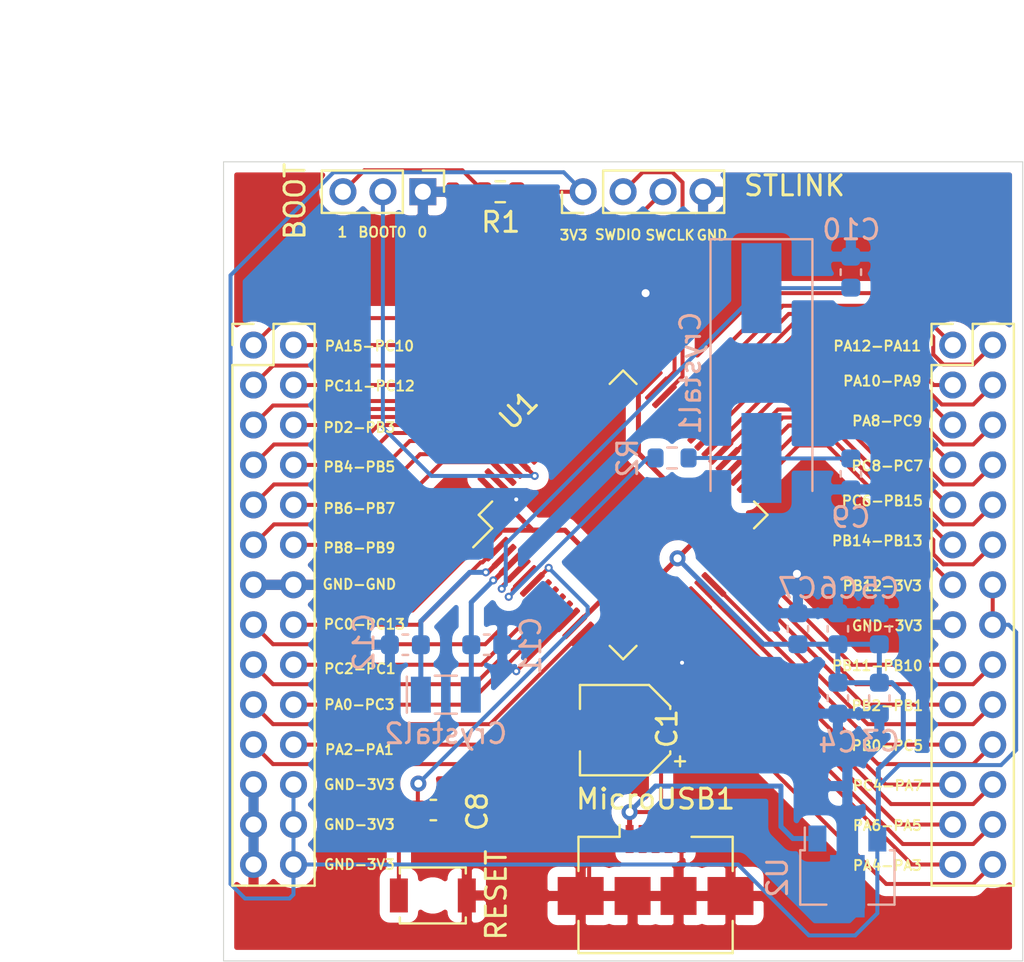
<source format=kicad_pcb>
(kicad_pcb (version 20171130) (host pcbnew "(5.1.7)-1")

  (general
    (thickness 1.6)
    (drawings 41)
    (tracks 378)
    (zones 0)
    (modules 23)
    (nets 62)
  )

  (page A4)
  (layers
    (0 F.Cu signal)
    (31 B.Cu signal)
    (32 B.Adhes user)
    (33 F.Adhes user)
    (34 B.Paste user)
    (35 F.Paste user)
    (36 B.SilkS user)
    (37 F.SilkS user)
    (38 B.Mask user)
    (39 F.Mask user)
    (40 Dwgs.User user)
    (41 Cmts.User user)
    (42 Eco1.User user)
    (43 Eco2.User user)
    (44 Edge.Cuts user)
    (45 Margin user)
    (46 B.CrtYd user)
    (47 F.CrtYd user)
    (48 B.Fab user hide)
    (49 F.Fab user hide)
  )

  (setup
    (last_trace_width 0.2)
    (user_trace_width 0.2)
    (trace_clearance 0.2)
    (zone_clearance 0.508)
    (zone_45_only no)
    (trace_min 0.2)
    (via_size 0.8)
    (via_drill 0.4)
    (via_min_size 0.4)
    (via_min_drill 0.3)
    (uvia_size 0.3)
    (uvia_drill 0.1)
    (uvias_allowed no)
    (uvia_min_size 0.2)
    (uvia_min_drill 0.1)
    (edge_width 0.05)
    (segment_width 0.2)
    (pcb_text_width 0.3)
    (pcb_text_size 1.5 1.5)
    (mod_edge_width 0.12)
    (mod_text_size 1 1)
    (mod_text_width 0.15)
    (pad_size 1.35 1.35)
    (pad_drill 0.8)
    (pad_to_mask_clearance 0.05)
    (aux_axis_origin 0 0)
    (visible_elements 7FFFFFFF)
    (pcbplotparams
      (layerselection 0x010fc_ffffffff)
      (usegerberextensions false)
      (usegerberattributes true)
      (usegerberadvancedattributes true)
      (creategerberjobfile true)
      (excludeedgelayer true)
      (linewidth 0.100000)
      (plotframeref false)
      (viasonmask false)
      (mode 1)
      (useauxorigin false)
      (hpglpennumber 1)
      (hpglpenspeed 20)
      (hpglpendiameter 15.000000)
      (psnegative false)
      (psa4output false)
      (plotreference true)
      (plotvalue true)
      (plotinvisibletext false)
      (padsonsilk false)
      (subtractmaskfromsilk false)
      (outputformat 1)
      (mirror false)
      (drillshape 1)
      (scaleselection 1)
      (outputdirectory ""))
  )

  (net 0 "")
  (net 1 "Net-(BOOT1-Pad3)")
  (net 2 BOOT0)
  (net 3 GND)
  (net 4 +5V)
  (net 5 VDD1)
  (net 6 "Net-(C8-Pad1)")
  (net 7 "Net-(C9-Pad1)")
  (net 8 OSC_IN)
  (net 9 OSC32_OUT)
  (net 10 OSC32_IN)
  (net 11 PC4)
  (net 12 PA7)
  (net 13 PA6)
  (net 14 PA5)
  (net 15 PB15)
  (net 16 PA4)
  (net 17 PB14)
  (net 18 PB13)
  (net 19 PB12)
  (net 20 PA3)
  (net 21 PA2)
  (net 22 PA1)
  (net 23 PB11)
  (net 24 PA0)
  (net 25 PB10)
  (net 26 PC3)
  (net 27 PB2)
  (net 28 PC2)
  (net 29 PB1)
  (net 30 PC1)
  (net 31 PB0)
  (net 32 PC0)
  (net 33 PC5)
  (net 34 PC13)
  (net 35 PC6)
  (net 36 PC11)
  (net 37 PC7)
  (net 38 PC10)
  (net 39 PC8)
  (net 40 PA15)
  (net 41 PB9)
  (net 42 PB8)
  (net 43 PB7)
  (net 44 PB6)
  (net 45 PB4)
  (net 46 PA12)
  (net 47 PB3)
  (net 48 PA11)
  (net 49 PA10)
  (net 50 PA9)
  (net 51 PA8)
  (net 52 PC9)
  (net 53 PC12)
  (net 54 "Net-(MicroUSB1-Pad2)")
  (net 55 "Net-(MicroUSB1-Pad3)")
  (net 56 "Net-(MicroUSB1-Pad4)")
  (net 57 OSC_OUT)
  (net 58 SWCLK)
  (net 59 SWDIO)
  (net 60 PB5)
  (net 61 PD2)

  (net_class Default "This is the default net class."
    (clearance 0.2)
    (trace_width 0.25)
    (via_dia 0.8)
    (via_drill 0.4)
    (uvia_dia 0.3)
    (uvia_drill 0.1)
    (add_net +5V)
    (add_net BOOT0)
    (add_net GND)
    (add_net "Net-(BOOT1-Pad3)")
    (add_net "Net-(C8-Pad1)")
    (add_net "Net-(C9-Pad1)")
    (add_net "Net-(MicroUSB1-Pad2)")
    (add_net "Net-(MicroUSB1-Pad3)")
    (add_net "Net-(MicroUSB1-Pad4)")
    (add_net OSC32_IN)
    (add_net OSC32_OUT)
    (add_net OSC_IN)
    (add_net OSC_OUT)
    (add_net PA0)
    (add_net PA1)
    (add_net PA10)
    (add_net PA11)
    (add_net PA12)
    (add_net PA15)
    (add_net PA2)
    (add_net PA3)
    (add_net PA4)
    (add_net PA5)
    (add_net PA6)
    (add_net PA7)
    (add_net PA8)
    (add_net PA9)
    (add_net PB0)
    (add_net PB1)
    (add_net PB10)
    (add_net PB11)
    (add_net PB12)
    (add_net PB13)
    (add_net PB14)
    (add_net PB15)
    (add_net PB2)
    (add_net PB3)
    (add_net PB4)
    (add_net PB5)
    (add_net PB6)
    (add_net PB7)
    (add_net PB8)
    (add_net PB9)
    (add_net PC0)
    (add_net PC1)
    (add_net PC10)
    (add_net PC11)
    (add_net PC12)
    (add_net PC13)
    (add_net PC2)
    (add_net PC3)
    (add_net PC4)
    (add_net PC5)
    (add_net PC6)
    (add_net PC7)
    (add_net PC8)
    (add_net PC9)
    (add_net PD2)
    (add_net SWCLK)
    (add_net SWDIO)
    (add_net VDD1)
  )

  (module Capacitor_SMD:CP_Elec_4x3 (layer F.Cu) (tedit 5BCA39CF) (tstamp 5FA59E80)
    (at 150.425 106.85 180)
    (descr "SMD capacitor, aluminum electrolytic, Nichicon, 4.0x3mm")
    (tags "capacitor electrolytic")
    (path /5F9B9302)
    (attr smd)
    (fp_text reference C1 (at -2.1 0.075 90) (layer F.SilkS)
      (effects (font (size 1 1) (thickness 0.15)))
    )
    (fp_text value 1uF (at 0 1.43) (layer F.Fab)
      (effects (font (size 1 1) (thickness 0.15)))
    )
    (fp_text user %R (at 0 0) (layer F.Fab)
      (effects (font (size 0.4 0.4) (thickness 0.06)))
    )
    (fp_circle (center 0 0) (end 2 0) (layer F.Fab) (width 0.1))
    (fp_line (start 2.15 -2.15) (end 2.15 2.15) (layer F.Fab) (width 0.1))
    (fp_line (start -1.15 -2.15) (end 2.15 -2.15) (layer F.Fab) (width 0.1))
    (fp_line (start -1.15 2.15) (end 2.15 2.15) (layer F.Fab) (width 0.1))
    (fp_line (start -2.15 -1.15) (end -2.15 1.15) (layer F.Fab) (width 0.1))
    (fp_line (start -2.15 -1.15) (end -1.15 -2.15) (layer F.Fab) (width 0.1))
    (fp_line (start -2.15 1.15) (end -1.15 2.15) (layer F.Fab) (width 0.1))
    (fp_line (start -1.574773 -1) (end -1.174773 -1) (layer F.Fab) (width 0.1))
    (fp_line (start -1.374773 -1.2) (end -1.374773 -0.8) (layer F.Fab) (width 0.1))
    (fp_line (start 2.26 2.26) (end 2.26 1.06) (layer F.SilkS) (width 0.12))
    (fp_line (start 2.26 -2.26) (end 2.26 -1.06) (layer F.SilkS) (width 0.12))
    (fp_line (start -1.195563 -2.26) (end 2.26 -2.26) (layer F.SilkS) (width 0.12))
    (fp_line (start -1.195563 2.26) (end 2.26 2.26) (layer F.SilkS) (width 0.12))
    (fp_line (start -2.26 1.195563) (end -2.26 1.06) (layer F.SilkS) (width 0.12))
    (fp_line (start -2.26 -1.195563) (end -2.26 -1.06) (layer F.SilkS) (width 0.12))
    (fp_line (start -2.26 -1.195563) (end -1.195563 -2.26) (layer F.SilkS) (width 0.12))
    (fp_line (start -2.26 1.195563) (end -1.195563 2.26) (layer F.SilkS) (width 0.12))
    (fp_line (start -3 -1.56) (end -2.5 -1.56) (layer F.SilkS) (width 0.12))
    (fp_line (start -2.75 -1.81) (end -2.75 -1.31) (layer F.SilkS) (width 0.12))
    (fp_line (start 2.4 -2.4) (end 2.4 -1.05) (layer F.CrtYd) (width 0.05))
    (fp_line (start 2.4 -1.05) (end 3.35 -1.05) (layer F.CrtYd) (width 0.05))
    (fp_line (start 3.35 -1.05) (end 3.35 1.05) (layer F.CrtYd) (width 0.05))
    (fp_line (start 3.35 1.05) (end 2.4 1.05) (layer F.CrtYd) (width 0.05))
    (fp_line (start 2.4 1.05) (end 2.4 2.4) (layer F.CrtYd) (width 0.05))
    (fp_line (start -1.25 2.4) (end 2.4 2.4) (layer F.CrtYd) (width 0.05))
    (fp_line (start -1.25 -2.4) (end 2.4 -2.4) (layer F.CrtYd) (width 0.05))
    (fp_line (start -2.4 1.25) (end -1.25 2.4) (layer F.CrtYd) (width 0.05))
    (fp_line (start -2.4 -1.25) (end -1.25 -2.4) (layer F.CrtYd) (width 0.05))
    (fp_line (start -2.4 -1.25) (end -2.4 -1.05) (layer F.CrtYd) (width 0.05))
    (fp_line (start -2.4 1.05) (end -2.4 1.25) (layer F.CrtYd) (width 0.05))
    (fp_line (start -2.4 -1.05) (end -3.35 -1.05) (layer F.CrtYd) (width 0.05))
    (fp_line (start -3.35 -1.05) (end -3.35 1.05) (layer F.CrtYd) (width 0.05))
    (fp_line (start -3.35 1.05) (end -2.4 1.05) (layer F.CrtYd) (width 0.05))
    (pad 2 smd roundrect (at 1.8 0 180) (size 2.6 1.6) (layers F.Cu F.Paste F.Mask) (roundrect_rratio 0.15625)
      (net 3 GND))
    (pad 1 smd roundrect (at -1.8 0 180) (size 2.6 1.6) (layers F.Cu F.Paste F.Mask) (roundrect_rratio 0.15625)
      (net 4 +5V))
    (model ${KISYS3DMOD}/Capacitor_SMD.3dshapes/CP_Elec_4x3.wrl
      (at (xyz 0 0 0))
      (scale (xyz 1 1 1))
      (rotate (xyz 0 0 0))
    )
  )

  (module Connector_PinHeader_2.00mm:PinHeader_2x14_P2.00mm_Vertical (layer F.Cu) (tedit 5FA68033) (tstamp 5FA6BBBD)
    (at 166.825 87.575)
    (descr "Through hole straight pin header, 2x14, 2.00mm pitch, double rows")
    (tags "Through hole pin header THT 2x14 2.00mm double row")
    (path /5FBEFEA2)
    (fp_text reference CN2 (at 1 -2.06) (layer F.SilkS) hide
      (effects (font (size 1 1) (thickness 0.15)))
    )
    (fp_text value Conn_02x14_Odd_Even (at 1 28.06) (layer F.Fab)
      (effects (font (size 1 1) (thickness 0.15)))
    )
    (fp_line (start 3.5 -1.5) (end -1.5 -1.5) (layer F.CrtYd) (width 0.05))
    (fp_line (start 3.5 27.5) (end 3.5 -1.5) (layer F.CrtYd) (width 0.05))
    (fp_line (start -1.5 27.5) (end 3.5 27.5) (layer F.CrtYd) (width 0.05))
    (fp_line (start -1.5 -1.5) (end -1.5 27.5) (layer F.CrtYd) (width 0.05))
    (fp_line (start -1.06 -1.06) (end 0 -1.06) (layer F.SilkS) (width 0.12))
    (fp_line (start -1.06 0) (end -1.06 -1.06) (layer F.SilkS) (width 0.12))
    (fp_line (start 1 -1.06) (end 3.06 -1.06) (layer F.SilkS) (width 0.12))
    (fp_line (start 1 1) (end 1 -1.06) (layer F.SilkS) (width 0.12))
    (fp_line (start -1.06 1) (end 1 1) (layer F.SilkS) (width 0.12))
    (fp_line (start 3.06 -1.06) (end 3.06 27.06) (layer F.SilkS) (width 0.12))
    (fp_line (start -1.06 1) (end -1.06 27.06) (layer F.SilkS) (width 0.12))
    (fp_line (start -1.06 27.06) (end 3.06 27.06) (layer F.SilkS) (width 0.12))
    (fp_line (start -1 0) (end 0 -1) (layer F.Fab) (width 0.1))
    (fp_line (start -1 27) (end -1 0) (layer F.Fab) (width 0.1))
    (fp_line (start 3 27) (end -1 27) (layer F.Fab) (width 0.1))
    (fp_line (start 3 -1) (end 3 27) (layer F.Fab) (width 0.1))
    (fp_line (start 0 -1) (end 3 -1) (layer F.Fab) (width 0.1))
    (fp_text user %R (at 1 13 90) (layer F.Fab)
      (effects (font (size 1 1) (thickness 0.15)))
    )
    (pad 28 thru_hole oval (at 2 26) (size 1.35 1.35) (drill 0.8) (layers *.Cu *.Mask)
      (net 20 PA3))
    (pad 27 thru_hole oval (at 0 26) (size 1.35 1.35) (drill 0.8) (layers *.Cu *.Mask)
      (net 16 PA4))
    (pad 26 thru_hole oval (at 2 24) (size 1.35 1.35) (drill 0.8) (layers *.Cu *.Mask)
      (net 14 PA5))
    (pad 25 thru_hole oval (at 0 24) (size 1.35 1.35) (drill 0.8) (layers *.Cu *.Mask)
      (net 13 PA6))
    (pad 24 thru_hole oval (at 2 22) (size 1.35 1.35) (drill 0.8) (layers *.Cu *.Mask)
      (net 12 PA7))
    (pad 23 thru_hole oval (at 0 22) (size 1.35 1.35) (drill 0.8) (layers *.Cu *.Mask)
      (net 11 PC4))
    (pad 22 thru_hole oval (at 2 20) (size 1.35 1.35) (drill 0.8) (layers *.Cu *.Mask)
      (net 33 PC5))
    (pad 21 thru_hole oval (at 0 20) (size 1.35 1.35) (drill 0.8) (layers *.Cu *.Mask)
      (net 31 PB0))
    (pad 20 thru_hole oval (at 2 18) (size 1.35 1.35) (drill 0.8) (layers *.Cu *.Mask)
      (net 29 PB1))
    (pad 19 thru_hole oval (at 0 18) (size 1.35 1.35) (drill 0.8) (layers *.Cu *.Mask)
      (net 27 PB2))
    (pad 18 thru_hole oval (at 2 16) (size 1.35 1.35) (drill 0.8) (layers *.Cu *.Mask)
      (net 25 PB10))
    (pad 17 thru_hole oval (at 0 16) (size 1.35 1.35) (drill 0.8) (layers *.Cu *.Mask)
      (net 23 PB11))
    (pad 16 thru_hole oval (at 2 14) (size 1.35 1.35) (drill 0.8) (layers *.Cu *.Mask)
      (net 5 VDD1))
    (pad 15 thru_hole oval (at 0 14) (size 1.35 1.35) (drill 0.8) (layers *.Cu *.Mask)
      (net 3 GND))
    (pad 14 thru_hole oval (at 2 12) (size 1.35 1.35) (drill 0.8) (layers *.Cu *.Mask)
      (net 5 VDD1))
    (pad 13 thru_hole oval (at 0 12) (size 1.35 1.35) (drill 0.8) (layers *.Cu *.Mask)
      (net 19 PB12))
    (pad 12 thru_hole oval (at 2 10) (size 1.35 1.35) (drill 0.8) (layers *.Cu *.Mask)
      (net 18 PB13))
    (pad 11 thru_hole oval (at 0 10) (size 1.35 1.35) (drill 0.8) (layers *.Cu *.Mask)
      (net 17 PB14))
    (pad 10 thru_hole oval (at 2 8) (size 1.35 1.35) (drill 0.8) (layers *.Cu *.Mask)
      (net 15 PB15))
    (pad 9 thru_hole oval (at 0 8) (size 1.35 1.35) (drill 0.8) (layers *.Cu *.Mask)
      (net 35 PC6))
    (pad 8 thru_hole oval (at 2 6) (size 1.35 1.35) (drill 0.8) (layers *.Cu *.Mask)
      (net 37 PC7))
    (pad 7 thru_hole oval (at 0 6) (size 1.35 1.35) (drill 0.8) (layers *.Cu *.Mask)
      (net 39 PC8))
    (pad 6 thru_hole oval (at 2 4) (size 1.35 1.35) (drill 0.8) (layers *.Cu *.Mask)
      (net 52 PC9))
    (pad 5 thru_hole oval (at 0 4) (size 1.35 1.35) (drill 0.8) (layers *.Cu *.Mask)
      (net 51 PA8))
    (pad 4 thru_hole oval (at 2 2) (size 1.35 1.35) (drill 0.8) (layers *.Cu *.Mask)
      (net 50 PA9))
    (pad 3 thru_hole oval (at 0 2) (size 1.35 1.35) (drill 0.8) (layers *.Cu *.Mask)
      (net 49 PA10))
    (pad 2 thru_hole oval (at 2 0) (size 1.35 1.35) (drill 0.8) (layers *.Cu *.Mask)
      (net 48 PA11))
    (pad 1 thru_hole circle (at 0 0) (size 1.35 1.35) (drill 0.8) (layers *.Cu *.Mask)
      (net 46 PA12))
    (model ${KISYS3DMOD}/Connector_PinHeader_2.00mm.3dshapes/PinHeader_2x14_P2.00mm_Vertical.wrl
      (at (xyz 0 0 0))
      (scale (xyz 1 1 1))
      (rotate (xyz 0 0 0))
    )
  )

  (module Connector_PinHeader_2.00mm:PinHeader_2x14_P2.00mm_Vertical (layer F.Cu) (tedit 5FA67904) (tstamp 5FA67FE6)
    (at 131.825 87.575)
    (descr "Through hole straight pin header, 2x14, 2.00mm pitch, double rows")
    (tags "Through hole pin header THT 2x14 2.00mm double row")
    (path /5FAA42C8)
    (fp_text reference CN1 (at 1 -2.06) (layer F.SilkS) hide
      (effects (font (size 1 1) (thickness 0.15)))
    )
    (fp_text value Conn_02x14_Odd_Even (at 1 28.06) (layer F.Fab)
      (effects (font (size 1 1) (thickness 0.15)))
    )
    (fp_line (start 3.5 -1.5) (end -1.5 -1.5) (layer F.CrtYd) (width 0.05))
    (fp_line (start 3.5 27.5) (end 3.5 -1.5) (layer F.CrtYd) (width 0.05))
    (fp_line (start -1.5 27.5) (end 3.5 27.5) (layer F.CrtYd) (width 0.05))
    (fp_line (start -1.5 -1.5) (end -1.5 27.5) (layer F.CrtYd) (width 0.05))
    (fp_line (start -1.06 -1.06) (end 0 -1.06) (layer F.SilkS) (width 0.12))
    (fp_line (start -1.06 0) (end -1.06 -1.06) (layer F.SilkS) (width 0.12))
    (fp_line (start 1 -1.06) (end 3.06 -1.06) (layer F.SilkS) (width 0.12))
    (fp_line (start 1 1) (end 1 -1.06) (layer F.SilkS) (width 0.12))
    (fp_line (start -1.06 1) (end 1 1) (layer F.SilkS) (width 0.12))
    (fp_line (start 3.06 -1.06) (end 3.06 27.06) (layer F.SilkS) (width 0.12))
    (fp_line (start -1.06 1) (end -1.06 27.06) (layer F.SilkS) (width 0.12))
    (fp_line (start -1.06 27.06) (end 3.06 27.06) (layer F.SilkS) (width 0.12))
    (fp_line (start -1 0) (end 0 -1) (layer F.Fab) (width 0.1))
    (fp_line (start -1 27) (end -1 0) (layer F.Fab) (width 0.1))
    (fp_line (start 3 27) (end -1 27) (layer F.Fab) (width 0.1))
    (fp_line (start 3 -1) (end 3 27) (layer F.Fab) (width 0.1))
    (fp_line (start 0 -1) (end 3 -1) (layer F.Fab) (width 0.1))
    (fp_text user %R (at 1 13 90) (layer F.Fab)
      (effects (font (size 1 1) (thickness 0.15)))
    )
    (pad 28 thru_hole oval (at 2 26) (size 1.35 1.35) (drill 0.8) (layers *.Cu *.Mask)
      (net 5 VDD1))
    (pad 27 thru_hole oval (at 0 26) (size 1.35 1.35) (drill 0.8) (layers *.Cu *.Mask)
      (net 3 GND))
    (pad 26 thru_hole oval (at 2 24) (size 1.35 1.35) (drill 0.8) (layers *.Cu *.Mask)
      (net 5 VDD1))
    (pad 25 thru_hole oval (at 0 24) (size 1.35 1.35) (drill 0.8) (layers *.Cu *.Mask)
      (net 3 GND))
    (pad 24 thru_hole oval (at 2 22) (size 1.35 1.35) (drill 0.8) (layers *.Cu *.Mask)
      (net 5 VDD1))
    (pad 23 thru_hole oval (at 0 22) (size 1.35 1.35) (drill 0.8) (layers *.Cu *.Mask)
      (net 3 GND))
    (pad 22 thru_hole oval (at 2 20) (size 1.35 1.35) (drill 0.8) (layers *.Cu *.Mask)
      (net 22 PA1))
    (pad 21 thru_hole oval (at 0 20) (size 1.35 1.35) (drill 0.8) (layers *.Cu *.Mask)
      (net 21 PA2))
    (pad 20 thru_hole oval (at 2 18) (size 1.35 1.35) (drill 0.8) (layers *.Cu *.Mask)
      (net 26 PC3))
    (pad 19 thru_hole oval (at 0 18) (size 1.35 1.35) (drill 0.8) (layers *.Cu *.Mask)
      (net 24 PA0))
    (pad 18 thru_hole oval (at 2 16) (size 1.35 1.35) (drill 0.8) (layers *.Cu *.Mask)
      (net 30 PC1))
    (pad 17 thru_hole oval (at 0 16) (size 1.35 1.35) (drill 0.8) (layers *.Cu *.Mask)
      (net 28 PC2))
    (pad 16 thru_hole oval (at 2 14) (size 1.35 1.35) (drill 0.8) (layers *.Cu *.Mask)
      (net 34 PC13))
    (pad 15 thru_hole oval (at 0 14) (size 1.35 1.35) (drill 0.8) (layers *.Cu *.Mask)
      (net 32 PC0))
    (pad 14 thru_hole oval (at 2 12) (size 1.35 1.35) (drill 0.8) (layers *.Cu *.Mask)
      (net 3 GND))
    (pad 13 thru_hole oval (at 0 12) (size 1.35 1.35) (drill 0.8) (layers *.Cu *.Mask)
      (net 3 GND))
    (pad 12 thru_hole oval (at 2 10) (size 1.35 1.35) (drill 0.8) (layers *.Cu *.Mask)
      (net 41 PB9))
    (pad 11 thru_hole oval (at 0 10) (size 1.35 1.35) (drill 0.8) (layers *.Cu *.Mask)
      (net 42 PB8))
    (pad 10 thru_hole oval (at 2 8) (size 1.35 1.35) (drill 0.8) (layers *.Cu *.Mask)
      (net 43 PB7))
    (pad 9 thru_hole oval (at 0 8) (size 1.35 1.35) (drill 0.8) (layers *.Cu *.Mask)
      (net 44 PB6))
    (pad 8 thru_hole oval (at 2 6) (size 1.35 1.35) (drill 0.8) (layers *.Cu *.Mask)
      (net 60 PB5))
    (pad 7 thru_hole oval (at 0 6) (size 1.35 1.35) (drill 0.8) (layers *.Cu *.Mask)
      (net 45 PB4))
    (pad 6 thru_hole oval (at 2 4) (size 1.35 1.35) (drill 0.8) (layers *.Cu *.Mask)
      (net 47 PB3))
    (pad 5 thru_hole oval (at 0 4) (size 1.35 1.35) (drill 0.8) (layers *.Cu *.Mask)
      (net 61 PD2))
    (pad 4 thru_hole oval (at 2 2) (size 1.35 1.35) (drill 0.8) (layers *.Cu *.Mask)
      (net 53 PC12))
    (pad 3 thru_hole oval (at 0 2) (size 1.35 1.35) (drill 0.8) (layers *.Cu *.Mask)
      (net 36 PC11))
    (pad 2 thru_hole oval (at 2 0) (size 1.35 1.35) (drill 0.8) (layers *.Cu *.Mask)
      (net 38 PC10))
    (pad 1 thru_hole circle (at 0 0) (size 1.35 1.35) (drill 0.8) (layers *.Cu *.Mask)
      (net 40 PA15))
    (model ${KISYS3DMOD}/Connector_PinHeader_2.00mm.3dshapes/PinHeader_2x14_P2.00mm_Vertical.wrl
      (at (xyz 0 0 0))
      (scale (xyz 1 1 1))
      (rotate (xyz 0 0 0))
    )
  )

  (module Connector_PinHeader_2.00mm:PinHeader_1x03_P2.00mm_Vertical (layer F.Cu) (tedit 59FED667) (tstamp 5FA5870C)
    (at 140.3 79.9 270)
    (descr "Through hole straight pin header, 1x03, 2.00mm pitch, single row")
    (tags "Through hole pin header THT 1x03 2.00mm single row")
    (path /5F9DE0DE)
    (fp_text reference BOOT (at 0.475 6.4 270) (layer F.SilkS)
      (effects (font (size 1 1) (thickness 0.15)))
    )
    (fp_text value Conn_01x03 (at 0 6.06 90) (layer F.Fab)
      (effects (font (size 1 1) (thickness 0.15)))
    )
    (fp_line (start 1.5 -1.5) (end -1.5 -1.5) (layer F.CrtYd) (width 0.05))
    (fp_line (start 1.5 5.5) (end 1.5 -1.5) (layer F.CrtYd) (width 0.05))
    (fp_line (start -1.5 5.5) (end 1.5 5.5) (layer F.CrtYd) (width 0.05))
    (fp_line (start -1.5 -1.5) (end -1.5 5.5) (layer F.CrtYd) (width 0.05))
    (fp_line (start -1.06 -1.06) (end 0 -1.06) (layer F.SilkS) (width 0.12))
    (fp_line (start -1.06 0) (end -1.06 -1.06) (layer F.SilkS) (width 0.12))
    (fp_line (start -1.06 1) (end 1.06 1) (layer F.SilkS) (width 0.12))
    (fp_line (start 1.06 1) (end 1.06 5.06) (layer F.SilkS) (width 0.12))
    (fp_line (start -1.06 1) (end -1.06 5.06) (layer F.SilkS) (width 0.12))
    (fp_line (start -1.06 5.06) (end 1.06 5.06) (layer F.SilkS) (width 0.12))
    (fp_line (start -1 -0.5) (end -0.5 -1) (layer F.Fab) (width 0.1))
    (fp_line (start -1 5) (end -1 -0.5) (layer F.Fab) (width 0.1))
    (fp_line (start 1 5) (end -1 5) (layer F.Fab) (width 0.1))
    (fp_line (start 1 -1) (end 1 5) (layer F.Fab) (width 0.1))
    (fp_line (start -0.5 -1) (end 1 -1) (layer F.Fab) (width 0.1))
    (fp_text user %R (at 0 2) (layer F.Fab)
      (effects (font (size 1 1) (thickness 0.15)))
    )
    (pad 1 thru_hole rect (at 0 0 270) (size 1.35 1.35) (drill 0.8) (layers *.Cu *.Mask)
      (net 3 GND))
    (pad 2 thru_hole oval (at 0 2 270) (size 1.35 1.35) (drill 0.8) (layers *.Cu *.Mask)
      (net 2 BOOT0))
    (pad 3 thru_hole oval (at 0 4 270) (size 1.35 1.35) (drill 0.8) (layers *.Cu *.Mask)
      (net 1 "Net-(BOOT1-Pad3)"))
    (model ${KISYS3DMOD}/Connector_PinHeader_2.00mm.3dshapes/PinHeader_1x03_P2.00mm_Vertical.wrl
      (at (xyz 0 0 0))
      (scale (xyz 1 1 1))
      (rotate (xyz 0 0 0))
    )
  )

  (module Capacitor_SMD:C_0603_1608Metric (layer B.Cu) (tedit 5F68FEEE) (tstamp 5FA5873F)
    (at 163.15 105.25 90)
    (descr "Capacitor SMD 0603 (1608 Metric), square (rectangular) end terminal, IPC_7351 nominal, (Body size source: IPC-SM-782 page 76, https://www.pcb-3d.com/wordpress/wp-content/uploads/ipc-sm-782a_amendment_1_and_2.pdf), generated with kicad-footprint-generator")
    (tags capacitor)
    (path /5F9C59A8)
    (attr smd)
    (fp_text reference C3 (at -2.15 0.05 180) (layer B.SilkS)
      (effects (font (size 1 1) (thickness 0.15)) (justify mirror))
    )
    (fp_text value 100nF (at 0 -1.43 270) (layer B.Fab)
      (effects (font (size 1 1) (thickness 0.15)) (justify mirror))
    )
    (fp_line (start 1.48 -0.73) (end -1.48 -0.73) (layer B.CrtYd) (width 0.05))
    (fp_line (start 1.48 0.73) (end 1.48 -0.73) (layer B.CrtYd) (width 0.05))
    (fp_line (start -1.48 0.73) (end 1.48 0.73) (layer B.CrtYd) (width 0.05))
    (fp_line (start -1.48 -0.73) (end -1.48 0.73) (layer B.CrtYd) (width 0.05))
    (fp_line (start -0.14058 -0.51) (end 0.14058 -0.51) (layer B.SilkS) (width 0.12))
    (fp_line (start -0.14058 0.51) (end 0.14058 0.51) (layer B.SilkS) (width 0.12))
    (fp_line (start 0.8 -0.4) (end -0.8 -0.4) (layer B.Fab) (width 0.1))
    (fp_line (start 0.8 0.4) (end 0.8 -0.4) (layer B.Fab) (width 0.1))
    (fp_line (start -0.8 0.4) (end 0.8 0.4) (layer B.Fab) (width 0.1))
    (fp_line (start -0.8 -0.4) (end -0.8 0.4) (layer B.Fab) (width 0.1))
    (fp_text user %R (at 0 0 270) (layer B.Fab)
      (effects (font (size 0.4 0.4) (thickness 0.06)) (justify mirror))
    )
    (pad 1 smd roundrect (at -0.775 0 90) (size 0.9 0.95) (layers B.Cu B.Paste B.Mask) (roundrect_rratio 0.25)
      (net 3 GND))
    (pad 2 smd roundrect (at 0.775 0 90) (size 0.9 0.95) (layers B.Cu B.Paste B.Mask) (roundrect_rratio 0.25)
      (net 5 VDD1))
    (model ${KISYS3DMOD}/Capacitor_SMD.3dshapes/C_0603_1608Metric.wrl
      (at (xyz 0 0 0))
      (scale (xyz 1 1 1))
      (rotate (xyz 0 0 0))
    )
  )

  (module Capacitor_SMD:C_0603_1608Metric (layer B.Cu) (tedit 5F68FEEE) (tstamp 5FA58750)
    (at 161.075 105.25 90)
    (descr "Capacitor SMD 0603 (1608 Metric), square (rectangular) end terminal, IPC_7351 nominal, (Body size source: IPC-SM-782 page 76, https://www.pcb-3d.com/wordpress/wp-content/uploads/ipc-sm-782a_amendment_1_and_2.pdf), generated with kicad-footprint-generator")
    (tags capacitor)
    (path /5F9C9F68)
    (attr smd)
    (fp_text reference C4 (at -2.2 0 180) (layer B.SilkS)
      (effects (font (size 1 1) (thickness 0.15)) (justify mirror))
    )
    (fp_text value 100nF (at 0 -1.43 270) (layer B.Fab)
      (effects (font (size 1 1) (thickness 0.15)) (justify mirror))
    )
    (fp_line (start -0.8 -0.4) (end -0.8 0.4) (layer B.Fab) (width 0.1))
    (fp_line (start -0.8 0.4) (end 0.8 0.4) (layer B.Fab) (width 0.1))
    (fp_line (start 0.8 0.4) (end 0.8 -0.4) (layer B.Fab) (width 0.1))
    (fp_line (start 0.8 -0.4) (end -0.8 -0.4) (layer B.Fab) (width 0.1))
    (fp_line (start -0.14058 0.51) (end 0.14058 0.51) (layer B.SilkS) (width 0.12))
    (fp_line (start -0.14058 -0.51) (end 0.14058 -0.51) (layer B.SilkS) (width 0.12))
    (fp_line (start -1.48 -0.73) (end -1.48 0.73) (layer B.CrtYd) (width 0.05))
    (fp_line (start -1.48 0.73) (end 1.48 0.73) (layer B.CrtYd) (width 0.05))
    (fp_line (start 1.48 0.73) (end 1.48 -0.73) (layer B.CrtYd) (width 0.05))
    (fp_line (start 1.48 -0.73) (end -1.48 -0.73) (layer B.CrtYd) (width 0.05))
    (fp_text user %R (at 0 0 270) (layer B.Fab)
      (effects (font (size 0.4 0.4) (thickness 0.06)) (justify mirror))
    )
    (pad 2 smd roundrect (at 0.775 0 90) (size 0.9 0.95) (layers B.Cu B.Paste B.Mask) (roundrect_rratio 0.25)
      (net 5 VDD1))
    (pad 1 smd roundrect (at -0.775 0 90) (size 0.9 0.95) (layers B.Cu B.Paste B.Mask) (roundrect_rratio 0.25)
      (net 3 GND))
    (model ${KISYS3DMOD}/Capacitor_SMD.3dshapes/C_0603_1608Metric.wrl
      (at (xyz 0 0 0))
      (scale (xyz 1 1 1))
      (rotate (xyz 0 0 0))
    )
  )

  (module Capacitor_SMD:C_0603_1608Metric (layer B.Cu) (tedit 5F68FEEE) (tstamp 5FA58761)
    (at 163.15 101.775 270)
    (descr "Capacitor SMD 0603 (1608 Metric), square (rectangular) end terminal, IPC_7351 nominal, (Body size source: IPC-SM-782 page 76, https://www.pcb-3d.com/wordpress/wp-content/uploads/ipc-sm-782a_amendment_1_and_2.pdf), generated with kicad-footprint-generator")
    (tags capacitor)
    (path /5F9CEC61)
    (attr smd)
    (fp_text reference C5 (at -2.025 -0.025 180) (layer B.SilkS)
      (effects (font (size 1 1) (thickness 0.15)) (justify mirror))
    )
    (fp_text value 100nF (at 0 -1.43 270) (layer B.Fab)
      (effects (font (size 1 1) (thickness 0.15)) (justify mirror))
    )
    (fp_line (start -0.8 -0.4) (end -0.8 0.4) (layer B.Fab) (width 0.1))
    (fp_line (start -0.8 0.4) (end 0.8 0.4) (layer B.Fab) (width 0.1))
    (fp_line (start 0.8 0.4) (end 0.8 -0.4) (layer B.Fab) (width 0.1))
    (fp_line (start 0.8 -0.4) (end -0.8 -0.4) (layer B.Fab) (width 0.1))
    (fp_line (start -0.14058 0.51) (end 0.14058 0.51) (layer B.SilkS) (width 0.12))
    (fp_line (start -0.14058 -0.51) (end 0.14058 -0.51) (layer B.SilkS) (width 0.12))
    (fp_line (start -1.48 -0.73) (end -1.48 0.73) (layer B.CrtYd) (width 0.05))
    (fp_line (start -1.48 0.73) (end 1.48 0.73) (layer B.CrtYd) (width 0.05))
    (fp_line (start 1.48 0.73) (end 1.48 -0.73) (layer B.CrtYd) (width 0.05))
    (fp_line (start 1.48 -0.73) (end -1.48 -0.73) (layer B.CrtYd) (width 0.05))
    (fp_text user %R (at 0 0 270) (layer B.Fab)
      (effects (font (size 0.4 0.4) (thickness 0.06)) (justify mirror))
    )
    (pad 2 smd roundrect (at 0.775 0 270) (size 0.9 0.95) (layers B.Cu B.Paste B.Mask) (roundrect_rratio 0.25)
      (net 5 VDD1))
    (pad 1 smd roundrect (at -0.775 0 270) (size 0.9 0.95) (layers B.Cu B.Paste B.Mask) (roundrect_rratio 0.25)
      (net 3 GND))
    (model ${KISYS3DMOD}/Capacitor_SMD.3dshapes/C_0603_1608Metric.wrl
      (at (xyz 0 0 0))
      (scale (xyz 1 1 1))
      (rotate (xyz 0 0 0))
    )
  )

  (module Capacitor_SMD:C_0603_1608Metric (layer B.Cu) (tedit 5F68FEEE) (tstamp 5FA58772)
    (at 161.075 101.775 270)
    (descr "Capacitor SMD 0603 (1608 Metric), square (rectangular) end terminal, IPC_7351 nominal, (Body size source: IPC-SM-782 page 76, https://www.pcb-3d.com/wordpress/wp-content/uploads/ipc-sm-782a_amendment_1_and_2.pdf), generated with kicad-footprint-generator")
    (tags capacitor)
    (path /5F9CEC85)
    (attr smd)
    (fp_text reference C6 (at -2.025 -0.025) (layer B.SilkS)
      (effects (font (size 1 1) (thickness 0.15)) (justify mirror))
    )
    (fp_text value 10nF (at 0 -1.43 270) (layer B.Fab)
      (effects (font (size 1 1) (thickness 0.15)) (justify mirror))
    )
    (fp_line (start -0.8 -0.4) (end -0.8 0.4) (layer B.Fab) (width 0.1))
    (fp_line (start -0.8 0.4) (end 0.8 0.4) (layer B.Fab) (width 0.1))
    (fp_line (start 0.8 0.4) (end 0.8 -0.4) (layer B.Fab) (width 0.1))
    (fp_line (start 0.8 -0.4) (end -0.8 -0.4) (layer B.Fab) (width 0.1))
    (fp_line (start -0.14058 0.51) (end 0.14058 0.51) (layer B.SilkS) (width 0.12))
    (fp_line (start -0.14058 -0.51) (end 0.14058 -0.51) (layer B.SilkS) (width 0.12))
    (fp_line (start -1.48 -0.73) (end -1.48 0.73) (layer B.CrtYd) (width 0.05))
    (fp_line (start -1.48 0.73) (end 1.48 0.73) (layer B.CrtYd) (width 0.05))
    (fp_line (start 1.48 0.73) (end 1.48 -0.73) (layer B.CrtYd) (width 0.05))
    (fp_line (start 1.48 -0.73) (end -1.48 -0.73) (layer B.CrtYd) (width 0.05))
    (fp_text user %R (at 0 0 270) (layer B.Fab)
      (effects (font (size 0.4 0.4) (thickness 0.06)) (justify mirror))
    )
    (pad 2 smd roundrect (at 0.775 0 270) (size 0.9 0.95) (layers B.Cu B.Paste B.Mask) (roundrect_rratio 0.25)
      (net 5 VDD1))
    (pad 1 smd roundrect (at -0.775 0 270) (size 0.9 0.95) (layers B.Cu B.Paste B.Mask) (roundrect_rratio 0.25)
      (net 3 GND))
    (model ${KISYS3DMOD}/Capacitor_SMD.3dshapes/C_0603_1608Metric.wrl
      (at (xyz 0 0 0))
      (scale (xyz 1 1 1))
      (rotate (xyz 0 0 0))
    )
  )

  (module Capacitor_SMD:C_0603_1608Metric (layer B.Cu) (tedit 5F68FEEE) (tstamp 5FA58783)
    (at 159.075 101.775 270)
    (descr "Capacitor SMD 0603 (1608 Metric), square (rectangular) end terminal, IPC_7351 nominal, (Body size source: IPC-SM-782 page 76, https://www.pcb-3d.com/wordpress/wp-content/uploads/ipc-sm-782a_amendment_1_and_2.pdf), generated with kicad-footprint-generator")
    (tags capacitor)
    (path /5F9D27C4)
    (attr smd)
    (fp_text reference C7 (at -2.025 0.025 180) (layer B.SilkS)
      (effects (font (size 1 1) (thickness 0.15)) (justify mirror))
    )
    (fp_text value 100nF (at 0 -1.43 270) (layer B.Fab)
      (effects (font (size 1 1) (thickness 0.15)) (justify mirror))
    )
    (fp_line (start 1.48 -0.73) (end -1.48 -0.73) (layer B.CrtYd) (width 0.05))
    (fp_line (start 1.48 0.73) (end 1.48 -0.73) (layer B.CrtYd) (width 0.05))
    (fp_line (start -1.48 0.73) (end 1.48 0.73) (layer B.CrtYd) (width 0.05))
    (fp_line (start -1.48 -0.73) (end -1.48 0.73) (layer B.CrtYd) (width 0.05))
    (fp_line (start -0.14058 -0.51) (end 0.14058 -0.51) (layer B.SilkS) (width 0.12))
    (fp_line (start -0.14058 0.51) (end 0.14058 0.51) (layer B.SilkS) (width 0.12))
    (fp_line (start 0.8 -0.4) (end -0.8 -0.4) (layer B.Fab) (width 0.1))
    (fp_line (start 0.8 0.4) (end 0.8 -0.4) (layer B.Fab) (width 0.1))
    (fp_line (start -0.8 0.4) (end 0.8 0.4) (layer B.Fab) (width 0.1))
    (fp_line (start -0.8 -0.4) (end -0.8 0.4) (layer B.Fab) (width 0.1))
    (fp_text user %R (at 0 0 270) (layer B.Fab)
      (effects (font (size 0.4 0.4) (thickness 0.06)) (justify mirror))
    )
    (pad 1 smd roundrect (at -0.775 0 270) (size 0.9 0.95) (layers B.Cu B.Paste B.Mask) (roundrect_rratio 0.25)
      (net 3 GND))
    (pad 2 smd roundrect (at 0.775 0 270) (size 0.9 0.95) (layers B.Cu B.Paste B.Mask) (roundrect_rratio 0.25)
      (net 5 VDD1))
    (model ${KISYS3DMOD}/Capacitor_SMD.3dshapes/C_0603_1608Metric.wrl
      (at (xyz 0 0 0))
      (scale (xyz 1 1 1))
      (rotate (xyz 0 0 0))
    )
  )

  (module Capacitor_SMD:C_0603_1608Metric (layer F.Cu) (tedit 5F68FEEE) (tstamp 5FA58794)
    (at 140.825 110.85)
    (descr "Capacitor SMD 0603 (1608 Metric), square (rectangular) end terminal, IPC_7351 nominal, (Body size source: IPC-SM-782 page 76, https://www.pcb-3d.com/wordpress/wp-content/uploads/ipc-sm-782a_amendment_1_and_2.pdf), generated with kicad-footprint-generator")
    (tags capacitor)
    (path /5F9D798E)
    (attr smd)
    (fp_text reference C8 (at 2.2 0.075 270) (layer F.SilkS)
      (effects (font (size 1 1) (thickness 0.15)))
    )
    (fp_text value 0.1uF (at 0 1.43) (layer F.Fab)
      (effects (font (size 1 1) (thickness 0.15)))
    )
    (fp_line (start 1.48 0.73) (end -1.48 0.73) (layer F.CrtYd) (width 0.05))
    (fp_line (start 1.48 -0.73) (end 1.48 0.73) (layer F.CrtYd) (width 0.05))
    (fp_line (start -1.48 -0.73) (end 1.48 -0.73) (layer F.CrtYd) (width 0.05))
    (fp_line (start -1.48 0.73) (end -1.48 -0.73) (layer F.CrtYd) (width 0.05))
    (fp_line (start -0.14058 0.51) (end 0.14058 0.51) (layer F.SilkS) (width 0.12))
    (fp_line (start -0.14058 -0.51) (end 0.14058 -0.51) (layer F.SilkS) (width 0.12))
    (fp_line (start 0.8 0.4) (end -0.8 0.4) (layer F.Fab) (width 0.1))
    (fp_line (start 0.8 -0.4) (end 0.8 0.4) (layer F.Fab) (width 0.1))
    (fp_line (start -0.8 -0.4) (end 0.8 -0.4) (layer F.Fab) (width 0.1))
    (fp_line (start -0.8 0.4) (end -0.8 -0.4) (layer F.Fab) (width 0.1))
    (fp_text user %R (at 0 0) (layer F.Fab)
      (effects (font (size 0.4 0.4) (thickness 0.06)))
    )
    (pad 1 smd roundrect (at -0.775 0) (size 0.9 0.95) (layers F.Cu F.Paste F.Mask) (roundrect_rratio 0.25)
      (net 6 "Net-(C8-Pad1)"))
    (pad 2 smd roundrect (at 0.775 0) (size 0.9 0.95) (layers F.Cu F.Paste F.Mask) (roundrect_rratio 0.25)
      (net 3 GND))
    (model ${KISYS3DMOD}/Capacitor_SMD.3dshapes/C_0603_1608Metric.wrl
      (at (xyz 0 0 0))
      (scale (xyz 1 1 1))
      (rotate (xyz 0 0 0))
    )
  )

  (module Capacitor_SMD:C_0603_1608Metric (layer B.Cu) (tedit 5F68FEEE) (tstamp 5FA5C00D)
    (at 161.725 94.025 270)
    (descr "Capacitor SMD 0603 (1608 Metric), square (rectangular) end terminal, IPC_7351 nominal, (Body size source: IPC-SM-782 page 76, https://www.pcb-3d.com/wordpress/wp-content/uploads/ipc-sm-782a_amendment_1_and_2.pdf), generated with kicad-footprint-generator")
    (tags capacitor)
    (path /5FA97F2A)
    (attr smd)
    (fp_text reference C9 (at 2.175 0 180) (layer B.SilkS)
      (effects (font (size 1 1) (thickness 0.15)) (justify mirror))
    )
    (fp_text value 20pF (at 0 -1.43 90) (layer B.Fab)
      (effects (font (size 1 1) (thickness 0.15)) (justify mirror))
    )
    (fp_line (start -0.8 -0.4) (end -0.8 0.4) (layer B.Fab) (width 0.1))
    (fp_line (start -0.8 0.4) (end 0.8 0.4) (layer B.Fab) (width 0.1))
    (fp_line (start 0.8 0.4) (end 0.8 -0.4) (layer B.Fab) (width 0.1))
    (fp_line (start 0.8 -0.4) (end -0.8 -0.4) (layer B.Fab) (width 0.1))
    (fp_line (start -0.14058 0.51) (end 0.14058 0.51) (layer B.SilkS) (width 0.12))
    (fp_line (start -0.14058 -0.51) (end 0.14058 -0.51) (layer B.SilkS) (width 0.12))
    (fp_line (start -1.48 -0.73) (end -1.48 0.73) (layer B.CrtYd) (width 0.05))
    (fp_line (start -1.48 0.73) (end 1.48 0.73) (layer B.CrtYd) (width 0.05))
    (fp_line (start 1.48 0.73) (end 1.48 -0.73) (layer B.CrtYd) (width 0.05))
    (fp_line (start 1.48 -0.73) (end -1.48 -0.73) (layer B.CrtYd) (width 0.05))
    (fp_text user %R (at 0 0 90) (layer B.Fab)
      (effects (font (size 0.4 0.4) (thickness 0.06)) (justify mirror))
    )
    (pad 2 smd roundrect (at 0.775 0 270) (size 0.9 0.95) (layers B.Cu B.Paste B.Mask) (roundrect_rratio 0.25)
      (net 3 GND))
    (pad 1 smd roundrect (at -0.775 0 270) (size 0.9 0.95) (layers B.Cu B.Paste B.Mask) (roundrect_rratio 0.25)
      (net 7 "Net-(C9-Pad1)"))
    (model ${KISYS3DMOD}/Capacitor_SMD.3dshapes/C_0603_1608Metric.wrl
      (at (xyz 0 0 0))
      (scale (xyz 1 1 1))
      (rotate (xyz 0 0 0))
    )
  )

  (module Capacitor_SMD:C_0603_1608Metric (layer B.Cu) (tedit 5F68FEEE) (tstamp 5FA5C03D)
    (at 161.725 83.925 270)
    (descr "Capacitor SMD 0603 (1608 Metric), square (rectangular) end terminal, IPC_7351 nominal, (Body size source: IPC-SM-782 page 76, https://www.pcb-3d.com/wordpress/wp-content/uploads/ipc-sm-782a_amendment_1_and_2.pdf), generated with kicad-footprint-generator")
    (tags capacitor)
    (path /5FA69F3F)
    (attr smd)
    (fp_text reference C10 (at -2.125 -0.025 180) (layer B.SilkS)
      (effects (font (size 1 1) (thickness 0.15)) (justify mirror))
    )
    (fp_text value 20pF (at 0 -1.43 90) (layer B.Fab)
      (effects (font (size 1 1) (thickness 0.15)) (justify mirror))
    )
    (fp_line (start 1.48 -0.73) (end -1.48 -0.73) (layer B.CrtYd) (width 0.05))
    (fp_line (start 1.48 0.73) (end 1.48 -0.73) (layer B.CrtYd) (width 0.05))
    (fp_line (start -1.48 0.73) (end 1.48 0.73) (layer B.CrtYd) (width 0.05))
    (fp_line (start -1.48 -0.73) (end -1.48 0.73) (layer B.CrtYd) (width 0.05))
    (fp_line (start -0.14058 -0.51) (end 0.14058 -0.51) (layer B.SilkS) (width 0.12))
    (fp_line (start -0.14058 0.51) (end 0.14058 0.51) (layer B.SilkS) (width 0.12))
    (fp_line (start 0.8 -0.4) (end -0.8 -0.4) (layer B.Fab) (width 0.1))
    (fp_line (start 0.8 0.4) (end 0.8 -0.4) (layer B.Fab) (width 0.1))
    (fp_line (start -0.8 0.4) (end 0.8 0.4) (layer B.Fab) (width 0.1))
    (fp_line (start -0.8 -0.4) (end -0.8 0.4) (layer B.Fab) (width 0.1))
    (fp_text user %R (at 0 0 90) (layer B.Fab)
      (effects (font (size 0.4 0.4) (thickness 0.06)) (justify mirror))
    )
    (pad 1 smd roundrect (at -0.775 0 270) (size 0.9 0.95) (layers B.Cu B.Paste B.Mask) (roundrect_rratio 0.25)
      (net 3 GND))
    (pad 2 smd roundrect (at 0.775 0 270) (size 0.9 0.95) (layers B.Cu B.Paste B.Mask) (roundrect_rratio 0.25)
      (net 8 OSC_IN))
    (model ${KISYS3DMOD}/Capacitor_SMD.3dshapes/C_0603_1608Metric.wrl
      (at (xyz 0 0 0))
      (scale (xyz 1 1 1))
      (rotate (xyz 0 0 0))
    )
  )

  (module Capacitor_SMD:C_0603_1608Metric (layer B.Cu) (tedit 5F68FEEE) (tstamp 5FA587C7)
    (at 143.5 102.575)
    (descr "Capacitor SMD 0603 (1608 Metric), square (rectangular) end terminal, IPC_7351 nominal, (Body size source: IPC-SM-782 page 76, https://www.pcb-3d.com/wordpress/wp-content/uploads/ipc-sm-782a_amendment_1_and_2.pdf), generated with kicad-footprint-generator")
    (tags capacitor)
    (path /5FA990D0)
    (attr smd)
    (fp_text reference C11 (at 2.2 0.05 -90) (layer B.SilkS)
      (effects (font (size 1 1) (thickness 0.15)) (justify mirror))
    )
    (fp_text value 20pF (at 0 -1.43) (layer B.Fab)
      (effects (font (size 1 1) (thickness 0.15)) (justify mirror))
    )
    (fp_line (start -0.8 -0.4) (end -0.8 0.4) (layer B.Fab) (width 0.1))
    (fp_line (start -0.8 0.4) (end 0.8 0.4) (layer B.Fab) (width 0.1))
    (fp_line (start 0.8 0.4) (end 0.8 -0.4) (layer B.Fab) (width 0.1))
    (fp_line (start 0.8 -0.4) (end -0.8 -0.4) (layer B.Fab) (width 0.1))
    (fp_line (start -0.14058 0.51) (end 0.14058 0.51) (layer B.SilkS) (width 0.12))
    (fp_line (start -0.14058 -0.51) (end 0.14058 -0.51) (layer B.SilkS) (width 0.12))
    (fp_line (start -1.48 -0.73) (end -1.48 0.73) (layer B.CrtYd) (width 0.05))
    (fp_line (start -1.48 0.73) (end 1.48 0.73) (layer B.CrtYd) (width 0.05))
    (fp_line (start 1.48 0.73) (end 1.48 -0.73) (layer B.CrtYd) (width 0.05))
    (fp_line (start 1.48 -0.73) (end -1.48 -0.73) (layer B.CrtYd) (width 0.05))
    (fp_text user %R (at 0 0) (layer B.Fab)
      (effects (font (size 0.4 0.4) (thickness 0.06)) (justify mirror))
    )
    (pad 2 smd roundrect (at 0.775 0) (size 0.9 0.95) (layers B.Cu B.Paste B.Mask) (roundrect_rratio 0.25)
      (net 3 GND))
    (pad 1 smd roundrect (at -0.775 0) (size 0.9 0.95) (layers B.Cu B.Paste B.Mask) (roundrect_rratio 0.25)
      (net 9 OSC32_OUT))
    (model ${KISYS3DMOD}/Capacitor_SMD.3dshapes/C_0603_1608Metric.wrl
      (at (xyz 0 0 0))
      (scale (xyz 1 1 1))
      (rotate (xyz 0 0 0))
    )
  )

  (module Capacitor_SMD:C_0603_1608Metric (layer B.Cu) (tedit 5F68FEEE) (tstamp 5FA587D8)
    (at 139.425 102.575)
    (descr "Capacitor SMD 0603 (1608 Metric), square (rectangular) end terminal, IPC_7351 nominal, (Body size source: IPC-SM-782 page 76, https://www.pcb-3d.com/wordpress/wp-content/uploads/ipc-sm-782a_amendment_1_and_2.pdf), generated with kicad-footprint-generator")
    (tags capacitor)
    (path /5FA990AB)
    (attr smd)
    (fp_text reference C12 (at -2.075 -0.125 -90) (layer B.SilkS)
      (effects (font (size 1 1) (thickness 0.15)) (justify mirror))
    )
    (fp_text value 20pF (at 0 -1.43) (layer B.Fab)
      (effects (font (size 1 1) (thickness 0.15)) (justify mirror))
    )
    (fp_line (start 1.48 -0.73) (end -1.48 -0.73) (layer B.CrtYd) (width 0.05))
    (fp_line (start 1.48 0.73) (end 1.48 -0.73) (layer B.CrtYd) (width 0.05))
    (fp_line (start -1.48 0.73) (end 1.48 0.73) (layer B.CrtYd) (width 0.05))
    (fp_line (start -1.48 -0.73) (end -1.48 0.73) (layer B.CrtYd) (width 0.05))
    (fp_line (start -0.14058 -0.51) (end 0.14058 -0.51) (layer B.SilkS) (width 0.12))
    (fp_line (start -0.14058 0.51) (end 0.14058 0.51) (layer B.SilkS) (width 0.12))
    (fp_line (start 0.8 -0.4) (end -0.8 -0.4) (layer B.Fab) (width 0.1))
    (fp_line (start 0.8 0.4) (end 0.8 -0.4) (layer B.Fab) (width 0.1))
    (fp_line (start -0.8 0.4) (end 0.8 0.4) (layer B.Fab) (width 0.1))
    (fp_line (start -0.8 -0.4) (end -0.8 0.4) (layer B.Fab) (width 0.1))
    (fp_text user %R (at 0 0) (layer B.Fab)
      (effects (font (size 0.4 0.4) (thickness 0.06)) (justify mirror))
    )
    (pad 1 smd roundrect (at -0.775 0) (size 0.9 0.95) (layers B.Cu B.Paste B.Mask) (roundrect_rratio 0.25)
      (net 3 GND))
    (pad 2 smd roundrect (at 0.775 0) (size 0.9 0.95) (layers B.Cu B.Paste B.Mask) (roundrect_rratio 0.25)
      (net 10 OSC32_IN))
    (model ${KISYS3DMOD}/Capacitor_SMD.3dshapes/C_0603_1608Metric.wrl
      (at (xyz 0 0 0))
      (scale (xyz 1 1 1))
      (rotate (xyz 0 0 0))
    )
  )

  (module Crystal:Crystal_SMD_HC49-SD (layer B.Cu) (tedit 5A1AD52C) (tstamp 5FA58852)
    (at 157.25 88.975 270)
    (descr "SMD Crystal HC-49-SD http://cdn-reichelt.de/documents/datenblatt/B400/xxx-HC49-SMD.pdf, 11.4x4.7mm^2 package")
    (tags "SMD SMT crystal")
    (path /5FA6642B)
    (attr smd)
    (fp_text reference Crystal1 (at 0 3.55 90) (layer B.SilkS)
      (effects (font (size 1 1) (thickness 0.15)) (justify mirror))
    )
    (fp_text value 8Mhz (at 0 -3.55 90) (layer B.Fab)
      (effects (font (size 1 1) (thickness 0.15)) (justify mirror))
    )
    (fp_line (start 6.8 2.6) (end -6.8 2.6) (layer B.CrtYd) (width 0.05))
    (fp_line (start 6.8 -2.6) (end 6.8 2.6) (layer B.CrtYd) (width 0.05))
    (fp_line (start -6.8 -2.6) (end 6.8 -2.6) (layer B.CrtYd) (width 0.05))
    (fp_line (start -6.8 2.6) (end -6.8 -2.6) (layer B.CrtYd) (width 0.05))
    (fp_line (start -6.7 -2.55) (end 5.9 -2.55) (layer B.SilkS) (width 0.12))
    (fp_line (start -6.7 2.55) (end -6.7 -2.55) (layer B.SilkS) (width 0.12))
    (fp_line (start 5.9 2.55) (end -6.7 2.55) (layer B.SilkS) (width 0.12))
    (fp_line (start -3.015 -2.115) (end 3.015 -2.115) (layer B.Fab) (width 0.1))
    (fp_line (start -3.015 2.115) (end 3.015 2.115) (layer B.Fab) (width 0.1))
    (fp_line (start 5.7 2.35) (end -5.7 2.35) (layer B.Fab) (width 0.1))
    (fp_line (start 5.7 -2.35) (end 5.7 2.35) (layer B.Fab) (width 0.1))
    (fp_line (start -5.7 -2.35) (end 5.7 -2.35) (layer B.Fab) (width 0.1))
    (fp_line (start -5.7 2.35) (end -5.7 -2.35) (layer B.Fab) (width 0.1))
    (fp_text user %R (at 0 0 90) (layer B.Fab)
      (effects (font (size 1 1) (thickness 0.15)) (justify mirror))
    )
    (fp_arc (start -3.015 0) (end -3.015 2.115) (angle 180) (layer B.Fab) (width 0.1))
    (fp_arc (start 3.015 0) (end 3.015 2.115) (angle -180) (layer B.Fab) (width 0.1))
    (pad 1 smd rect (at -4.25 0 270) (size 4.5 2) (layers B.Cu B.Paste B.Mask)
      (net 8 OSC_IN))
    (pad 2 smd rect (at 4.25 0 270) (size 4.5 2) (layers B.Cu B.Paste B.Mask)
      (net 7 "Net-(C9-Pad1)"))
    (model ${KISYS3DMOD}/Crystal.3dshapes/Crystal_SMD_HC49-SD.wrl
      (at (xyz 0 0 0))
      (scale (xyz 1 1 1))
      (rotate (xyz 0 0 0))
    )
  )

  (module Crystal:Crystal_SMD_MicroCrystal_CC7V-T1A-2Pin_3.2x1.5mm (layer B.Cu) (tedit 5D24C08C) (tstamp 5FA58865)
    (at 141.45 105.075)
    (descr "SMD Crystal MicroCrystal CC7V-T1A/CM7V-T1A series https://www.microcrystal.com/fileadmin/Media/Products/32kHz/Datasheet/CC7V-T1A.pdf, 3.2x1.5mm^2 package")
    (tags "SMD SMT crystal")
    (path /5FA990A1)
    (attr smd)
    (fp_text reference Crystal2 (at 0 1.95) (layer B.SilkS)
      (effects (font (size 1 1) (thickness 0.15)) (justify mirror))
    )
    (fp_text value 32.768kHz (at 0 -1.95) (layer B.Fab)
      (effects (font (size 1 1) (thickness 0.15)) (justify mirror))
    )
    (fp_line (start 2 1.2) (end -2 1.2) (layer B.CrtYd) (width 0.05))
    (fp_line (start 2 -1.2) (end 2 1.2) (layer B.CrtYd) (width 0.05))
    (fp_line (start -2 -1.2) (end 2 -1.2) (layer B.CrtYd) (width 0.05))
    (fp_line (start -2 1.2) (end -2 -1.2) (layer B.CrtYd) (width 0.05))
    (fp_line (start -1.95 0.9) (end -1.95 -0.9) (layer B.SilkS) (width 0.12))
    (fp_line (start -0.55 -0.95) (end 0.55 -0.95) (layer B.SilkS) (width 0.12))
    (fp_line (start -0.55 0.95) (end 0.55 0.95) (layer B.SilkS) (width 0.12))
    (fp_line (start -1.6 -0.25) (end -1.1 -0.75) (layer B.Fab) (width 0.1))
    (fp_line (start 1.6 0.75) (end -1.6 0.75) (layer B.Fab) (width 0.1))
    (fp_line (start 1.6 -0.75) (end 1.6 0.75) (layer B.Fab) (width 0.1))
    (fp_line (start -1.6 -0.75) (end 1.6 -0.75) (layer B.Fab) (width 0.1))
    (fp_line (start -1.6 0.75) (end -1.6 -0.75) (layer B.Fab) (width 0.1))
    (fp_text user %R (at 0 0) (layer B.Fab)
      (effects (font (size 0.7 0.7) (thickness 0.105)) (justify mirror))
    )
    (pad 1 smd rect (at -1.25 0) (size 1 1.8) (layers B.Cu B.Paste B.Mask)
      (net 10 OSC32_IN))
    (pad 2 smd rect (at 1.25 0) (size 1 1.8) (layers B.Cu B.Paste B.Mask)
      (net 9 OSC32_OUT))
    (model ${KISYS3DMOD}/Crystal.3dshapes/Crystal_SMD_MicroCrystal_CC7V-T1A-2Pin_3.2x1.5mm.wrl
      (at (xyz 0 0 0))
      (scale (xyz 1 1 1))
      (rotate (xyz 0 0 0))
    )
  )

  (module Connector_USB:USB_Micro-B_Amphenol_10104110_Horizontal (layer F.Cu) (tedit 5E5842A1) (tstamp 5FA58888)
    (at 151.95 113.85)
    (descr "USB Micro-B, horizontal, https://cdn.amphenol-icc.com/media/wysiwyg/files/drawing/10104110.pdf")
    (tags "USB Micro B horizontal")
    (path /5F9AF76F)
    (attr smd)
    (fp_text reference MicroUSB1 (at 0 -3.55) (layer F.SilkS)
      (effects (font (size 1 1) (thickness 0.15)))
    )
    (fp_text value USB_B_Micro (at 0 5.35) (layer F.Fab)
      (effects (font (size 1 1) (thickness 0.15)))
    )
    (fp_line (start 5.4 -2.75) (end -5.4 -2.75) (layer F.CrtYd) (width 0.05))
    (fp_line (start 5.4 4.55) (end 5.4 -2.75) (layer F.CrtYd) (width 0.05))
    (fp_line (start -5.4 4.55) (end 5.4 4.55) (layer F.CrtYd) (width 0.05))
    (fp_line (start -5.4 -2.75) (end -5.4 4.55) (layer F.CrtYd) (width 0.05))
    (fp_line (start -1.8 -1.66) (end -1.8 -2.25) (layer F.SilkS) (width 0.12))
    (fp_line (start 3.86 4.16) (end 3.86 2.55) (layer F.SilkS) (width 0.12))
    (fp_line (start -3.86 4.16) (end 3.86 4.16) (layer F.SilkS) (width 0.12))
    (fp_line (start -2.6 2.75) (end 2.6 2.75) (layer F.Fab) (width 0.1))
    (fp_line (start -3.75 -1.55) (end 3.75 -1.55) (layer F.Fab) (width 0.1))
    (fp_line (start 3.75 -1.55) (end 3.75 4.05) (layer F.Fab) (width 0.1))
    (fp_line (start 3.75 4.05) (end -3.75 4.05) (layer F.Fab) (width 0.1))
    (fp_line (start -3.75 4.05) (end -3.75 -1.55) (layer F.Fab) (width 0.1))
    (fp_line (start -1.7 -2.25) (end -1.3 -1.85) (layer F.Fab) (width 0.1))
    (fp_line (start -0.9 -2.25) (end -1.7 -2.25) (layer F.Fab) (width 0.1))
    (fp_line (start -1.3 -1.85) (end -0.9 -2.25) (layer F.Fab) (width 0.1))
    (fp_line (start -3.86 0.05) (end -3.86 -1.66) (layer F.SilkS) (width 0.12))
    (fp_line (start -3.86 -1.66) (end -1.8 -1.66) (layer F.SilkS) (width 0.12))
    (fp_line (start 3.86 0.05) (end 3.86 -1.66) (layer F.SilkS) (width 0.12))
    (fp_line (start 3.86 -1.66) (end 1.8 -1.66) (layer F.SilkS) (width 0.12))
    (fp_line (start -3.86 4.16) (end -3.86 2.55) (layer F.SilkS) (width 0.12))
    (fp_text user %R (at 0 -0.2) (layer F.Fab)
      (effects (font (size 1 1) (thickness 0.15)))
    )
    (fp_text user "PCB edge" (at 0 2.75) (layer Dwgs.User)
      (effects (font (size 0.5 0.5) (thickness 0.08)))
    )
    (pad 6 smd rect (at 1.15 1.3) (size 1.8 1.9) (layers F.Cu F.Paste F.Mask)
      (net 3 GND))
    (pad 6 smd rect (at -1.15 1.3) (size 1.8 1.9) (layers F.Cu F.Paste F.Mask)
      (net 3 GND))
    (pad 6 smd rect (at 3.75 1.3) (size 2.3 1.9) (layers F.Cu F.Paste F.Mask)
      (net 3 GND))
    (pad 6 smd rect (at -3.75 1.3) (size 2.3 1.9) (layers F.Cu F.Paste F.Mask)
      (net 3 GND))
    (pad 5 smd rect (at 1.3 -1.55) (size 0.4 1.4) (layers F.Cu F.Paste F.Mask)
      (net 3 GND))
    (pad 4 smd rect (at 0.65 -1.55) (size 0.4 1.4) (layers F.Cu F.Paste F.Mask)
      (net 56 "Net-(MicroUSB1-Pad4)"))
    (pad 3 smd rect (at 0 -1.55) (size 0.4 1.4) (layers F.Cu F.Paste F.Mask)
      (net 55 "Net-(MicroUSB1-Pad3)"))
    (pad 2 smd rect (at -0.65 -1.55) (size 0.4 1.4) (layers F.Cu F.Paste F.Mask)
      (net 54 "Net-(MicroUSB1-Pad2)"))
    (pad 1 smd rect (at -1.3 -1.55) (size 0.4 1.4) (layers F.Cu F.Paste F.Mask)
      (net 4 +5V))
    (model ${KISYS3DMOD}/Connector_USB.3dshapes/USB_Micro-B_Amphenol_10104110_Horizontal.wrl
      (at (xyz 0 0 0))
      (scale (xyz 1 1 1))
      (rotate (xyz 0 0 0))
    )
  )

  (module Resistor_SMD:R_0603_1608Metric (layer F.Cu) (tedit 5F68FEEE) (tstamp 5FA58899)
    (at 144.175 79.9)
    (descr "Resistor SMD 0603 (1608 Metric), square (rectangular) end terminal, IPC_7351 nominal, (Body size source: IPC-SM-782 page 72, https://www.pcb-3d.com/wordpress/wp-content/uploads/ipc-sm-782a_amendment_1_and_2.pdf), generated with kicad-footprint-generator")
    (tags resistor)
    (path /5F9E01BC)
    (attr smd)
    (fp_text reference R1 (at 0.025 1.525) (layer F.SilkS)
      (effects (font (size 1 1) (thickness 0.15)))
    )
    (fp_text value 100k (at 0 1.43) (layer F.Fab)
      (effects (font (size 1 1) (thickness 0.15)))
    )
    (fp_line (start -0.8 0.4125) (end -0.8 -0.4125) (layer F.Fab) (width 0.1))
    (fp_line (start -0.8 -0.4125) (end 0.8 -0.4125) (layer F.Fab) (width 0.1))
    (fp_line (start 0.8 -0.4125) (end 0.8 0.4125) (layer F.Fab) (width 0.1))
    (fp_line (start 0.8 0.4125) (end -0.8 0.4125) (layer F.Fab) (width 0.1))
    (fp_line (start -0.237258 -0.5225) (end 0.237258 -0.5225) (layer F.SilkS) (width 0.12))
    (fp_line (start -0.237258 0.5225) (end 0.237258 0.5225) (layer F.SilkS) (width 0.12))
    (fp_line (start -1.48 0.73) (end -1.48 -0.73) (layer F.CrtYd) (width 0.05))
    (fp_line (start -1.48 -0.73) (end 1.48 -0.73) (layer F.CrtYd) (width 0.05))
    (fp_line (start 1.48 -0.73) (end 1.48 0.73) (layer F.CrtYd) (width 0.05))
    (fp_line (start 1.48 0.73) (end -1.48 0.73) (layer F.CrtYd) (width 0.05))
    (fp_text user %R (at 0 0) (layer F.Fab)
      (effects (font (size 0.4 0.4) (thickness 0.06)))
    )
    (pad 2 smd roundrect (at 0.825 0) (size 0.8 0.95) (layers F.Cu F.Paste F.Mask) (roundrect_rratio 0.25)
      (net 5 VDD1))
    (pad 1 smd roundrect (at -0.825 0) (size 0.8 0.95) (layers F.Cu F.Paste F.Mask) (roundrect_rratio 0.25)
      (net 1 "Net-(BOOT1-Pad3)"))
    (model ${KISYS3DMOD}/Resistor_SMD.3dshapes/R_0603_1608Metric.wrl
      (at (xyz 0 0 0))
      (scale (xyz 1 1 1))
      (rotate (xyz 0 0 0))
    )
  )

  (module Resistor_SMD:R_0603_1608Metric (layer B.Cu) (tedit 5F68FEEE) (tstamp 5FA5BFDD)
    (at 152.775 93.225 180)
    (descr "Resistor SMD 0603 (1608 Metric), square (rectangular) end terminal, IPC_7351 nominal, (Body size source: IPC-SM-782 page 72, https://www.pcb-3d.com/wordpress/wp-content/uploads/ipc-sm-782a_amendment_1_and_2.pdf), generated with kicad-footprint-generator")
    (tags resistor)
    (path /5FA67F4E)
    (attr smd)
    (fp_text reference R2 (at 2.225 0 270) (layer B.SilkS)
      (effects (font (size 1 1) (thickness 0.15)) (justify mirror))
    )
    (fp_text value 1k (at 0 -1.43) (layer B.Fab)
      (effects (font (size 1 1) (thickness 0.15)) (justify mirror))
    )
    (fp_line (start 1.48 -0.73) (end -1.48 -0.73) (layer B.CrtYd) (width 0.05))
    (fp_line (start 1.48 0.73) (end 1.48 -0.73) (layer B.CrtYd) (width 0.05))
    (fp_line (start -1.48 0.73) (end 1.48 0.73) (layer B.CrtYd) (width 0.05))
    (fp_line (start -1.48 -0.73) (end -1.48 0.73) (layer B.CrtYd) (width 0.05))
    (fp_line (start -0.237258 -0.5225) (end 0.237258 -0.5225) (layer B.SilkS) (width 0.12))
    (fp_line (start -0.237258 0.5225) (end 0.237258 0.5225) (layer B.SilkS) (width 0.12))
    (fp_line (start 0.8 -0.4125) (end -0.8 -0.4125) (layer B.Fab) (width 0.1))
    (fp_line (start 0.8 0.4125) (end 0.8 -0.4125) (layer B.Fab) (width 0.1))
    (fp_line (start -0.8 0.4125) (end 0.8 0.4125) (layer B.Fab) (width 0.1))
    (fp_line (start -0.8 -0.4125) (end -0.8 0.4125) (layer B.Fab) (width 0.1))
    (fp_text user %R (at 0 0) (layer B.Fab)
      (effects (font (size 0.4 0.4) (thickness 0.06)) (justify mirror))
    )
    (pad 1 smd roundrect (at -0.825 0 180) (size 0.8 0.95) (layers B.Cu B.Paste B.Mask) (roundrect_rratio 0.25)
      (net 7 "Net-(C9-Pad1)"))
    (pad 2 smd roundrect (at 0.825 0 180) (size 0.8 0.95) (layers B.Cu B.Paste B.Mask) (roundrect_rratio 0.25)
      (net 57 OSC_OUT))
    (model ${KISYS3DMOD}/Resistor_SMD.3dshapes/R_0603_1608Metric.wrl
      (at (xyz 0 0 0))
      (scale (xyz 1 1 1))
      (rotate (xyz 0 0 0))
    )
  )

  (module Button_Switch_SMD:SW_SPST_B3U-1000P-B (layer F.Cu) (tedit 5A02FC95) (tstamp 5FA588C1)
    (at 140.8 115.125 180)
    (descr "Ultra-small-sized Tactile Switch with High Contact Reliability, Top-actuated Model, without Ground Terminal, with Boss")
    (tags "Tactile Switch")
    (path /5F9D5E13)
    (attr smd)
    (fp_text reference RESET (at -3.175 0.025 90) (layer F.SilkS)
      (effects (font (size 1 1) (thickness 0.15)))
    )
    (fp_text value SW_Push (at 0 2.5) (layer F.Fab)
      (effects (font (size 1 1) (thickness 0.15)))
    )
    (fp_circle (center 0 0) (end 0.75 0) (layer F.Fab) (width 0.1))
    (fp_line (start -1.5 1.25) (end -1.5 -1.25) (layer F.Fab) (width 0.1))
    (fp_line (start 1.5 1.25) (end -1.5 1.25) (layer F.Fab) (width 0.1))
    (fp_line (start 1.5 -1.25) (end 1.5 1.25) (layer F.Fab) (width 0.1))
    (fp_line (start -1.5 -1.25) (end 1.5 -1.25) (layer F.Fab) (width 0.1))
    (fp_line (start 1.65 -1.4) (end 1.65 -1.1) (layer F.SilkS) (width 0.12))
    (fp_line (start -1.65 -1.4) (end 1.65 -1.4) (layer F.SilkS) (width 0.12))
    (fp_line (start -1.65 -1.1) (end -1.65 -1.4) (layer F.SilkS) (width 0.12))
    (fp_line (start 1.65 1.4) (end 1.65 1.1) (layer F.SilkS) (width 0.12))
    (fp_line (start -1.65 1.4) (end 1.65 1.4) (layer F.SilkS) (width 0.12))
    (fp_line (start -1.65 1.1) (end -1.65 1.4) (layer F.SilkS) (width 0.12))
    (fp_line (start -2.4 -1.65) (end -2.4 1.65) (layer F.CrtYd) (width 0.05))
    (fp_line (start 2.4 -1.65) (end -2.4 -1.65) (layer F.CrtYd) (width 0.05))
    (fp_line (start 2.4 1.65) (end 2.4 -1.65) (layer F.CrtYd) (width 0.05))
    (fp_line (start -2.4 1.65) (end 2.4 1.65) (layer F.CrtYd) (width 0.05))
    (fp_text user %R (at 0 -2.5) (layer F.Fab)
      (effects (font (size 1 1) (thickness 0.15)))
    )
    (pad 1 smd rect (at -1.7 0 180) (size 0.9 1.7) (layers F.Cu F.Paste F.Mask)
      (net 3 GND))
    (pad 2 smd rect (at 1.7 0 180) (size 0.9 1.7) (layers F.Cu F.Paste F.Mask)
      (net 6 "Net-(C8-Pad1)"))
    (pad "" np_thru_hole circle (at 0 0 180) (size 0.8 0.8) (drill 0.8) (layers *.Cu *.Mask))
    (model ${KISYS3DMOD}/Button_Switch_SMD.3dshapes/SW_SPST_B3U-1000P-B.wrl
      (at (xyz 0 0 0))
      (scale (xyz 1 1 1))
      (rotate (xyz 0 0 0))
    )
  )

  (module Connector_PinHeader_2.00mm:PinHeader_1x04_P2.00mm_Vertical (layer F.Cu) (tedit 5FA58282) (tstamp 5FA5990F)
    (at 148.325 79.9 90)
    (descr "Through hole straight pin header, 1x04, 2.00mm pitch, single row")
    (tags "Through hole pin header THT 1x04 2.00mm single row")
    (path /5F9E847F)
    (fp_text reference STLINK (at 0.3 10.575 180) (layer F.SilkS)
      (effects (font (size 1 1) (thickness 0.15)))
    )
    (fp_text value "GND SWCLK SWDIO +3V3" (at 0 8.06 90) (layer F.Fab)
      (effects (font (size 1 1) (thickness 0.15)))
    )
    (fp_line (start 1.5 -1.5) (end -1.5 -1.5) (layer F.CrtYd) (width 0.05))
    (fp_line (start 1.5 7.5) (end 1.5 -1.5) (layer F.CrtYd) (width 0.05))
    (fp_line (start -1.5 7.5) (end 1.5 7.5) (layer F.CrtYd) (width 0.05))
    (fp_line (start -1.5 -1.5) (end -1.5 7.5) (layer F.CrtYd) (width 0.05))
    (fp_line (start -1.06 -1.06) (end 0 -1.06) (layer F.SilkS) (width 0.12))
    (fp_line (start -1.06 0) (end -1.06 -1.06) (layer F.SilkS) (width 0.12))
    (fp_line (start -1.06 1) (end 1.06 1) (layer F.SilkS) (width 0.12))
    (fp_line (start 1.06 1) (end 1.06 7.06) (layer F.SilkS) (width 0.12))
    (fp_line (start -1.06 1) (end -1.06 7.06) (layer F.SilkS) (width 0.12))
    (fp_line (start -1.06 7.06) (end 1.06 7.06) (layer F.SilkS) (width 0.12))
    (fp_line (start -1 -0.5) (end -0.5 -1) (layer F.Fab) (width 0.1))
    (fp_line (start -1 7) (end -1 -0.5) (layer F.Fab) (width 0.1))
    (fp_line (start 1 7) (end -1 7) (layer F.Fab) (width 0.1))
    (fp_line (start 1 -1) (end 1 7) (layer F.Fab) (width 0.1))
    (fp_line (start -0.5 -1) (end 1 -1) (layer F.Fab) (width 0.1))
    (fp_text user %R (at 0 3) (layer F.Fab)
      (effects (font (size 1 1) (thickness 0.15)))
    )
    (pad 1 thru_hole circle (at 0 0 90) (size 1.35 1.35) (drill 0.8) (layers *.Cu *.Mask)
      (net 5 VDD1))
    (pad 2 thru_hole oval (at 0 2 90) (size 1.35 1.35) (drill 0.8) (layers *.Cu *.Mask)
      (net 59 SWDIO))
    (pad 3 thru_hole oval (at 0 4 90) (size 1.35 1.35) (drill 0.8) (layers *.Cu *.Mask)
      (net 58 SWCLK))
    (pad 4 thru_hole oval (at 0 6 90) (size 1.35 1.35) (drill 0.8) (layers *.Cu *.Mask)
      (net 3 GND))
    (model ${KISYS3DMOD}/Connector_PinHeader_2.00mm.3dshapes/PinHeader_1x04_P2.00mm_Vertical.wrl
      (at (xyz 0 0 0))
      (scale (xyz 1 1 1))
      (rotate (xyz 0 0 0))
    )
  )

  (module Package_QFP:LQFP-64_10x10mm_P0.5mm (layer F.Cu) (tedit 5D9F72AF) (tstamp 5FA6D569)
    (at 150.325 96.075 45)
    (descr "LQFP, 64 Pin (https://www.analog.com/media/en/technical-documentation/data-sheets/ad7606_7606-6_7606-4.pdf), generated with kicad-footprint-generator ipc_gullwing_generator.py")
    (tags "LQFP QFP")
    (path /5F9AA7A2)
    (attr smd)
    (fp_text reference U1 (at 0 -7.4 45) (layer F.SilkS)
      (effects (font (size 1 1) (thickness 0.15)))
    )
    (fp_text value STM32L471RGT6TR (at 0 7.4 45) (layer F.Fab)
      (effects (font (size 1 1) (thickness 0.15)))
    )
    (fp_line (start 6.7 4.15) (end 6.7 0) (layer F.CrtYd) (width 0.05))
    (fp_line (start 5.25 4.15) (end 6.7 4.15) (layer F.CrtYd) (width 0.05))
    (fp_line (start 5.25 5.25) (end 5.25 4.15) (layer F.CrtYd) (width 0.05))
    (fp_line (start 4.15 5.25) (end 5.25 5.25) (layer F.CrtYd) (width 0.05))
    (fp_line (start 4.15 6.7) (end 4.15 5.25) (layer F.CrtYd) (width 0.05))
    (fp_line (start 0 6.7) (end 4.15 6.7) (layer F.CrtYd) (width 0.05))
    (fp_line (start -6.7 4.15) (end -6.7 0) (layer F.CrtYd) (width 0.05))
    (fp_line (start -5.25 4.15) (end -6.7 4.15) (layer F.CrtYd) (width 0.05))
    (fp_line (start -5.25 5.25) (end -5.25 4.15) (layer F.CrtYd) (width 0.05))
    (fp_line (start -4.15 5.25) (end -5.25 5.25) (layer F.CrtYd) (width 0.05))
    (fp_line (start -4.15 6.7) (end -4.15 5.25) (layer F.CrtYd) (width 0.05))
    (fp_line (start 0 6.7) (end -4.15 6.7) (layer F.CrtYd) (width 0.05))
    (fp_line (start 6.7 -4.15) (end 6.7 0) (layer F.CrtYd) (width 0.05))
    (fp_line (start 5.25 -4.15) (end 6.7 -4.15) (layer F.CrtYd) (width 0.05))
    (fp_line (start 5.25 -5.25) (end 5.25 -4.15) (layer F.CrtYd) (width 0.05))
    (fp_line (start 4.15 -5.25) (end 5.25 -5.25) (layer F.CrtYd) (width 0.05))
    (fp_line (start 4.15 -6.7) (end 4.15 -5.25) (layer F.CrtYd) (width 0.05))
    (fp_line (start 0 -6.7) (end 4.15 -6.7) (layer F.CrtYd) (width 0.05))
    (fp_line (start -6.7 -4.15) (end -6.7 0) (layer F.CrtYd) (width 0.05))
    (fp_line (start -5.25 -4.15) (end -6.7 -4.15) (layer F.CrtYd) (width 0.05))
    (fp_line (start -5.25 -5.25) (end -5.25 -4.15) (layer F.CrtYd) (width 0.05))
    (fp_line (start -4.15 -5.25) (end -5.25 -5.25) (layer F.CrtYd) (width 0.05))
    (fp_line (start -4.15 -6.7) (end -4.15 -5.25) (layer F.CrtYd) (width 0.05))
    (fp_line (start 0 -6.7) (end -4.15 -6.7) (layer F.CrtYd) (width 0.05))
    (fp_line (start -5 -4) (end -4 -5) (layer F.Fab) (width 0.1))
    (fp_line (start -5 5) (end -5 -4) (layer F.Fab) (width 0.1))
    (fp_line (start 5 5) (end -5 5) (layer F.Fab) (width 0.1))
    (fp_line (start 5 -5) (end 5 5) (layer F.Fab) (width 0.1))
    (fp_line (start -4 -5) (end 5 -5) (layer F.Fab) (width 0.1))
    (fp_line (start -5.11 -4.16) (end -6.45 -4.16) (layer F.SilkS) (width 0.12))
    (fp_line (start -5.11 -5.11) (end -5.11 -4.16) (layer F.SilkS) (width 0.12))
    (fp_line (start -4.16 -5.11) (end -5.11 -5.11) (layer F.SilkS) (width 0.12))
    (fp_line (start 5.11 -5.11) (end 5.11 -4.16) (layer F.SilkS) (width 0.12))
    (fp_line (start 4.16 -5.11) (end 5.11 -5.11) (layer F.SilkS) (width 0.12))
    (fp_line (start -5.11 5.11) (end -5.11 4.16) (layer F.SilkS) (width 0.12))
    (fp_line (start -4.16 5.11) (end -5.11 5.11) (layer F.SilkS) (width 0.12))
    (fp_line (start 5.11 5.11) (end 5.11 4.16) (layer F.SilkS) (width 0.12))
    (fp_line (start 4.16 5.11) (end 5.11 5.11) (layer F.SilkS) (width 0.12))
    (fp_text user %R (at 0 0 45) (layer F.Fab)
      (effects (font (size 1 1) (thickness 0.15)))
    )
    (pad 1 smd roundrect (at -5.675 -3.75 45) (size 1.55 0.3) (layers F.Cu F.Paste F.Mask) (roundrect_rratio 0.25)
      (net 5 VDD1))
    (pad 2 smd roundrect (at -5.675 -3.25 45) (size 1.55 0.3) (layers F.Cu F.Paste F.Mask) (roundrect_rratio 0.25)
      (net 34 PC13))
    (pad 3 smd roundrect (at -5.675 -2.75 45) (size 1.55 0.3) (layers F.Cu F.Paste F.Mask) (roundrect_rratio 0.25)
      (net 10 OSC32_IN))
    (pad 4 smd roundrect (at -5.675 -2.25 45) (size 1.55 0.3) (layers F.Cu F.Paste F.Mask) (roundrect_rratio 0.25)
      (net 9 OSC32_OUT))
    (pad 5 smd roundrect (at -5.675 -1.75 45) (size 1.55 0.3) (layers F.Cu F.Paste F.Mask) (roundrect_rratio 0.25)
      (net 8 OSC_IN))
    (pad 6 smd roundrect (at -5.675 -1.25 45) (size 1.55 0.3) (layers F.Cu F.Paste F.Mask) (roundrect_rratio 0.25)
      (net 57 OSC_OUT))
    (pad 7 smd roundrect (at -5.675 -0.75 45) (size 1.55 0.3) (layers F.Cu F.Paste F.Mask) (roundrect_rratio 0.25)
      (net 6 "Net-(C8-Pad1)"))
    (pad 8 smd roundrect (at -5.675 -0.25 45) (size 1.55 0.3) (layers F.Cu F.Paste F.Mask) (roundrect_rratio 0.25)
      (net 32 PC0))
    (pad 9 smd roundrect (at -5.675 0.25 45) (size 1.55 0.3) (layers F.Cu F.Paste F.Mask) (roundrect_rratio 0.25)
      (net 30 PC1))
    (pad 10 smd roundrect (at -5.675 0.75 45) (size 1.55 0.3) (layers F.Cu F.Paste F.Mask) (roundrect_rratio 0.25)
      (net 28 PC2))
    (pad 11 smd roundrect (at -5.675 1.25 45) (size 1.55 0.3) (layers F.Cu F.Paste F.Mask) (roundrect_rratio 0.25)
      (net 26 PC3))
    (pad 12 smd roundrect (at -5.675 1.75 45) (size 1.55 0.3) (layers F.Cu F.Paste F.Mask) (roundrect_rratio 0.25)
      (net 3 GND))
    (pad 13 smd roundrect (at -5.675 2.25 45) (size 1.55 0.3) (layers F.Cu F.Paste F.Mask) (roundrect_rratio 0.25)
      (net 5 VDD1))
    (pad 14 smd roundrect (at -5.675 2.75 45) (size 1.55 0.3) (layers F.Cu F.Paste F.Mask) (roundrect_rratio 0.25)
      (net 24 PA0))
    (pad 15 smd roundrect (at -5.675 3.25 45) (size 1.55 0.3) (layers F.Cu F.Paste F.Mask) (roundrect_rratio 0.25)
      (net 22 PA1))
    (pad 16 smd roundrect (at -5.675 3.75 45) (size 1.55 0.3) (layers F.Cu F.Paste F.Mask) (roundrect_rratio 0.25)
      (net 21 PA2))
    (pad 17 smd roundrect (at -3.75 5.675 45) (size 0.3 1.55) (layers F.Cu F.Paste F.Mask) (roundrect_rratio 0.25)
      (net 20 PA3))
    (pad 18 smd roundrect (at -3.25 5.675 45) (size 0.3 1.55) (layers F.Cu F.Paste F.Mask) (roundrect_rratio 0.25)
      (net 3 GND))
    (pad 19 smd roundrect (at -2.75 5.675 45) (size 0.3 1.55) (layers F.Cu F.Paste F.Mask) (roundrect_rratio 0.25)
      (net 5 VDD1))
    (pad 20 smd roundrect (at -2.25 5.675 45) (size 0.3 1.55) (layers F.Cu F.Paste F.Mask) (roundrect_rratio 0.25)
      (net 16 PA4))
    (pad 21 smd roundrect (at -1.75 5.675 45) (size 0.3 1.55) (layers F.Cu F.Paste F.Mask) (roundrect_rratio 0.25)
      (net 14 PA5))
    (pad 22 smd roundrect (at -1.25 5.675 45) (size 0.3 1.55) (layers F.Cu F.Paste F.Mask) (roundrect_rratio 0.25)
      (net 13 PA6))
    (pad 23 smd roundrect (at -0.75 5.675 45) (size 0.3 1.55) (layers F.Cu F.Paste F.Mask) (roundrect_rratio 0.25)
      (net 12 PA7))
    (pad 24 smd roundrect (at -0.25 5.675 45) (size 0.3 1.55) (layers F.Cu F.Paste F.Mask) (roundrect_rratio 0.25)
      (net 11 PC4))
    (pad 25 smd roundrect (at 0.25 5.675 45) (size 0.3 1.55) (layers F.Cu F.Paste F.Mask) (roundrect_rratio 0.25)
      (net 33 PC5))
    (pad 26 smd roundrect (at 0.75 5.675 45) (size 0.3 1.55) (layers F.Cu F.Paste F.Mask) (roundrect_rratio 0.25)
      (net 31 PB0))
    (pad 27 smd roundrect (at 1.25 5.675 45) (size 0.3 1.55) (layers F.Cu F.Paste F.Mask) (roundrect_rratio 0.25)
      (net 29 PB1))
    (pad 28 smd roundrect (at 1.75 5.675 45) (size 0.3 1.55) (layers F.Cu F.Paste F.Mask) (roundrect_rratio 0.25)
      (net 27 PB2))
    (pad 29 smd roundrect (at 2.25 5.675 45) (size 0.3 1.55) (layers F.Cu F.Paste F.Mask) (roundrect_rratio 0.25)
      (net 25 PB10))
    (pad 30 smd roundrect (at 2.75 5.675 45) (size 0.3 1.55) (layers F.Cu F.Paste F.Mask) (roundrect_rratio 0.25)
      (net 23 PB11))
    (pad 31 smd roundrect (at 3.25 5.675 45) (size 0.3 1.55) (layers F.Cu F.Paste F.Mask) (roundrect_rratio 0.25)
      (net 3 GND))
    (pad 32 smd roundrect (at 3.75 5.675 45) (size 0.3 1.55) (layers F.Cu F.Paste F.Mask) (roundrect_rratio 0.25)
      (net 5 VDD1))
    (pad 33 smd roundrect (at 5.675 3.75 45) (size 1.55 0.3) (layers F.Cu F.Paste F.Mask) (roundrect_rratio 0.25)
      (net 19 PB12))
    (pad 34 smd roundrect (at 5.675 3.25 45) (size 1.55 0.3) (layers F.Cu F.Paste F.Mask) (roundrect_rratio 0.25)
      (net 18 PB13))
    (pad 35 smd roundrect (at 5.675 2.75 45) (size 1.55 0.3) (layers F.Cu F.Paste F.Mask) (roundrect_rratio 0.25)
      (net 17 PB14))
    (pad 36 smd roundrect (at 5.675 2.25 45) (size 1.55 0.3) (layers F.Cu F.Paste F.Mask) (roundrect_rratio 0.25)
      (net 15 PB15))
    (pad 37 smd roundrect (at 5.675 1.75 45) (size 1.55 0.3) (layers F.Cu F.Paste F.Mask) (roundrect_rratio 0.25)
      (net 35 PC6))
    (pad 38 smd roundrect (at 5.675 1.25 45) (size 1.55 0.3) (layers F.Cu F.Paste F.Mask) (roundrect_rratio 0.25)
      (net 37 PC7))
    (pad 39 smd roundrect (at 5.675 0.75 45) (size 1.55 0.3) (layers F.Cu F.Paste F.Mask) (roundrect_rratio 0.25)
      (net 39 PC8))
    (pad 40 smd roundrect (at 5.675 0.25 45) (size 1.55 0.3) (layers F.Cu F.Paste F.Mask) (roundrect_rratio 0.25)
      (net 52 PC9))
    (pad 41 smd roundrect (at 5.675 -0.25 45) (size 1.55 0.3) (layers F.Cu F.Paste F.Mask) (roundrect_rratio 0.25)
      (net 51 PA8))
    (pad 42 smd roundrect (at 5.675 -0.75 45) (size 1.55 0.3) (layers F.Cu F.Paste F.Mask) (roundrect_rratio 0.25)
      (net 50 PA9))
    (pad 43 smd roundrect (at 5.675 -1.25 45) (size 1.55 0.3) (layers F.Cu F.Paste F.Mask) (roundrect_rratio 0.25)
      (net 49 PA10))
    (pad 44 smd roundrect (at 5.675 -1.75 45) (size 1.55 0.3) (layers F.Cu F.Paste F.Mask) (roundrect_rratio 0.25)
      (net 48 PA11))
    (pad 45 smd roundrect (at 5.675 -2.25 45) (size 1.55 0.3) (layers F.Cu F.Paste F.Mask) (roundrect_rratio 0.25)
      (net 46 PA12))
    (pad 46 smd roundrect (at 5.675 -2.75 45) (size 1.55 0.3) (layers F.Cu F.Paste F.Mask) (roundrect_rratio 0.25)
      (net 59 SWDIO))
    (pad 47 smd roundrect (at 5.675 -3.25 45) (size 1.55 0.3) (layers F.Cu F.Paste F.Mask) (roundrect_rratio 0.25)
      (net 3 GND))
    (pad 48 smd roundrect (at 5.675 -3.75 45) (size 1.55 0.3) (layers F.Cu F.Paste F.Mask) (roundrect_rratio 0.25)
      (net 5 VDD1))
    (pad 49 smd roundrect (at 3.75 -5.675 45) (size 0.3 1.55) (layers F.Cu F.Paste F.Mask) (roundrect_rratio 0.25)
      (net 58 SWCLK))
    (pad 50 smd roundrect (at 3.25 -5.675 45) (size 0.3 1.55) (layers F.Cu F.Paste F.Mask) (roundrect_rratio 0.25)
      (net 40 PA15))
    (pad 51 smd roundrect (at 2.75 -5.675 45) (size 0.3 1.55) (layers F.Cu F.Paste F.Mask) (roundrect_rratio 0.25)
      (net 38 PC10))
    (pad 52 smd roundrect (at 2.25 -5.675 45) (size 0.3 1.55) (layers F.Cu F.Paste F.Mask) (roundrect_rratio 0.25)
      (net 36 PC11))
    (pad 53 smd roundrect (at 1.75 -5.675 45) (size 0.3 1.55) (layers F.Cu F.Paste F.Mask) (roundrect_rratio 0.25)
      (net 53 PC12))
    (pad 54 smd roundrect (at 1.25 -5.675 45) (size 0.3 1.55) (layers F.Cu F.Paste F.Mask) (roundrect_rratio 0.25)
      (net 61 PD2))
    (pad 55 smd roundrect (at 0.75 -5.675 45) (size 0.3 1.55) (layers F.Cu F.Paste F.Mask) (roundrect_rratio 0.25)
      (net 47 PB3))
    (pad 56 smd roundrect (at 0.25 -5.675 45) (size 0.3 1.55) (layers F.Cu F.Paste F.Mask) (roundrect_rratio 0.25)
      (net 45 PB4))
    (pad 57 smd roundrect (at -0.25 -5.675 45) (size 0.3 1.55) (layers F.Cu F.Paste F.Mask) (roundrect_rratio 0.25)
      (net 60 PB5))
    (pad 58 smd roundrect (at -0.75 -5.675 45) (size 0.3 1.55) (layers F.Cu F.Paste F.Mask) (roundrect_rratio 0.25)
      (net 44 PB6))
    (pad 59 smd roundrect (at -1.25 -5.675 45) (size 0.3 1.55) (layers F.Cu F.Paste F.Mask) (roundrect_rratio 0.25)
      (net 43 PB7))
    (pad 60 smd roundrect (at -1.75 -5.675 45) (size 0.3 1.55) (layers F.Cu F.Paste F.Mask) (roundrect_rratio 0.25)
      (net 2 BOOT0))
    (pad 61 smd roundrect (at -2.25 -5.675 45) (size 0.3 1.55) (layers F.Cu F.Paste F.Mask) (roundrect_rratio 0.25)
      (net 42 PB8))
    (pad 62 smd roundrect (at -2.75 -5.675 45) (size 0.3 1.55) (layers F.Cu F.Paste F.Mask) (roundrect_rratio 0.25)
      (net 41 PB9))
    (pad 63 smd roundrect (at -3.25 -5.675 45) (size 0.3 1.55) (layers F.Cu F.Paste F.Mask) (roundrect_rratio 0.25)
      (net 3 GND))
    (pad 64 smd roundrect (at -3.75 -5.675 45) (size 0.3 1.55) (layers F.Cu F.Paste F.Mask) (roundrect_rratio 0.25)
      (net 5 VDD1))
    (model ${KISYS3DMOD}/Package_QFP.3dshapes/LQFP-64_10x10mm_P0.5mm.wrl
      (at (xyz 0 0 0))
      (scale (xyz 1 1 1))
      (rotate (xyz 0 0 0))
    )
  )

  (module Package_TO_SOT_SMD:SOT-89-3 (layer B.Cu) (tedit 5C33D6E8) (tstamp 5FA5895C)
    (at 161.55 113.925 270)
    (descr "SOT-89-3, http://ww1.microchip.com/downloads/en/DeviceDoc/3L_SOT-89_MB_C04-029C.pdf")
    (tags SOT-89-3)
    (path /5F9B8AFB)
    (attr smd)
    (fp_text reference U2 (at 0.3 3.5 90) (layer B.SilkS)
      (effects (font (size 1 1) (thickness 0.15)) (justify mirror))
    )
    (fp_text value MCP1754-3302E_SOT89 (at 0.3 -3.5 90) (layer B.Fab)
      (effects (font (size 1 1) (thickness 0.15)) (justify mirror))
    )
    (fp_line (start -1.06 -2.36) (end -1.06 -2.13) (layer B.SilkS) (width 0.12))
    (fp_line (start -1.06 2.36) (end -1.06 2.13) (layer B.SilkS) (width 0.12))
    (fp_line (start -1.06 2.36) (end 1.66 2.36) (layer B.SilkS) (width 0.12))
    (fp_line (start -2.55 -2.5) (end -2.55 2.5) (layer B.CrtYd) (width 0.05))
    (fp_line (start -2.55 -2.5) (end 2.55 -2.5) (layer B.CrtYd) (width 0.05))
    (fp_line (start 2.55 2.5) (end -2.55 2.5) (layer B.CrtYd) (width 0.05))
    (fp_line (start 2.55 2.5) (end 2.55 -2.5) (layer B.CrtYd) (width 0.05))
    (fp_line (start 0.05 2.25) (end 1.55 2.25) (layer B.Fab) (width 0.1))
    (fp_line (start -0.95 -2.25) (end -0.95 1.25) (layer B.Fab) (width 0.1))
    (fp_line (start 1.55 -2.25) (end -0.95 -2.25) (layer B.Fab) (width 0.1))
    (fp_line (start 1.55 2.25) (end 1.55 -2.25) (layer B.Fab) (width 0.1))
    (fp_line (start -0.95 1.25) (end 0.05 2.25) (layer B.Fab) (width 0.1))
    (fp_line (start 1.66 2.36) (end 1.66 1.05) (layer B.SilkS) (width 0.12))
    (fp_line (start -2.2 2.13) (end -1.06 2.13) (layer B.SilkS) (width 0.12))
    (fp_line (start 1.66 -2.36) (end -1.06 -2.36) (layer B.SilkS) (width 0.12))
    (fp_line (start 1.66 -1.05) (end 1.66 -2.36) (layer B.SilkS) (width 0.12))
    (fp_text user %R (at 0.5 0 180) (layer B.Fab)
      (effects (font (size 1 1) (thickness 0.15)) (justify mirror))
    )
    (pad 1 smd rect (at -1.65 1.5 270) (size 1.3 0.9) (layers B.Cu B.Paste B.Mask)
      (net 4 +5V))
    (pad 3 smd rect (at -1.65 -1.5 270) (size 1.3 0.9) (layers B.Cu B.Paste B.Mask)
      (net 5 VDD1))
    (pad 2 smd custom (at -1.5625 0 270) (size 1.475 0.9) (layers B.Cu B.Paste B.Mask)
      (net 3 GND) (zone_connect 2)
      (options (clearance outline) (anchor rect))
      (primitives
        (gr_poly (pts
           (xy 0.7375 0.8665) (xy 3.8625 0.8665) (xy 3.8625 -0.8665) (xy 0.7375 -0.8665)) (width 0))
      ))
    (model ${KISYS3DMOD}/Package_TO_SOT_SMD.3dshapes/SOT-89-3.wrl
      (at (xyz 0 0 0))
      (scale (xyz 1 1 1))
      (rotate (xyz 0 0 0))
    )
  )

  (dimension 40 (width 0.15) (layer Dwgs.User)
    (gr_text "40,000 mm" (at 122.8 98.4 270) (layer Dwgs.User)
      (effects (font (size 1 1) (thickness 0.15)))
    )
    (feature1 (pts (xy 130.325 118.4) (xy 123.513579 118.4)))
    (feature2 (pts (xy 130.325 78.4) (xy 123.513579 78.4)))
    (crossbar (pts (xy 124.1 78.4) (xy 124.1 118.4)))
    (arrow1a (pts (xy 124.1 118.4) (xy 123.513579 117.273496)))
    (arrow1b (pts (xy 124.1 118.4) (xy 124.686421 117.273496)))
    (arrow2a (pts (xy 124.1 78.4) (xy 123.513579 79.526504)))
    (arrow2b (pts (xy 124.1 78.4) (xy 124.686421 79.526504)))
  )
  (dimension 40 (width 0.15) (layer Dwgs.User)
    (gr_text "40,000 mm" (at 150.325 71) (layer Dwgs.User)
      (effects (font (size 1 1) (thickness 0.15)))
    )
    (feature1 (pts (xy 170.325 78.4) (xy 170.325 71.713579)))
    (feature2 (pts (xy 130.325 78.4) (xy 130.325 71.713579)))
    (crossbar (pts (xy 130.325 72.3) (xy 170.325 72.3)))
    (arrow1a (pts (xy 170.325 72.3) (xy 169.198496 72.886421)))
    (arrow1b (pts (xy 170.325 72.3) (xy 169.198496 71.713579)))
    (arrow2a (pts (xy 130.325 72.3) (xy 131.451504 72.886421)))
    (arrow2b (pts (xy 130.325 72.3) (xy 131.451504 71.713579)))
  )
  (gr_text "0\n" (at 140.275 81.925) (layer F.SilkS) (tstamp 5FA6FE3B)
    (effects (font (size 0.5 0.5) (thickness 0.1)))
  )
  (gr_text "BOOT0\n" (at 138.275 81.925) (layer F.SilkS) (tstamp 5FA6F980)
    (effects (font (size 0.5 0.5) (thickness 0.1)))
  )
  (gr_text 1 (at 136.275 81.925) (layer F.SilkS) (tstamp 5FA6F980)
    (effects (font (size 0.5 0.5) (thickness 0.1)))
  )
  (gr_text GND (at 154.775 82.075) (layer F.SilkS) (tstamp 5FA6F980)
    (effects (font (size 0.5 0.5) (thickness 0.1)))
  )
  (gr_text SWCLK (at 152.675 82.075) (layer F.SilkS) (tstamp 5FA6F980)
    (effects (font (size 0.5 0.5) (thickness 0.1)))
  )
  (gr_text SWDIO (at 150.075 82.05) (layer F.SilkS) (tstamp 5FA6F980)
    (effects (font (size 0.5 0.5) (thickness 0.1)))
  )
  (gr_text "3V3\n\n" (at 147.85 82.475) (layer F.SilkS) (tstamp 5FA6F980)
    (effects (font (size 0.5 0.5) (thickness 0.1)))
  )
  (gr_text PA4-PA3 (at 163.55 113.625) (layer F.SilkS) (tstamp 5FA6EEA8)
    (effects (font (size 0.5 0.5) (thickness 0.1)))
  )
  (gr_text PA6-PA5 (at 163.55 111.625) (layer F.SilkS) (tstamp 5FA6EEA8)
    (effects (font (size 0.5 0.5) (thickness 0.1)))
  )
  (gr_text PC4-PA7 (at 163.575 109.625) (layer F.SilkS) (tstamp 5FA6EEA8)
    (effects (font (size 0.5 0.5) (thickness 0.1)))
  )
  (gr_text "PB0-PC5\n" (at 163.55 107.625) (layer F.SilkS) (tstamp 5FA6EEA8)
    (effects (font (size 0.5 0.5) (thickness 0.1)))
  )
  (gr_text PB2-PB1 (at 163.55 105.625) (layer F.SilkS) (tstamp 5FA6EEA8)
    (effects (font (size 0.5 0.5) (thickness 0.1)))
  )
  (gr_text PB11-PB10 (at 163.05 103.625) (layer F.SilkS) (tstamp 5FA6EEA8)
    (effects (font (size 0.5 0.5) (thickness 0.1)))
  )
  (gr_text "GND-3V3\n" (at 163.55 101.625) (layer F.SilkS) (tstamp 5FA6EEA8)
    (effects (font (size 0.5 0.5) (thickness 0.1)))
  )
  (gr_text "PB12-3V3\n" (at 163.3 99.625) (layer F.SilkS) (tstamp 5FA6EEA8)
    (effects (font (size 0.5 0.5) (thickness 0.1)))
  )
  (gr_text "PB14-PB13\n" (at 163.05 97.375) (layer F.SilkS) (tstamp 5FA6EEA8)
    (effects (font (size 0.5 0.5) (thickness 0.1)))
  )
  (gr_text "PC6-PB15\n" (at 163.3 95.375) (layer F.SilkS) (tstamp 5FA6EEA8)
    (effects (font (size 0.5 0.5) (thickness 0.1)))
  )
  (gr_text "PC8-PC7\n" (at 163.55 93.625) (layer F.SilkS) (tstamp 5FA6EEA8)
    (effects (font (size 0.5 0.5) (thickness 0.1)))
  )
  (gr_text "PA8-PC9\n" (at 163.55 91.375) (layer F.SilkS) (tstamp 5FA6EEA8)
    (effects (font (size 0.5 0.5) (thickness 0.1)))
  )
  (gr_text "PA10-PA9\n" (at 163.3 89.375) (layer F.SilkS) (tstamp 5FA6EEA8)
    (effects (font (size 0.5 0.5) (thickness 0.1)))
  )
  (gr_text "PA12-PA11\n" (at 163.05 87.625) (layer F.SilkS) (tstamp 5FA6EEA8)
    (effects (font (size 0.5 0.5) (thickness 0.1)))
  )
  (gr_text "GND-3V3\n" (at 137.125 113.575) (layer F.SilkS) (tstamp 5FA6EEA8)
    (effects (font (size 0.5 0.5) (thickness 0.1)))
  )
  (gr_text "GND-3V3\n" (at 137.125 111.575) (layer F.SilkS) (tstamp 5FA6EEA8)
    (effects (font (size 0.5 0.5) (thickness 0.1)))
  )
  (gr_text GND-3V3 (at 137.125 109.575) (layer F.SilkS) (tstamp 5FA6EEA8)
    (effects (font (size 0.5 0.5) (thickness 0.1)))
  )
  (gr_text PA2-PA1 (at 137.125 107.825) (layer F.SilkS) (tstamp 5FA6EEA8)
    (effects (font (size 0.5 0.5) (thickness 0.1)))
  )
  (gr_text "PA0-PC3\n" (at 137.125 105.575) (layer F.SilkS) (tstamp 5FA6EEA8)
    (effects (font (size 0.5 0.5) (thickness 0.1)))
  )
  (gr_text "PC2-PC1\n" (at 137.15 103.775) (layer F.SilkS) (tstamp 5FA6EEA8)
    (effects (font (size 0.5 0.5) (thickness 0.1)))
  )
  (gr_text "PC0-PC13\n" (at 137.375 101.55) (layer F.SilkS) (tstamp 5FA6EEA8)
    (effects (font (size 0.5 0.5) (thickness 0.1)))
  )
  (gr_text "GND-GND\n" (at 137.125 99.55) (layer F.SilkS) (tstamp 5FA6EEA8)
    (effects (font (size 0.5 0.5) (thickness 0.1)))
  )
  (gr_text "PB8-PB9\n" (at 137.125 97.725) (layer F.SilkS) (tstamp 5FA6EEA8)
    (effects (font (size 0.5 0.5) (thickness 0.1)))
  )
  (gr_text "PB6-PB7\n" (at 137.125 95.75) (layer F.SilkS) (tstamp 5FA6EEA8)
    (effects (font (size 0.5 0.5) (thickness 0.1)))
  )
  (gr_text "PB4-PB5\n" (at 137.125 93.675) (layer F.SilkS) (tstamp 5FA6EEA8)
    (effects (font (size 0.5 0.5) (thickness 0.1)))
  )
  (gr_text "PD2-PB3\n" (at 137.125 91.7) (layer F.SilkS) (tstamp 5FA6EEA8)
    (effects (font (size 0.5 0.5) (thickness 0.1)))
  )
  (gr_text "PC11-PC12\n" (at 137.625 89.625) (layer F.SilkS) (tstamp 5FA6EEA8)
    (effects (font (size 0.5 0.5) (thickness 0.1)))
  )
  (gr_text "PA15-PC10\n" (at 137.625 87.625) (layer F.SilkS)
    (effects (font (size 0.5 0.5) (thickness 0.1)))
  )
  (gr_line (start 130.325 78.4) (end 170.325 78.4) (layer Edge.Cuts) (width 0.05) (tstamp 5FA59076))
  (gr_line (start 170.325 118.4) (end 170.325 78.4) (layer Edge.Cuts) (width 0.05) (tstamp 5FA59076))
  (gr_line (start 130.325 118.4) (end 130.325 78.4) (layer Edge.Cuts) (width 0.05) (tstamp 5FA59076))
  (gr_line (start 130.325 118.4) (end 170.325 118.4) (layer Edge.Cuts) (width 0.05) (tstamp 5FA59064))

  (segment (start 143.35 79.9) (end 142.275 78.825) (width 0.2) (layer F.Cu) (net 1))
  (segment (start 137.375 78.825) (end 136.3 79.9) (width 0.2) (layer F.Cu) (net 1))
  (segment (start 142.275 78.825) (end 137.375 78.825) (width 0.2) (layer F.Cu) (net 1))
  (via (at 145.9 94.125) (size 0.4) (drill 0.2) (layers F.Cu B.Cu) (net 2))
  (segment (start 145.9 94.124874) (end 145.074732 93.299606) (width 0.2) (layer F.Cu) (net 2))
  (segment (start 145.9 94.125) (end 145.9 94.124874) (width 0.2) (layer F.Cu) (net 2))
  (segment (start 145.9 94.125) (end 140.725 94.125) (width 0.2) (layer B.Cu) (net 2))
  (segment (start 138.3 91.7) (end 138.3 79.9) (width 0.2) (layer B.Cu) (net 2))
  (segment (start 140.725 94.125) (end 138.3 91.7) (width 0.2) (layer B.Cu) (net 2))
  (segment (start 161.075 106.025) (end 163.15 106.025) (width 0.25) (layer B.Cu) (net 3))
  (segment (start 159.075 101) (end 161.075 101) (width 0.25) (layer B.Cu) (net 3))
  (segment (start 161.075 101) (end 163.15 101) (width 0.25) (layer B.Cu) (net 3))
  (segment (start 141.6 110.85) (end 142.125 110.85) (width 0.2) (layer F.Cu) (net 3))
  (segment (start 142.5 111.225) (end 142.5 115.125) (width 0.2) (layer F.Cu) (net 3))
  (segment (start 142.125 110.85) (end 142.5 111.225) (width 0.2) (layer F.Cu) (net 3))
  (segment (start 148.175 115.125) (end 148.2 115.15) (width 0.2) (layer F.Cu) (net 3))
  (segment (start 142.5 115.125) (end 148.175 115.125) (width 0.2) (layer F.Cu) (net 3))
  (segment (start 153.25 115) (end 153.1 115.15) (width 0.2) (layer F.Cu) (net 3))
  (segment (start 153.25 112.3) (end 153.25 115) (width 0.2) (layer F.Cu) (net 3))
  (segment (start 148.2 115.15) (end 150.8 115.15) (width 0.2) (layer F.Cu) (net 3))
  (segment (start 150.8 115.15) (end 153.1 115.15) (width 0.2) (layer F.Cu) (net 3))
  (segment (start 153.1 115.15) (end 155.7 115.15) (width 0.2) (layer F.Cu) (net 3))
  (via (at 159.025 99.025) (size 0.8) (drill 0.4) (layers F.Cu B.Cu) (net 3))
  (segment (start 159.075 99.075) (end 159.025 99.025) (width 0.2) (layer B.Cu) (net 3))
  (segment (start 159.075 101) (end 159.075 99.075) (width 0.2) (layer B.Cu) (net 3))
  (segment (start 156.706622 97.789734) (end 157.491888 98.575) (width 0.2) (layer F.Cu) (net 3))
  (segment (start 156.635928 97.789734) (end 156.706622 97.789734) (width 0.2) (layer F.Cu) (net 3))
  (segment (start 158.575 98.575) (end 159.025 99.025) (width 0.2) (layer F.Cu) (net 3))
  (segment (start 157.491888 98.575) (end 158.575 98.575) (width 0.2) (layer F.Cu) (net 3))
  (via (at 151.45 84.975) (size 0.8) (drill 0.4) (layers F.Cu B.Cu) (net 3))
  (segment (start 152.039734 89.764072) (end 152.899991 88.903815) (width 0.2) (layer F.Cu) (net 3))
  (segment (start 152.899991 88.903815) (end 152.899991 85.674991) (width 0.2) (layer F.Cu) (net 3))
  (segment (start 152.2 84.975) (end 151.45 84.975) (width 0.2) (layer F.Cu) (net 3))
  (segment (start 152.899991 85.674991) (end 152.2 84.975) (width 0.2) (layer F.Cu) (net 3))
  (segment (start 147.549606 101.325268) (end 147.47891 101.325268) (width 0.2) (layer F.Cu) (net 3))
  (via (at 153.275 103.475) (size 0.4) (drill 0.2) (layers F.Cu B.Cu) (net 3))
  (segment (start 153.128806 103.475) (end 153.275 103.475) (width 0.2) (layer F.Cu) (net 3))
  (segment (start 152.039734 102.385928) (end 153.128806 103.475) (width 0.2) (layer F.Cu) (net 3))
  (via (at 144.975 95.3) (size 0.4) (drill 0.2) (layers F.Cu B.Cu) (net 3))
  (segment (start 144.035266 94.360266) (end 144.975 95.3) (width 0.2) (layer F.Cu) (net 3))
  (segment (start 144.014072 94.360266) (end 144.035266 94.360266) (width 0.2) (layer F.Cu) (net 3))
  (segment (start 147.549606 101.325268) (end 147.499732 101.325268) (width 0.2) (layer F.Cu) (net 3))
  (via (at 144.975 103.9) (size 0.4) (drill 0.2) (layers F.Cu B.Cu) (net 3))
  (segment (start 144.275 103.2) (end 144.975 103.9) (width 0.2) (layer B.Cu) (net 3))
  (segment (start 144.275 102.575) (end 144.275 103.2) (width 0.2) (layer B.Cu) (net 3))
  (segment (start 147.549606 101.325394) (end 147.549606 101.325268) (width 0.2) (layer F.Cu) (net 3))
  (segment (start 144.975 103.9) (end 147.549606 101.325394) (width 0.2) (layer F.Cu) (net 3))
  (segment (start 148.625 114.725) (end 148.2 115.15) (width 0.2) (layer F.Cu) (net 3))
  (segment (start 148.625 106.85) (end 148.625 114.725) (width 0.2) (layer F.Cu) (net 3))
  (via (at 150.65 110.95) (size 0.8) (drill 0.4) (layers F.Cu B.Cu) (net 4))
  (segment (start 150.65 112.3) (end 150.65 110.95) (width 0.25) (layer F.Cu) (net 4))
  (segment (start 158.825 112.275) (end 160.05 112.275) (width 0.25) (layer B.Cu) (net 4))
  (segment (start 158.225 111.675) (end 158.825 112.275) (width 0.25) (layer B.Cu) (net 4))
  (segment (start 158.225 109.65) (end 158.225 111.675) (width 0.25) (layer B.Cu) (net 4))
  (segment (start 150.65 110.95) (end 151.95 109.65) (width 0.25) (layer B.Cu) (net 4))
  (segment (start 151.95 109.65) (end 158.225 109.65) (width 0.25) (layer B.Cu) (net 4))
  (segment (start 152.225 106.85) (end 152.225 110.45) (width 0.2) (layer F.Cu) (net 4))
  (segment (start 151.725 110.95) (end 150.65 110.95) (width 0.2) (layer F.Cu) (net 4))
  (segment (start 152.225 110.45) (end 151.725 110.95) (width 0.2) (layer F.Cu) (net 4))
  (segment (start 164.35 107.55) (end 164.35 105.05) (width 0.25) (layer B.Cu) (net 5))
  (segment (start 163.775 104.475) (end 163.15 104.475) (width 0.25) (layer B.Cu) (net 5))
  (segment (start 164.35 105.05) (end 163.775 104.475) (width 0.25) (layer B.Cu) (net 5))
  (segment (start 163.15 104.475) (end 161.075 104.475) (width 0.25) (layer B.Cu) (net 5))
  (segment (start 163.15 104.475) (end 163.15 102.55) (width 0.25) (layer B.Cu) (net 5))
  (segment (start 161.075 104.475) (end 161.075 102.55) (width 0.25) (layer B.Cu) (net 5))
  (segment (start 159.075 102.55) (end 161.075 102.55) (width 0.25) (layer B.Cu) (net 5))
  (segment (start 161.075 102.55) (end 163.15 102.55) (width 0.25) (layer B.Cu) (net 5))
  (segment (start 159.075 102.55) (end 157.35 102.55) (width 0.25) (layer B.Cu) (net 5))
  (segment (start 157.35 102.55) (end 153.05 98.25) (width 0.25) (layer B.Cu) (net 5))
  (segment (start 153.05 98.25) (end 153.05 98.25) (width 0.25) (layer B.Cu) (net 5) (tstamp 5FA5ADB6))
  (via (at 153.05 98.25) (size 0.8) (drill 0.4) (layers F.Cu B.Cu) (net 5))
  (segment (start 154.7 96.6) (end 153.05 98.25) (width 0.25) (layer F.Cu) (net 5))
  (segment (start 151.798823 99.501177) (end 153.05 98.25) (width 0.25) (layer F.Cu) (net 5))
  (segment (start 151.798823 101.402571) (end 151.798823 99.501177) (width 0.25) (layer F.Cu) (net 5))
  (segment (start 152.393287 101.997035) (end 151.798823 101.402571) (width 0.25) (layer F.Cu) (net 5))
  (segment (start 152.393287 102.032375) (end 152.393287 101.997035) (width 0.25) (layer F.Cu) (net 5))
  (segment (start 150.080803 99.501177) (end 151.798823 99.501177) (width 0.25) (layer F.Cu) (net 5))
  (segment (start 147.903159 101.678821) (end 150.080803 99.501177) (width 0.25) (layer F.Cu) (net 5))
  (segment (start 147.421342 96.841716) (end 150.080803 99.501177) (width 0.25) (layer F.Cu) (net 5))
  (segment (start 143.660519 97.224049) (end 144.042852 96.841716) (width 0.25) (layer F.Cu) (net 5))
  (segment (start 143.660519 97.436181) (end 143.660519 97.224049) (width 0.25) (layer F.Cu) (net 5))
  (segment (start 145.788416 96.841716) (end 146.141716 96.841716) (width 0.25) (layer F.Cu) (net 5))
  (segment (start 143.660519 94.713819) (end 145.788416 96.841716) (width 0.25) (layer F.Cu) (net 5))
  (segment (start 146.141716 96.841716) (end 147.421342 96.841716) (width 0.25) (layer F.Cu) (net 5))
  (segment (start 144.042852 96.841716) (end 146.141716 96.841716) (width 0.25) (layer F.Cu) (net 5))
  (segment (start 151.091716 92.991716) (end 154.7 96.6) (width 0.25) (layer F.Cu) (net 5))
  (segment (start 151.091716 89.792852) (end 151.091716 92.991716) (width 0.25) (layer F.Cu) (net 5))
  (segment (start 151.474049 89.410519) (end 151.091716 89.792852) (width 0.25) (layer F.Cu) (net 5))
  (segment (start 151.686181 89.410519) (end 151.474049 89.410519) (width 0.25) (layer F.Cu) (net 5))
  (segment (start 156.989481 97.436181) (end 155.9283 96.375) (width 0.25) (layer F.Cu) (net 5))
  (segment (start 154.925 96.375) (end 154.7 96.6) (width 0.25) (layer F.Cu) (net 5))
  (segment (start 155.9283 96.375) (end 154.925 96.375) (width 0.25) (layer F.Cu) (net 5))
  (segment (start 133.825 109.575) (end 133.825 111.575) (width 0.2) (layer B.Cu) (net 5))
  (segment (start 133.825 111.575) (end 133.825 113.575) (width 0.2) (layer B.Cu) (net 5))
  (segment (start 135.831999 78.924999) (end 130.675 84.081998) (width 0.2) (layer B.Cu) (net 5))
  (segment (start 147.349999 78.924999) (end 135.831999 78.924999) (width 0.2) (layer B.Cu) (net 5))
  (segment (start 148.325 79.9) (end 147.349999 78.924999) (width 0.2) (layer B.Cu) (net 5))
  (segment (start 130.675 84.081998) (end 130.675 114.55) (width 0.2) (layer B.Cu) (net 5))
  (segment (start 130.675 114.55) (end 131.4 115.275) (width 0.2) (layer B.Cu) (net 5))
  (segment (start 131.4 115.275) (end 133.625 115.275) (width 0.2) (layer B.Cu) (net 5))
  (segment (start 133.825 115.075) (end 133.825 113.575) (width 0.2) (layer B.Cu) (net 5))
  (segment (start 133.625 115.275) (end 133.825 115.075) (width 0.2) (layer B.Cu) (net 5))
  (segment (start 145 79.9) (end 148.325 79.9) (width 0.2) (layer F.Cu) (net 5))
  (segment (start 168.825 99.575) (end 168.825 101.575) (width 0.2) (layer F.Cu) (net 5))
  (segment (start 169.243003 108.599999) (end 169.99999 107.843012) (width 0.2) (layer B.Cu) (net 5))
  (segment (start 169.99999 107.843012) (end 169.99999 101.94999) (width 0.2) (layer B.Cu) (net 5))
  (segment (start 169.625 101.575) (end 168.825 101.575) (width 0.2) (layer B.Cu) (net 5))
  (segment (start 169.99999 101.94999) (end 169.625 101.575) (width 0.2) (layer B.Cu) (net 5))
  (segment (start 133.825 113.575) (end 156.075 113.575) (width 0.2) (layer B.Cu) (net 5))
  (segment (start 164.150001 108.599999) (end 169.243003 108.599999) (width 0.2) (layer B.Cu) (net 5))
  (segment (start 163.1 112.225) (end 163.05 112.275) (width 0.25) (layer B.Cu) (net 5))
  (segment (start 156.075 113.575) (end 159.625 117.125) (width 0.2) (layer B.Cu) (net 5))
  (segment (start 159.625 117.125) (end 161.94078 117.125) (width 0.2) (layer B.Cu) (net 5))
  (segment (start 161.94078 117.125) (end 163.05 116.01578) (width 0.2) (layer B.Cu) (net 5))
  (segment (start 163.05 116.01578) (end 163.05 112.275) (width 0.2) (layer B.Cu) (net 5))
  (segment (start 163.1 109.65) (end 164.150001 108.599999) (width 0.2) (layer B.Cu) (net 5))
  (segment (start 163.1 108.8) (end 164.35 107.55) (width 0.25) (layer B.Cu) (net 5))
  (segment (start 163.1 109.65) (end 163.1 108.8) (width 0.25) (layer B.Cu) (net 5))
  (segment (start 163.1 109.65) (end 163.1 112.225) (width 0.25) (layer B.Cu) (net 5))
  (via (at 146.6 98.725) (size 0.4) (drill 0.2) (layers F.Cu B.Cu) (net 6) (tstamp 5FA6AB7D))
  (via (at 140.075 109.525) (size 0.8) (drill 0.4) (layers F.Cu B.Cu) (net 6))
  (segment (start 140.05 109.55) (end 140.075 109.525) (width 0.2) (layer F.Cu) (net 6))
  (segment (start 140.05 110.85) (end 140.05 109.55) (width 0.2) (layer F.Cu) (net 6))
  (segment (start 148.55 100.675) (end 146.607849 98.732849) (width 0.2) (layer B.Cu) (net 6))
  (segment (start 148.55 101) (end 148.55 100.675) (width 0.2) (layer B.Cu) (net 6))
  (segment (start 148.575 101.025) (end 148.55 101) (width 0.2) (layer B.Cu) (net 6))
  (segment (start 140.075 109.525) (end 148.575 101.025) (width 0.2) (layer B.Cu) (net 6))
  (segment (start 145.781839 99.543161) (end 146.6 98.725) (width 0.2) (layer F.Cu) (net 6))
  (segment (start 145.781839 99.557501) (end 145.781839 99.543161) (width 0.2) (layer F.Cu) (net 6))
  (segment (start 139.1 111.8) (end 140.05 110.85) (width 0.2) (layer F.Cu) (net 6))
  (segment (start 139.1 115.125) (end 139.1 111.8) (width 0.2) (layer F.Cu) (net 6))
  (segment (start 157.275 93.25) (end 157.25 93.225) (width 0.2) (layer B.Cu) (net 7) (tstamp 5FA5BFCB))
  (segment (start 161.725 93.25) (end 157.275 93.25) (width 0.2) (layer B.Cu) (net 7) (tstamp 5FA5BFC8))
  (segment (start 161.75 93.225) (end 161.725 93.25) (width 0.2) (layer B.Cu) (net 7) (tstamp 5FA5BFC5))
  (segment (start 153.6 93.225) (end 157.25 93.225) (width 0.2) (layer B.Cu) (net 7))
  (via (at 144.25 99.775) (size 0.4) (drill 0.2) (layers F.Cu B.Cu) (net 8) (tstamp 5FA5B72C))
  (segment (start 144.25 99.675126) (end 144.25 99.775) (width 0.2) (layer F.Cu) (net 8))
  (segment (start 145.074732 98.850394) (end 144.25 99.675126) (width 0.2) (layer F.Cu) (net 8))
  (segment (start 144.449999 99.575001) (end 144.25 99.775) (width 0.2) (layer B.Cu) (net 8))
  (segment (start 144.449999 97.525001) (end 144.449999 99.575001) (width 0.2) (layer B.Cu) (net 8))
  (segment (start 157.25 84.725) (end 144.449999 97.525001) (width 0.2) (layer B.Cu) (net 8))
  (segment (start 161.7 84.725) (end 161.725 84.7) (width 0.2) (layer B.Cu) (net 8))
  (segment (start 157.25 84.725) (end 161.7 84.725) (width 0.2) (layer B.Cu) (net 8))
  (via (at 143.825 99.35) (size 0.4) (drill 0.2) (layers F.Cu B.Cu) (net 9) (tstamp 5FA5B72C))
  (segment (start 142.725 105.05) (end 142.7 105.075) (width 0.25) (layer B.Cu) (net 9))
  (segment (start 142.725 102.575) (end 142.725 105.05) (width 0.25) (layer B.Cu) (net 9))
  (segment (start 143.86802 99.35) (end 143.825 99.35) (width 0.25) (layer F.Cu) (net 9))
  (segment (start 144.721179 98.496841) (end 143.86802 99.35) (width 0.25) (layer F.Cu) (net 9))
  (segment (start 142.725 100.45) (end 143.825 99.35) (width 0.25) (layer B.Cu) (net 9))
  (segment (start 142.725 102.575) (end 142.725 100.45) (width 0.25) (layer B.Cu) (net 9))
  (via (at 143.45 98.95) (size 0.4) (drill 0.2) (layers F.Cu B.Cu) (net 10))
  (segment (start 140.2 102.575) (end 140.2 105.075) (width 0.25) (layer B.Cu) (net 10))
  (segment (start 140.2 102.575) (end 140.2 102.225) (width 0.25) (layer B.Cu) (net 10))
  (segment (start 140.2 102.575) (end 140.2 102.2) (width 0.25) (layer B.Cu) (net 10))
  (segment (start 143.560912 98.95) (end 143.45 98.95) (width 0.25) (layer F.Cu) (net 10))
  (segment (start 144.367625 98.143287) (end 143.560912 98.95) (width 0.25) (layer F.Cu) (net 10))
  (segment (start 140.2 102.575) (end 140.2 101.4) (width 0.25) (layer B.Cu) (net 10))
  (segment (start 142.65 98.95) (end 143.45 98.95) (width 0.25) (layer B.Cu) (net 10))
  (segment (start 140.2 101.4) (end 142.65 98.95) (width 0.25) (layer B.Cu) (net 10))
  (segment (start 163.471446 109.575) (end 166.825 109.575) (width 0.2) (layer F.Cu) (net 11))
  (segment (start 154.161054 100.264608) (end 163.471446 109.575) (width 0.2) (layer F.Cu) (net 11))
  (segment (start 167.849999 110.550001) (end 168.825 109.575) (width 0.2) (layer F.Cu) (net 12))
  (segment (start 163.739341 110.550001) (end 167.849999 110.550001) (width 0.2) (layer F.Cu) (net 12))
  (segment (start 153.807501 100.618161) (end 163.739341 110.550001) (width 0.2) (layer F.Cu) (net 12))
  (segment (start 164.057234 111.575) (end 166.825 111.575) (width 0.2) (layer F.Cu) (net 13))
  (segment (start 153.453948 100.971714) (end 164.057234 111.575) (width 0.2) (layer F.Cu) (net 13))
  (segment (start 167.849999 112.550001) (end 168.825 111.575) (width 0.2) (layer F.Cu) (net 14))
  (segment (start 164.325127 112.550001) (end 167.849999 112.550001) (width 0.2) (layer F.Cu) (net 14))
  (segment (start 153.100394 101.325268) (end 164.325127 112.550001) (width 0.2) (layer F.Cu) (net 14))
  (segment (start 155.928821 93.582465) (end 158.311276 91.20001) (width 0.2) (layer F.Cu) (net 15))
  (segment (start 155.928821 93.653159) (end 155.928821 93.582465) (width 0.2) (layer F.Cu) (net 15))
  (segment (start 167.849999 96.550001) (end 168.825 95.575) (width 0.2) (layer F.Cu) (net 15))
  (segment (start 161.007008 91.20001) (end 166.356999 96.550001) (width 0.2) (layer F.Cu) (net 15))
  (segment (start 166.356999 96.550001) (end 167.849999 96.550001) (width 0.2) (layer F.Cu) (net 15))
  (segment (start 158.311276 91.20001) (end 161.007008 91.20001) (width 0.2) (layer F.Cu) (net 15))
  (segment (start 164.784428 113.575) (end 166.825 113.575) (width 0.2) (layer F.Cu) (net 16))
  (segment (start 153.457713 102.248285) (end 164.784428 113.575) (width 0.2) (layer F.Cu) (net 16))
  (segment (start 153.316305 102.248285) (end 153.457713 102.248285) (width 0.2) (layer F.Cu) (net 16))
  (segment (start 152.746841 101.678821) (end 153.316305 102.248285) (width 0.2) (layer F.Cu) (net 16))
  (segment (start 156.282375 93.936017) (end 158.618372 91.60002) (width 0.2) (layer F.Cu) (net 17))
  (segment (start 156.282375 94.006713) (end 156.282375 93.936017) (width 0.2) (layer F.Cu) (net 17))
  (segment (start 158.618372 91.60002) (end 160.70002 91.60002) (width 0.2) (layer F.Cu) (net 17))
  (segment (start 166.675 97.575) (end 166.825 97.575) (width 0.2) (layer F.Cu) (net 17))
  (segment (start 160.70002 91.60002) (end 166.675 97.575) (width 0.2) (layer F.Cu) (net 17))
  (segment (start 157.205393 93.790801) (end 157.209199 93.790801) (width 0.2) (layer F.Cu) (net 18))
  (segment (start 156.635928 94.360266) (end 157.205393 93.790801) (width 0.2) (layer F.Cu) (net 18))
  (segment (start 157.209199 93.790801) (end 158.875 92.125) (width 0.2) (layer F.Cu) (net 18))
  (segment (start 158.875 92.125) (end 160.65 92.125) (width 0.2) (layer F.Cu) (net 18))
  (segment (start 166.356999 98.550001) (end 167.849999 98.550001) (width 0.2) (layer F.Cu) (net 18))
  (segment (start 165.849999 98.043001) (end 166.356999 98.550001) (width 0.2) (layer F.Cu) (net 18))
  (segment (start 165.849999 97.324999) (end 165.849999 98.043001) (width 0.2) (layer F.Cu) (net 18))
  (segment (start 167.849999 98.550001) (end 168.825 97.575) (width 0.2) (layer F.Cu) (net 18))
  (segment (start 160.65 92.125) (end 165.849999 97.324999) (width 0.2) (layer F.Cu) (net 18))
  (segment (start 166.816299 99.575) (end 166.825 99.575) (width 0.2) (layer F.Cu) (net 19))
  (segment (start 165.449989 98.20869) (end 166.816299 99.575) (width 0.2) (layer F.Cu) (net 19))
  (segment (start 165.449989 97.490687) (end 165.449989 98.20869) (width 0.2) (layer F.Cu) (net 19))
  (segment (start 160.559302 92.6) (end 165.449989 97.490687) (width 0.2) (layer F.Cu) (net 19))
  (segment (start 159.1 92.6) (end 160.559302 92.6) (width 0.2) (layer F.Cu) (net 19))
  (segment (start 156.989481 94.710519) (end 159.1 92.6) (width 0.2) (layer F.Cu) (net 19))
  (segment (start 156.989481 94.713819) (end 156.989481 94.710519) (width 0.2) (layer F.Cu) (net 19))
  (segment (start 167.849999 114.550001) (end 168.825 113.575) (width 0.2) (layer F.Cu) (net 20))
  (segment (start 163.496701 114.550001) (end 167.849999 114.550001) (width 0.2) (layer F.Cu) (net 20))
  (segment (start 151.686181 102.739481) (end 163.496701 114.550001) (width 0.2) (layer F.Cu) (net 20))
  (segment (start 132.800001 108.550001) (end 131.825 107.575) (width 0.2) (layer F.Cu) (net 21))
  (segment (start 143.365431 108.550001) (end 132.800001 108.550001) (width 0.2) (layer F.Cu) (net 21))
  (segment (start 148.963819 102.951613) (end 143.365431 108.550001) (width 0.2) (layer F.Cu) (net 21))
  (segment (start 148.963819 102.739481) (end 148.963819 102.951613) (width 0.2) (layer F.Cu) (net 21))
  (segment (start 143.491888 107.575) (end 133.825 107.575) (width 0.2) (layer F.Cu) (net 22))
  (segment (start 148.610266 102.456622) (end 143.491888 107.575) (width 0.2) (layer F.Cu) (net 22))
  (segment (start 148.610266 102.385928) (end 148.610266 102.456622) (width 0.2) (layer F.Cu) (net 22))
  (segment (start 156.353069 98.143287) (end 161.784782 103.575) (width 0.2) (layer F.Cu) (net 23))
  (segment (start 161.784782 103.575) (end 166.825 103.575) (width 0.2) (layer F.Cu) (net 23))
  (segment (start 156.282375 98.143287) (end 156.353069 98.143287) (width 0.2) (layer F.Cu) (net 23))
  (segment (start 132.800001 106.550001) (end 131.825 105.575) (width 0.2) (layer F.Cu) (net 24))
  (segment (start 143.668391 106.550001) (end 132.800001 106.550001) (width 0.2) (layer F.Cu) (net 24))
  (segment (start 148.186017 102.032375) (end 143.668391 106.550001) (width 0.2) (layer F.Cu) (net 24))
  (segment (start 148.256713 102.032375) (end 148.186017 102.032375) (width 0.2) (layer F.Cu) (net 24))
  (segment (start 167.849999 104.550001) (end 168.825 103.575) (width 0.2) (layer F.Cu) (net 25))
  (segment (start 161.981981 104.550001) (end 167.849999 104.550001) (width 0.2) (layer F.Cu) (net 25))
  (segment (start 155.928821 98.496841) (end 161.981981 104.550001) (width 0.2) (layer F.Cu) (net 25))
  (segment (start 142.522072 105.575) (end 133.825 105.575) (width 0.2) (layer F.Cu) (net 26))
  (segment (start 147.125358 100.971714) (end 142.522072 105.575) (width 0.2) (layer F.Cu) (net 26))
  (segment (start 147.196052 100.971714) (end 147.125358 100.971714) (width 0.2) (layer F.Cu) (net 26))
  (segment (start 162.370568 105.575) (end 166.825 105.575) (width 0.2) (layer F.Cu) (net 27))
  (segment (start 155.645962 98.850394) (end 162.370568 105.575) (width 0.2) (layer F.Cu) (net 27))
  (segment (start 155.575268 98.850394) (end 155.645962 98.850394) (width 0.2) (layer F.Cu) (net 27))
  (segment (start 132.800001 104.550001) (end 131.825 103.575) (width 0.2) (layer F.Cu) (net 28))
  (segment (start 142.910659 104.550001) (end 132.800001 104.550001) (width 0.2) (layer F.Cu) (net 28))
  (segment (start 146.842499 100.618161) (end 142.910659 104.550001) (width 0.2) (layer F.Cu) (net 28))
  (segment (start 167.849999 106.550001) (end 168.825 105.575) (width 0.2) (layer F.Cu) (net 29))
  (segment (start 162.567767 106.550001) (end 167.849999 106.550001) (width 0.2) (layer F.Cu) (net 29))
  (segment (start 155.221714 99.203948) (end 162.567767 106.550001) (width 0.2) (layer F.Cu) (net 29))
  (segment (start 143.249248 103.575) (end 133.825 103.575) (width 0.2) (layer F.Cu) (net 30))
  (segment (start 146.488946 100.335302) (end 143.249248 103.575) (width 0.2) (layer F.Cu) (net 30))
  (segment (start 146.488946 100.264608) (end 146.488946 100.335302) (width 0.2) (layer F.Cu) (net 30))
  (segment (start 162.88566 107.575) (end 166.825 107.575) (width 0.2) (layer F.Cu) (net 31))
  (segment (start 154.868161 99.557501) (end 162.88566 107.575) (width 0.2) (layer F.Cu) (net 31))
  (segment (start 132.800001 102.550001) (end 131.825 101.575) (width 0.2) (layer F.Cu) (net 32))
  (segment (start 143.425751 102.550001) (end 132.800001 102.550001) (width 0.2) (layer F.Cu) (net 32))
  (segment (start 146.064698 99.911054) (end 143.425751 102.550001) (width 0.2) (layer F.Cu) (net 32))
  (segment (start 146.135392 99.911054) (end 146.064698 99.911054) (width 0.2) (layer F.Cu) (net 32))
  (segment (start 167.849999 108.550001) (end 168.825 107.575) (width 0.2) (layer F.Cu) (net 33))
  (segment (start 163.082859 108.550001) (end 167.849999 108.550001) (width 0.2) (layer F.Cu) (net 33))
  (segment (start 154.514608 99.98175) (end 163.082859 108.550001) (width 0.2) (layer F.Cu) (net 33))
  (segment (start 154.514608 99.911054) (end 154.514608 99.98175) (width 0.2) (layer F.Cu) (net 33))
  (segment (start 144.014072 97.789734) (end 143.978734 97.789734) (width 0.25) (layer F.Cu) (net 34))
  (segment (start 143.283113 98.449999) (end 143.200001 98.449999) (width 0.2) (layer F.Cu) (net 34))
  (segment (start 143.943378 97.789734) (end 143.283113 98.449999) (width 0.2) (layer F.Cu) (net 34))
  (segment (start 144.014072 97.789734) (end 143.943378 97.789734) (width 0.2) (layer F.Cu) (net 34))
  (segment (start 140.075 101.575) (end 133.825 101.575) (width 0.2) (layer F.Cu) (net 34))
  (segment (start 143.200001 98.449999) (end 140.075 101.575) (width 0.2) (layer F.Cu) (net 34))
  (segment (start 155.575268 93.299606) (end 158.074874 90.8) (width 0.2) (layer F.Cu) (net 35))
  (segment (start 158.074874 90.8) (end 161.825 90.8) (width 0.2) (layer F.Cu) (net 35))
  (segment (start 166.6 95.575) (end 166.825 95.575) (width 0.2) (layer F.Cu) (net 35))
  (segment (start 161.825 90.8) (end 166.6 95.575) (width 0.2) (layer F.Cu) (net 35))
  (segment (start 147.903159 90.471179) (end 146.03198 88.6) (width 0.2) (layer F.Cu) (net 36))
  (segment (start 132.8 88.6) (end 131.825 89.575) (width 0.2) (layer F.Cu) (net 36))
  (segment (start 146.03198 88.6) (end 132.8 88.6) (width 0.2) (layer F.Cu) (net 36))
  (segment (start 155.221714 92.946052) (end 159.617766 88.55) (width 0.2) (layer F.Cu) (net 37))
  (segment (start 159.617766 88.55) (end 162.709302 88.55) (width 0.2) (layer F.Cu) (net 37))
  (segment (start 167.849999 94.550001) (end 168.825 93.575) (width 0.2) (layer F.Cu) (net 37))
  (segment (start 166.356999 94.550001) (end 167.849999 94.550001) (width 0.2) (layer F.Cu) (net 37))
  (segment (start 163.02496 91.217962) (end 166.356999 94.550001) (width 0.2) (layer F.Cu) (net 37))
  (segment (start 163.02496 88.865658) (end 163.02496 91.217962) (width 0.2) (layer F.Cu) (net 37))
  (segment (start 162.709302 88.55) (end 163.02496 88.865658) (width 0.2) (layer F.Cu) (net 37))
  (segment (start 145.784782 87.575) (end 133.825 87.575) (width 0.2) (layer F.Cu) (net 38))
  (segment (start 148.896871 90.687089) (end 145.784782 87.575) (width 0.2) (layer F.Cu) (net 38))
  (segment (start 148.826177 90.687089) (end 148.896871 90.687089) (width 0.2) (layer F.Cu) (net 38))
  (segment (start 148.256713 90.117625) (end 148.826177 90.687089) (width 0.2) (layer F.Cu) (net 38))
  (segment (start 154.938855 92.592499) (end 159.460995 88.070359) (width 0.2) (layer F.Cu) (net 39))
  (segment (start 154.868161 92.592499) (end 154.938855 92.592499) (width 0.2) (layer F.Cu) (net 39))
  (segment (start 159.460995 88.070359) (end 162.795359 88.070359) (width 0.2) (layer F.Cu) (net 39))
  (segment (start 166.816299 93.575) (end 166.825 93.575) (width 0.2) (layer F.Cu) (net 39))
  (segment (start 163.42497 90.183671) (end 166.816299 93.575) (width 0.2) (layer F.Cu) (net 39))
  (segment (start 163.42497 88.69997) (end 163.42497 90.183671) (width 0.2) (layer F.Cu) (net 39))
  (segment (start 162.795359 88.070359) (end 163.42497 88.69997) (width 0.2) (layer F.Cu) (net 39))
  (segment (start 148.610266 89.764072) (end 145.071194 86.225) (width 0.2) (layer F.Cu) (net 40))
  (segment (start 133.175 86.225) (end 131.825 87.575) (width 0.2) (layer F.Cu) (net 40))
  (segment (start 145.071194 86.225) (end 133.175 86.225) (width 0.2) (layer F.Cu) (net 40))
  (segment (start 143.727466 93.437248) (end 141.262752 93.437248) (width 0.2) (layer F.Cu) (net 41))
  (segment (start 144.296931 94.006713) (end 143.727466 93.437248) (width 0.2) (layer F.Cu) (net 41))
  (segment (start 144.367625 94.006713) (end 144.296931 94.006713) (width 0.2) (layer F.Cu) (net 41))
  (segment (start 137.125 97.575) (end 133.825 97.575) (width 0.2) (layer F.Cu) (net 41))
  (segment (start 141.262752 93.437248) (end 137.125 97.575) (width 0.2) (layer F.Cu) (net 41))
  (segment (start 144.034562 93.037238) (end 140.162762 93.037238) (width 0.2) (layer F.Cu) (net 42))
  (segment (start 144.650483 93.653159) (end 144.034562 93.037238) (width 0.2) (layer F.Cu) (net 42))
  (segment (start 144.721179 93.653159) (end 144.650483 93.653159) (width 0.2) (layer F.Cu) (net 42))
  (segment (start 132.849999 96.550001) (end 131.825 97.575) (width 0.2) (layer F.Cu) (net 42))
  (segment (start 136.649999 96.550001) (end 132.849999 96.550001) (width 0.2) (layer F.Cu) (net 42))
  (segment (start 140.162762 93.037238) (end 136.649999 96.550001) (width 0.2) (layer F.Cu) (net 42))
  (segment (start 144.858822 92.376588) (end 139.648412 92.376588) (width 0.2) (layer F.Cu) (net 43))
  (segment (start 145.428286 92.946052) (end 144.858822 92.376588) (width 0.2) (layer F.Cu) (net 43))
  (segment (start 136.45 95.575) (end 133.825 95.575) (width 0.2) (layer F.Cu) (net 43))
  (segment (start 139.648412 92.376588) (end 136.45 95.575) (width 0.2) (layer F.Cu) (net 43))
  (segment (start 145.095224 91.976578) (end 138.648422 91.976578) (width 0.2) (layer F.Cu) (net 44))
  (segment (start 145.711145 92.592499) (end 145.095224 91.976578) (width 0.2) (layer F.Cu) (net 44))
  (segment (start 145.781839 92.592499) (end 145.711145 92.592499) (width 0.2) (layer F.Cu) (net 44))
  (segment (start 132.849999 94.550001) (end 131.825 95.575) (width 0.2) (layer F.Cu) (net 44))
  (segment (start 136.074999 94.550001) (end 132.849999 94.550001) (width 0.2) (layer F.Cu) (net 44))
  (segment (start 138.648422 91.976578) (end 136.074999 94.550001) (width 0.2) (layer F.Cu) (net 44))
  (segment (start 145.780112 91.176558) (end 137.273442 91.176558) (width 0.2) (layer F.Cu) (net 45))
  (segment (start 146.488946 91.885392) (end 145.780112 91.176558) (width 0.2) (layer F.Cu) (net 45))
  (segment (start 132.849999 92.550001) (end 131.825 93.575) (width 0.2) (layer F.Cu) (net 45))
  (segment (start 135.899999 92.550001) (end 132.849999 92.550001) (width 0.2) (layer F.Cu) (net 45))
  (segment (start 137.273442 91.176558) (end 135.899999 92.550001) (width 0.2) (layer F.Cu) (net 45))
  (segment (start 152.746841 90.400483) (end 158.172324 84.975) (width 0.2) (layer F.Cu) (net 46))
  (segment (start 152.746841 90.471179) (end 152.746841 90.400483) (width 0.2) (layer F.Cu) (net 46))
  (segment (start 164.225 84.975) (end 166.825 87.575) (width 0.2) (layer F.Cu) (net 46))
  (segment (start 158.172324 84.975) (end 164.225 84.975) (width 0.2) (layer F.Cu) (net 46))
  (segment (start 146.087208 90.776548) (end 136.873452 90.776548) (width 0.2) (layer F.Cu) (net 47))
  (segment (start 146.842499 91.531839) (end 146.087208 90.776548) (width 0.2) (layer F.Cu) (net 47))
  (segment (start 136.075 91.575) (end 133.825 91.575) (width 0.2) (layer F.Cu) (net 47))
  (segment (start 136.873452 90.776548) (end 136.075 91.575) (width 0.2) (layer F.Cu) (net 47))
  (segment (start 153.100394 90.824732) (end 158.317277 85.607849) (width 0.2) (layer F.Cu) (net 48))
  (segment (start 158.317277 85.607849) (end 164.292151 85.607849) (width 0.2) (layer F.Cu) (net 48))
  (segment (start 167.849999 88.550001) (end 168.825 87.575) (width 0.2) (layer F.Cu) (net 48))
  (segment (start 166.356999 88.550001) (end 167.849999 88.550001) (width 0.2) (layer F.Cu) (net 48))
  (segment (start 165.849999 88.043001) (end 166.356999 88.550001) (width 0.2) (layer F.Cu) (net 48))
  (segment (start 165.849999 87.165697) (end 165.849999 88.043001) (width 0.2) (layer F.Cu) (net 48))
  (segment (start 164.292151 85.607849) (end 165.849999 87.165697) (width 0.2) (layer F.Cu) (net 48))
  (segment (start 153.453948 91.178286) (end 158.616536 86.015698) (width 0.2) (layer F.Cu) (net 49))
  (segment (start 158.616536 86.015698) (end 163.465698 86.015698) (width 0.2) (layer F.Cu) (net 49))
  (segment (start 165.870406 89.575) (end 166.825 89.575) (width 0.2) (layer F.Cu) (net 49))
  (segment (start 165.449989 89.154583) (end 165.870406 89.575) (width 0.2) (layer F.Cu) (net 49))
  (segment (start 165.449989 87.999989) (end 165.449989 89.154583) (width 0.2) (layer F.Cu) (net 49))
  (segment (start 163.465698 86.015698) (end 165.449989 87.999989) (width 0.2) (layer F.Cu) (net 49))
  (segment (start 153.807501 91.531839) (end 158.823966 86.515374) (width 0.2) (layer F.Cu) (net 50))
  (segment (start 158.823966 86.515374) (end 163.265374 86.515374) (width 0.2) (layer F.Cu) (net 50))
  (segment (start 163.265374 86.515374) (end 164.625 87.875) (width 0.2) (layer F.Cu) (net 50))
  (segment (start 167.849999 90.550001) (end 168.825 89.575) (width 0.2) (layer F.Cu) (net 50))
  (segment (start 166.279709 90.550001) (end 167.849999 90.550001) (width 0.2) (layer F.Cu) (net 50))
  (segment (start 164.625 88.895292) (end 166.279709 90.550001) (width 0.2) (layer F.Cu) (net 50))
  (segment (start 164.625 87.875) (end 164.625 88.895292) (width 0.2) (layer F.Cu) (net 50))
  (segment (start 154.161054 91.814698) (end 158.025752 87.95) (width 0.2) (layer F.Cu) (net 51))
  (segment (start 154.161054 91.885392) (end 154.161054 91.814698) (width 0.2) (layer F.Cu) (net 51))
  (segment (start 158.025752 87.95) (end 158.025752 87.949248) (width 0.2) (layer F.Cu) (net 51))
  (segment (start 158.025752 87.949248) (end 158.85 87.125) (width 0.2) (layer F.Cu) (net 51))
  (segment (start 163.225 87.125) (end 164.22499 88.12499) (width 0.2) (layer F.Cu) (net 51))
  (segment (start 158.85 87.125) (end 163.225 87.125) (width 0.2) (layer F.Cu) (net 51))
  (segment (start 166.739009 91.575) (end 166.825 91.575) (width 0.2) (layer F.Cu) (net 51))
  (segment (start 164.22499 89.060981) (end 166.739009 91.575) (width 0.2) (layer F.Cu) (net 51))
  (segment (start 164.22499 88.12499) (end 164.22499 89.060981) (width 0.2) (layer F.Cu) (net 51))
  (segment (start 154.514608 92.238946) (end 159.083205 87.670349) (width 0.2) (layer F.Cu) (net 52))
  (segment (start 163.095349 87.670349) (end 163.82498 88.39998) (width 0.2) (layer F.Cu) (net 52))
  (segment (start 159.083205 87.670349) (end 163.095349 87.670349) (width 0.2) (layer F.Cu) (net 52))
  (segment (start 167.849999 92.550001) (end 168.825 91.575) (width 0.2) (layer F.Cu) (net 52))
  (segment (start 166.356999 92.550001) (end 167.849999 92.550001) (width 0.2) (layer F.Cu) (net 52))
  (segment (start 163.82498 90.017982) (end 166.356999 92.550001) (width 0.2) (layer F.Cu) (net 52))
  (segment (start 163.82498 88.39998) (end 163.82498 90.017982) (width 0.2) (layer F.Cu) (net 52))
  (segment (start 146.229178 89.575) (end 133.825 89.575) (width 0.2) (layer F.Cu) (net 53))
  (segment (start 147.47891 90.824732) (end 146.229178 89.575) (width 0.2) (layer F.Cu) (net 53))
  (segment (start 147.549606 90.824732) (end 147.47891 90.824732) (width 0.2) (layer F.Cu) (net 53))
  (via (at 144.6 100.175) (size 0.4) (drill 0.2) (layers F.Cu B.Cu) (net 57) (tstamp 5FA5B72C))
  (segment (start 144.799999 99.832235) (end 144.799999 99.975001) (width 0.2) (layer F.Cu) (net 57))
  (segment (start 145.428286 99.203948) (end 144.799999 99.832235) (width 0.2) (layer F.Cu) (net 57))
  (segment (start 151.55 93.225) (end 144.6 100.175) (width 0.2) (layer B.Cu) (net 57))
  (segment (start 151.95 93.225) (end 151.55 93.225) (width 0.2) (layer B.Cu) (net 57))
  (segment (start 144.799999 99.975001) (end 144.6 100.175) (width 0.2) (layer F.Cu) (net 57))
  (segment (start 148.963819 89.410519) (end 148.960519 89.410519) (width 0.2) (layer F.Cu) (net 58))
  (segment (start 148.963819 89.410519) (end 148.963819 89.388819) (width 0.2) (layer F.Cu) (net 58))
  (segment (start 148.963819 89.388819) (end 148 88.425) (width 0.2) (layer F.Cu) (net 58))
  (segment (start 148 84.225) (end 152.325 79.9) (width 0.2) (layer F.Cu) (net 58))
  (segment (start 148 88.425) (end 148 84.225) (width 0.2) (layer F.Cu) (net 58))
  (segment (start 151.300001 78.924999) (end 150.325 79.9) (width 0.2) (layer F.Cu) (net 59))
  (segment (start 152.793001 78.924999) (end 151.300001 78.924999) (width 0.2) (layer F.Cu) (net 59))
  (segment (start 153.300001 79.431999) (end 152.793001 78.924999) (width 0.2) (layer F.Cu) (net 59))
  (segment (start 153.300001 89.140217) (end 153.300001 79.431999) (width 0.2) (layer F.Cu) (net 59))
  (segment (start 152.393287 90.046931) (end 153.300001 89.140217) (width 0.2) (layer F.Cu) (net 59))
  (segment (start 152.393287 90.117625) (end 152.393287 90.046931) (width 0.2) (layer F.Cu) (net 59))
  (segment (start 145.473014 91.576568) (end 138.073432 91.576568) (width 0.2) (layer F.Cu) (net 60))
  (segment (start 146.135392 92.238946) (end 145.473014 91.576568) (width 0.2) (layer F.Cu) (net 60))
  (segment (start 136.075 93.575) (end 133.825 93.575) (width 0.2) (layer F.Cu) (net 60))
  (segment (start 138.073432 91.576568) (end 136.075 93.575) (width 0.2) (layer F.Cu) (net 60))
  (segment (start 146.394304 90.376538) (end 135.748462 90.376538) (width 0.2) (layer F.Cu) (net 61))
  (segment (start 147.196052 91.178286) (end 146.394304 90.376538) (width 0.2) (layer F.Cu) (net 61))
  (segment (start 132.800001 90.599999) (end 131.825 91.575) (width 0.2) (layer F.Cu) (net 61))
  (segment (start 135.525001 90.599999) (end 132.800001 90.599999) (width 0.2) (layer F.Cu) (net 61))
  (segment (start 135.748462 90.376538) (end 135.525001 90.599999) (width 0.2) (layer F.Cu) (net 61))

  (zone (net 3) (net_name GND) (layer F.Cu) (tstamp 5FA6E0E8) (hatch edge 0.508)
    (connect_pads (clearance 0.508))
    (min_thickness 0.254)
    (fill yes (arc_segments 32) (thermal_gap 0.508) (thermal_bridge_width 0.508))
    (polygon
      (pts
        (xy 169.825 117.85) (xy 130.825 117.85) (xy 130.825 78.9) (xy 169.85 78.9)
      )
    )
    (filled_polygon
      (pts
        (xy 151.038823 101.365248) (xy 151.035813 101.395807) (xy 150.952909 101.478711) (xy 150.991622 101.517424) (xy 150.914197 101.517424)
        (xy 150.850028 101.597238) (xy 150.849818 101.597644) (xy 150.848077 101.598575) (xy 150.740021 101.687255) (xy 150.633955 101.793321)
        (xy 150.545275 101.901377) (xy 150.47938 102.024658) (xy 150.438802 102.158426) (xy 150.425101 102.297539) (xy 150.438802 102.436652)
        (xy 150.47938 102.57042) (xy 150.545275 102.693701) (xy 150.633955 102.801757) (xy 151.623905 103.791707) (xy 151.731961 103.880387)
        (xy 151.851577 103.944323) (xy 153.324009 105.416755) (xy 153.275 105.411928) (xy 151.175 105.411928) (xy 151.001746 105.428992)
        (xy 150.83515 105.479528) (xy 150.681614 105.561595) (xy 150.547038 105.672038) (xy 150.484031 105.748813) (xy 150.455537 105.695506)
        (xy 150.376185 105.598815) (xy 150.279494 105.519463) (xy 150.16918 105.460498) (xy 150.049482 105.424188) (xy 149.925 105.411928)
        (xy 148.91075 105.415) (xy 148.752 105.57375) (xy 148.752 106.723) (xy 148.772 106.723) (xy 148.772 106.977)
        (xy 148.752 106.977) (xy 148.752 108.12625) (xy 148.91075 108.285) (xy 149.925 108.288072) (xy 150.049482 108.275812)
        (xy 150.16918 108.239502) (xy 150.279494 108.180537) (xy 150.376185 108.101185) (xy 150.455537 108.004494) (xy 150.484031 107.951187)
        (xy 150.547038 108.027962) (xy 150.681614 108.138405) (xy 150.83515 108.220472) (xy 151.001746 108.271008) (xy 151.175 108.288072)
        (xy 151.49 108.288072) (xy 151.490001 110.145553) (xy 151.420554 110.215) (xy 151.378711 110.215) (xy 151.309774 110.146063)
        (xy 151.140256 110.032795) (xy 150.951898 109.954774) (xy 150.751939 109.915) (xy 150.548061 109.915) (xy 150.348102 109.954774)
        (xy 150.159744 110.032795) (xy 149.990226 110.146063) (xy 149.846063 110.290226) (xy 149.732795 110.459744) (xy 149.654774 110.648102)
        (xy 149.615 110.848061) (xy 149.615 111.051939) (xy 149.654774 111.251898) (xy 149.732795 111.440256) (xy 149.815474 111.563994)
        (xy 149.811928 111.6) (xy 149.811928 113) (xy 149.824188 113.124482) (xy 149.860498 113.24418) (xy 149.919463 113.354494)
        (xy 149.998815 113.451185) (xy 150.095506 113.530537) (xy 150.156635 113.563211) (xy 149.9 113.561928) (xy 149.775518 113.574188)
        (xy 149.65582 113.610498) (xy 149.625 113.626972) (xy 149.59418 113.610498) (xy 149.474482 113.574188) (xy 149.35 113.561928)
        (xy 148.48575 113.565) (xy 148.327 113.72375) (xy 148.327 115.023) (xy 150.673 115.023) (xy 150.673 115.003)
        (xy 150.927 115.003) (xy 150.927 115.023) (xy 152.973 115.023) (xy 152.973 113.72375) (xy 152.879493 113.630243)
        (xy 152.924482 113.625812) (xy 152.927064 113.625029) (xy 153.01825 113.635) (xy 153.086218 113.567032) (xy 153.154494 113.530537)
        (xy 153.251185 113.451185) (xy 153.323 113.363678) (xy 153.323 113.47625) (xy 153.411621 113.564871) (xy 153.38575 113.565)
        (xy 153.227 113.72375) (xy 153.227 115.023) (xy 155.573 115.023) (xy 155.573 113.72375) (xy 155.827 113.72375)
        (xy 155.827 115.023) (xy 157.32625 115.023) (xy 157.485 114.86425) (xy 157.488072 114.2) (xy 157.475812 114.075518)
        (xy 157.439502 113.95582) (xy 157.380537 113.845506) (xy 157.301185 113.748815) (xy 157.204494 113.669463) (xy 157.09418 113.610498)
        (xy 156.974482 113.574188) (xy 156.85 113.561928) (xy 155.98575 113.565) (xy 155.827 113.72375) (xy 155.573 113.72375)
        (xy 155.41425 113.565) (xy 154.55 113.561928) (xy 154.425518 113.574188) (xy 154.30582 113.610498) (xy 154.275 113.626972)
        (xy 154.24418 113.610498) (xy 154.124482 113.574188) (xy 154 113.561928) (xy 153.743746 113.56321) (xy 153.812727 113.524943)
        (xy 153.908169 113.444092) (xy 153.986003 113.346174) (xy 154.043239 113.234954) (xy 154.077677 113.114704) (xy 154.087994 112.990046)
        (xy 154.085 112.58575) (xy 153.92625 112.427) (xy 153.438072 112.427) (xy 153.438072 112.173) (xy 153.92625 112.173)
        (xy 154.085 112.01425) (xy 154.087994 111.609954) (xy 154.077677 111.485296) (xy 154.043239 111.365046) (xy 153.986003 111.253826)
        (xy 153.908169 111.155908) (xy 153.812727 111.075057) (xy 153.703346 111.014379) (xy 153.584229 110.976206) (xy 153.48175 110.965)
        (xy 153.323 111.12375) (xy 153.323 111.236322) (xy 153.251185 111.148815) (xy 153.154494 111.069463) (xy 153.086218 111.032968)
        (xy 153.01825 110.965) (xy 152.927064 110.974971) (xy 152.924482 110.974188) (xy 152.8 110.961928) (xy 152.755699 110.961928)
        (xy 152.839087 110.86032) (xy 152.907337 110.732633) (xy 152.949365 110.594085) (xy 152.96 110.486105) (xy 152.963556 110.45)
        (xy 152.96 110.413895) (xy 152.96 108.288072) (xy 153.275 108.288072) (xy 153.448254 108.271008) (xy 153.61485 108.220472)
        (xy 153.768386 108.138405) (xy 153.902962 108.027962) (xy 154.013405 107.893386) (xy 154.095472 107.73985) (xy 154.146008 107.573254)
        (xy 154.163072 107.4) (xy 154.163072 106.3) (xy 154.158245 106.250991) (xy 162.951447 115.044194) (xy 162.974463 115.072239)
        (xy 163.002507 115.095254) (xy 163.086381 115.164088) (xy 163.214067 115.232338) (xy 163.352616 115.274366) (xy 163.496701 115.288557)
        (xy 163.532806 115.285001) (xy 167.813894 115.285001) (xy 167.849999 115.288557) (xy 167.886104 115.285001) (xy 167.994084 115.274366)
        (xy 168.132632 115.232338) (xy 168.260319 115.164088) (xy 168.372237 115.072239) (xy 168.395257 115.044189) (xy 168.577927 114.861519)
        (xy 168.695976 114.885) (xy 168.954024 114.885) (xy 169.207113 114.834658) (xy 169.445518 114.735907) (xy 169.660077 114.592544)
        (xy 169.665 114.587621) (xy 169.665 117.723) (xy 130.985 117.723) (xy 130.985 114.573797) (xy 131.035463 114.620344)
        (xy 131.25457 114.754289) (xy 131.495599 114.842915) (xy 131.698 114.720085) (xy 131.698 113.702) (xy 131.678 113.702)
        (xy 131.678 113.448) (xy 131.698 113.448) (xy 131.698 111.702) (xy 131.678 111.702) (xy 131.678 111.448)
        (xy 131.698 111.448) (xy 131.698 109.702) (xy 131.678 109.702) (xy 131.678 109.448) (xy 131.698 109.448)
        (xy 131.698 109.428) (xy 131.952 109.428) (xy 131.952 109.448) (xy 131.972 109.448) (xy 131.972 109.702)
        (xy 131.952 109.702) (xy 131.952 111.448) (xy 131.972 111.448) (xy 131.972 111.702) (xy 131.952 111.702)
        (xy 131.952 113.448) (xy 131.972 113.448) (xy 131.972 113.702) (xy 131.952 113.702) (xy 131.952 114.720085)
        (xy 132.154401 114.842915) (xy 132.39543 114.754289) (xy 132.614537 114.620344) (xy 132.803303 114.446227) (xy 132.820285 114.422906)
        (xy 132.989923 114.592544) (xy 133.204482 114.735907) (xy 133.442887 114.834658) (xy 133.695976 114.885) (xy 133.954024 114.885)
        (xy 134.207113 114.834658) (xy 134.445518 114.735907) (xy 134.660077 114.592544) (xy 134.842544 114.410077) (xy 134.985907 114.195518)
        (xy 135.084658 113.957113) (xy 135.135 113.704024) (xy 135.135 113.445976) (xy 135.084658 113.192887) (xy 134.985907 112.954482)
        (xy 134.842544 112.739923) (xy 134.677621 112.575) (xy 134.842544 112.410077) (xy 134.985907 112.195518) (xy 135.084658 111.957113)
        (xy 135.135 111.704024) (xy 135.135 111.445976) (xy 135.084658 111.192887) (xy 134.985907 110.954482) (xy 134.842544 110.739923)
        (xy 134.677621 110.575) (xy 134.842544 110.410077) (xy 134.985907 110.195518) (xy 135.084658 109.957113) (xy 135.135 109.704024)
        (xy 135.135 109.445976) (xy 135.10298 109.285001) (xy 139.067462 109.285001) (xy 139.04 109.423061) (xy 139.04 109.626939)
        (xy 139.079774 109.826898) (xy 139.157795 110.015256) (xy 139.173934 110.039409) (xy 139.107382 110.120503) (xy 139.027625 110.269717)
        (xy 138.978512 110.431623) (xy 138.961928 110.6) (xy 138.961928 110.898626) (xy 138.605808 111.254746) (xy 138.577763 111.277762)
        (xy 138.485914 111.38968) (xy 138.441786 111.472238) (xy 138.417664 111.517367) (xy 138.375635 111.655915) (xy 138.361444 111.8)
        (xy 138.365001 111.836115) (xy 138.365 113.707317) (xy 138.295506 113.744463) (xy 138.198815 113.823815) (xy 138.119463 113.920506)
        (xy 138.060498 114.03082) (xy 138.024188 114.150518) (xy 138.011928 114.275) (xy 138.011928 115.975) (xy 138.024188 116.099482)
        (xy 138.060498 116.21918) (xy 138.119463 116.329494) (xy 138.198815 116.426185) (xy 138.295506 116.505537) (xy 138.40582 116.564502)
        (xy 138.525518 116.600812) (xy 138.65 116.613072) (xy 139.55 116.613072) (xy 139.674482 116.600812) (xy 139.79418 116.564502)
        (xy 139.904494 116.505537) (xy 140.001185 116.426185) (xy 140.080537 116.329494) (xy 140.139502 116.21918) (xy 140.175812 116.099482)
        (xy 140.188072 115.975) (xy 140.188072 115.960907) (xy 140.309744 116.042205) (xy 140.498102 116.120226) (xy 140.698061 116.16)
        (xy 140.901939 116.16) (xy 141.101898 116.120226) (xy 141.290256 116.042205) (xy 141.412005 115.960855) (xy 141.411928 115.975)
        (xy 141.424188 116.099482) (xy 141.460498 116.21918) (xy 141.519463 116.329494) (xy 141.598815 116.426185) (xy 141.695506 116.505537)
        (xy 141.80582 116.564502) (xy 141.925518 116.600812) (xy 142.05 116.613072) (xy 142.21425 116.61) (xy 142.373 116.45125)
        (xy 142.373 115.252) (xy 142.627 115.252) (xy 142.627 116.45125) (xy 142.78575 116.61) (xy 142.95 116.613072)
        (xy 143.074482 116.600812) (xy 143.19418 116.564502) (xy 143.304494 116.505537) (xy 143.401185 116.426185) (xy 143.480537 116.329494)
        (xy 143.539502 116.21918) (xy 143.575654 116.1) (xy 146.411928 116.1) (xy 146.424188 116.224482) (xy 146.460498 116.34418)
        (xy 146.519463 116.454494) (xy 146.598815 116.551185) (xy 146.695506 116.630537) (xy 146.80582 116.689502) (xy 146.925518 116.725812)
        (xy 147.05 116.738072) (xy 147.91425 116.735) (xy 148.073 116.57625) (xy 148.073 115.277) (xy 148.327 115.277)
        (xy 148.327 116.57625) (xy 148.48575 116.735) (xy 149.35 116.738072) (xy 149.474482 116.725812) (xy 149.59418 116.689502)
        (xy 149.625 116.673028) (xy 149.65582 116.689502) (xy 149.775518 116.725812) (xy 149.9 116.738072) (xy 150.51425 116.735)
        (xy 150.673 116.57625) (xy 150.673 115.277) (xy 150.927 115.277) (xy 150.927 116.57625) (xy 151.08575 116.735)
        (xy 151.7 116.738072) (xy 151.824482 116.725812) (xy 151.94418 116.689502) (xy 151.95 116.686391) (xy 151.95582 116.689502)
        (xy 152.075518 116.725812) (xy 152.2 116.738072) (xy 152.81425 116.735) (xy 152.973 116.57625) (xy 152.973 115.277)
        (xy 153.227 115.277) (xy 153.227 116.57625) (xy 153.38575 116.735) (xy 154 116.738072) (xy 154.124482 116.725812)
        (xy 154.24418 116.689502) (xy 154.275 116.673028) (xy 154.30582 116.689502) (xy 154.425518 116.725812) (xy 154.55 116.738072)
        (xy 155.41425 116.735) (xy 155.573 116.57625) (xy 155.573 115.277) (xy 155.827 115.277) (xy 155.827 116.57625)
        (xy 155.98575 116.735) (xy 156.85 116.738072) (xy 156.974482 116.725812) (xy 157.09418 116.689502) (xy 157.204494 116.630537)
        (xy 157.301185 116.551185) (xy 157.380537 116.454494) (xy 157.439502 116.34418) (xy 157.475812 116.224482) (xy 157.488072 116.1)
        (xy 157.485 115.43575) (xy 157.32625 115.277) (xy 155.827 115.277) (xy 155.573 115.277) (xy 153.227 115.277)
        (xy 152.973 115.277) (xy 150.927 115.277) (xy 150.673 115.277) (xy 148.327 115.277) (xy 148.073 115.277)
        (xy 146.57375 115.277) (xy 146.415 115.43575) (xy 146.411928 116.1) (xy 143.575654 116.1) (xy 143.575812 116.099482)
        (xy 143.588072 115.975) (xy 143.585 115.41075) (xy 143.42625 115.252) (xy 142.627 115.252) (xy 142.373 115.252)
        (xy 142.353 115.252) (xy 142.353 114.998) (xy 142.373 114.998) (xy 142.373 113.79875) (xy 142.627 113.79875)
        (xy 142.627 114.998) (xy 143.42625 114.998) (xy 143.585 114.83925) (xy 143.588072 114.275) (xy 143.580686 114.2)
        (xy 146.411928 114.2) (xy 146.415 114.86425) (xy 146.57375 115.023) (xy 148.073 115.023) (xy 148.073 113.72375)
        (xy 147.91425 113.565) (xy 147.05 113.561928) (xy 146.925518 113.574188) (xy 146.80582 113.610498) (xy 146.695506 113.669463)
        (xy 146.598815 113.748815) (xy 146.519463 113.845506) (xy 146.460498 113.95582) (xy 146.424188 114.075518) (xy 146.411928 114.2)
        (xy 143.580686 114.2) (xy 143.575812 114.150518) (xy 143.539502 114.03082) (xy 143.480537 113.920506) (xy 143.401185 113.823815)
        (xy 143.304494 113.744463) (xy 143.19418 113.685498) (xy 143.074482 113.649188) (xy 142.95 113.636928) (xy 142.78575 113.64)
        (xy 142.627 113.79875) (xy 142.373 113.79875) (xy 142.21425 113.64) (xy 142.05 113.636928) (xy 141.925518 113.649188)
        (xy 141.80582 113.685498) (xy 141.695506 113.744463) (xy 141.598815 113.823815) (xy 141.519463 113.920506) (xy 141.460498 114.03082)
        (xy 141.424188 114.150518) (xy 141.411928 114.275) (xy 141.412005 114.289145) (xy 141.290256 114.207795) (xy 141.101898 114.129774)
        (xy 140.901939 114.09) (xy 140.698061 114.09) (xy 140.498102 114.129774) (xy 140.309744 114.207795) (xy 140.188072 114.289093)
        (xy 140.188072 114.275) (xy 140.175812 114.150518) (xy 140.139502 114.03082) (xy 140.080537 113.920506) (xy 140.001185 113.823815)
        (xy 139.904494 113.744463) (xy 139.835 113.707317) (xy 139.835 112.104446) (xy 139.976374 111.963072) (xy 140.275 111.963072)
        (xy 140.443377 111.946488) (xy 140.605283 111.897375) (xy 140.751351 111.8193) (xy 140.795506 111.855537) (xy 140.90582 111.914502)
        (xy 141.025518 111.950812) (xy 141.15 111.963072) (xy 141.31425 111.96) (xy 141.473 111.80125) (xy 141.473 110.977)
        (xy 141.727 110.977) (xy 141.727 111.80125) (xy 141.88575 111.96) (xy 142.05 111.963072) (xy 142.174482 111.950812)
        (xy 142.29418 111.914502) (xy 142.404494 111.855537) (xy 142.501185 111.776185) (xy 142.580537 111.679494) (xy 142.639502 111.56918)
        (xy 142.675812 111.449482) (xy 142.688072 111.325) (xy 142.685 111.13575) (xy 142.52625 110.977) (xy 141.727 110.977)
        (xy 141.473 110.977) (xy 141.453 110.977) (xy 141.453 110.723) (xy 141.473 110.723) (xy 141.473 109.89875)
        (xy 141.727 109.89875) (xy 141.727 110.723) (xy 142.52625 110.723) (xy 142.685 110.56425) (xy 142.688072 110.375)
        (xy 142.675812 110.250518) (xy 142.639502 110.13082) (xy 142.580537 110.020506) (xy 142.501185 109.923815) (xy 142.404494 109.844463)
        (xy 142.29418 109.785498) (xy 142.174482 109.749188) (xy 142.05 109.736928) (xy 141.88575 109.74) (xy 141.727 109.89875)
        (xy 141.473 109.89875) (xy 141.31425 109.74) (xy 141.15 109.736928) (xy 141.086886 109.743144) (xy 141.11 109.626939)
        (xy 141.11 109.423061) (xy 141.082538 109.285001) (xy 143.329326 109.285001) (xy 143.365431 109.288557) (xy 143.401536 109.285001)
        (xy 143.509516 109.274366) (xy 143.648064 109.232338) (xy 143.775751 109.164088) (xy 143.887669 109.072239) (xy 143.91069 109.044188)
        (xy 145.304878 107.65) (xy 146.686928 107.65) (xy 146.699188 107.774482) (xy 146.735498 107.89418) (xy 146.794463 108.004494)
        (xy 146.873815 108.101185) (xy 146.970506 108.180537) (xy 147.08082 108.239502) (xy 147.200518 108.275812) (xy 147.325 108.288072)
        (xy 148.33925 108.285) (xy 148.498 108.12625) (xy 148.498 106.977) (xy 146.84875 106.977) (xy 146.69 107.13575)
        (xy 146.686928 107.65) (xy 145.304878 107.65) (xy 146.688222 106.266656) (xy 146.69 106.56425) (xy 146.84875 106.723)
        (xy 148.498 106.723) (xy 148.498 105.57375) (xy 148.33925 105.415) (xy 147.542293 105.412586) (xy 149.458012 103.496867)
        (xy 149.486057 103.473851) (xy 149.577906 103.361933) (xy 149.646156 103.234245) (xy 149.673414 103.144388) (xy 150.016045 102.801757)
        (xy 150.104725 102.693701) (xy 150.17062 102.57042) (xy 150.211198 102.436652) (xy 150.224899 102.297539) (xy 150.211198 102.158426)
        (xy 150.17062 102.024658) (xy 150.104725 101.901377) (xy 150.016045 101.793321) (xy 149.909979 101.687255) (xy 149.801923 101.598575)
        (xy 149.76885 101.580897) (xy 149.751172 101.547824) (xy 149.662492 101.439768) (xy 149.556426 101.333702) (xy 149.44837 101.245022)
        (xy 149.424512 101.23227) (xy 150.395605 100.261177) (xy 151.038824 100.261177)
      )
    )
    (filled_polygon
      (pts
        (xy 164.714989 97.795134) (xy 164.714989 98.172585) (xy 164.711433 98.20869) (xy 164.714989 98.244795) (xy 164.725624 98.352775)
        (xy 164.767653 98.491323) (xy 164.835903 98.61901) (xy 164.927752 98.730928) (xy 164.955797 98.753944) (xy 165.537037 99.335185)
        (xy 165.515 99.445976) (xy 165.515 99.704024) (xy 165.565342 99.957113) (xy 165.664093 100.195518) (xy 165.807456 100.410077)
        (xy 165.97906 100.581681) (xy 165.846697 100.703773) (xy 165.695527 100.911371) (xy 165.587762 101.144472) (xy 165.55709 101.2456)
        (xy 165.680776 101.448) (xy 166.698 101.448) (xy 166.698 101.428) (xy 166.952 101.428) (xy 166.952 101.448)
        (xy 166.972 101.448) (xy 166.972 101.702) (xy 166.952 101.702) (xy 166.952 101.722) (xy 166.698 101.722)
        (xy 166.698 101.702) (xy 165.680776 101.702) (xy 165.55709 101.9044) (xy 165.587762 102.005528) (xy 165.695527 102.238629)
        (xy 165.846697 102.446227) (xy 165.97906 102.568319) (xy 165.807456 102.739923) (xy 165.740587 102.84) (xy 162.089229 102.84)
        (xy 157.826757 98.577529) (xy 157.827585 98.577087) (xy 157.935641 98.488407) (xy 158.041707 98.382341) (xy 158.130387 98.274285)
        (xy 158.196282 98.151004) (xy 158.23686 98.017236) (xy 158.250561 97.878123) (xy 158.23686 97.73901) (xy 158.196282 97.605242)
        (xy 158.130387 97.481961) (xy 158.041707 97.373905) (xy 157.051757 96.383955) (xy 156.943701 96.295275) (xy 156.900038 96.271937)
        (xy 156.598028 95.969926) (xy 156.686652 95.961198) (xy 156.82042 95.92062) (xy 156.943701 95.854725) (xy 157.051757 95.766045)
        (xy 158.041707 94.776095) (xy 158.130387 94.668039) (xy 158.196282 94.544758) (xy 158.196976 94.54247) (xy 159.404447 93.335)
        (xy 160.254856 93.335)
      )
    )
    (filled_polygon
      (pts
        (xy 142.399439 94.271877) (xy 142.41314 94.41099) (xy 142.453718 94.544758) (xy 142.519613 94.668039) (xy 142.608293 94.776095)
        (xy 143.598243 95.766045) (xy 143.706299 95.854725) (xy 143.749962 95.878063) (xy 143.958268 96.08637) (xy 143.893866 96.092713)
        (xy 143.750605 96.13617) (xy 143.618576 96.206742) (xy 143.502851 96.301715) (xy 143.479048 96.330719) (xy 143.149521 96.660246)
        (xy 143.120518 96.684048) (xy 143.025545 96.799773) (xy 142.954973 96.931802) (xy 142.913424 97.068774) (xy 142.608293 97.373905)
        (xy 142.519613 97.481961) (xy 142.453718 97.605242) (xy 142.41314 97.73901) (xy 142.399439 97.878123) (xy 142.41314 98.017236)
        (xy 142.453718 98.151004) (xy 142.455749 98.154804) (xy 139.770554 100.84) (xy 134.909413 100.84) (xy 134.842544 100.739923)
        (xy 134.67094 100.568319) (xy 134.803303 100.446227) (xy 134.954473 100.238629) (xy 135.062238 100.005528) (xy 135.09291 99.9044)
        (xy 134.969224 99.702) (xy 133.952 99.702) (xy 133.952 99.722) (xy 133.698 99.722) (xy 133.698 99.702)
        (xy 131.952 99.702) (xy 131.952 99.722) (xy 131.698 99.722) (xy 131.698 99.702) (xy 131.678 99.702)
        (xy 131.678 99.448) (xy 131.698 99.448) (xy 131.698 99.428) (xy 131.952 99.428) (xy 131.952 99.448)
        (xy 133.698 99.448) (xy 133.698 99.428) (xy 133.952 99.428) (xy 133.952 99.448) (xy 134.969224 99.448)
        (xy 135.09291 99.2456) (xy 135.062238 99.144472) (xy 134.954473 98.911371) (xy 134.803303 98.703773) (xy 134.67094 98.581681)
        (xy 134.842544 98.410077) (xy 134.909413 98.31) (xy 137.088895 98.31) (xy 137.125 98.313556) (xy 137.161105 98.31)
        (xy 137.269085 98.299365) (xy 137.407633 98.257337) (xy 137.53532 98.189087) (xy 137.647238 98.097238) (xy 137.670259 98.069187)
        (xy 141.567199 94.172248) (xy 142.409251 94.172248)
      )
    )
    (filled_polygon
      (pts
        (xy 152.195976 81.21) (xy 152.454024 81.21) (xy 152.565002 81.187925) (xy 152.565001 88.303028) (xy 152.524285 88.269613)
        (xy 152.401004 88.203718) (xy 152.267236 88.16314) (xy 152.128123 88.149439) (xy 151.98901 88.16314) (xy 151.855242 88.203718)
        (xy 151.731961 88.269613) (xy 151.623905 88.358293) (xy 151.318774 88.663424) (xy 151.181802 88.704973) (xy 151.049773 88.775545)
        (xy 150.934048 88.870518) (xy 150.910245 88.899522) (xy 150.580719 89.229048) (xy 150.551715 89.252851) (xy 150.508416 89.305612)
        (xy 150.456742 89.368576) (xy 150.397321 89.479745) (xy 150.38617 89.500606) (xy 150.342713 89.643867) (xy 150.331716 89.75552)
        (xy 150.331716 89.75553) (xy 150.32804 89.792852) (xy 150.331716 89.830175) (xy 150.331717 92.954384) (xy 150.32804 92.991716)
        (xy 150.331717 93.029049) (xy 150.342714 93.140702) (xy 150.347209 93.155521) (xy 150.38617 93.283962) (xy 150.456742 93.415992)
        (xy 150.518926 93.491762) (xy 150.551716 93.531717) (xy 150.580714 93.555515) (xy 153.625198 96.6) (xy 153.010198 97.215)
        (xy 152.948061 97.215) (xy 152.748102 97.254774) (xy 152.559744 97.332795) (xy 152.390226 97.446063) (xy 152.246063 97.590226)
        (xy 152.132795 97.759744) (xy 152.054774 97.948102) (xy 152.015 98.148061) (xy 152.015 98.210198) (xy 151.484022 98.741177)
        (xy 150.395605 98.741177) (xy 147.985146 96.330719) (xy 147.961343 96.301715) (xy 147.845618 96.206742) (xy 147.713589 96.13617)
        (xy 147.570328 96.092713) (xy 147.458675 96.081716) (xy 147.458664 96.081716) (xy 147.421342 96.07804) (xy 147.38402 96.081716)
        (xy 146.103218 96.081716) (xy 145.188928 95.167427) (xy 145.203778 95.148956) (xy 145.203988 95.14855) (xy 145.205729 95.147619)
        (xy 145.313785 95.058939) (xy 145.419851 94.952873) (xy 145.496416 94.859579) (xy 145.504479 94.864967) (xy 145.65644 94.927911)
        (xy 145.81776 94.96) (xy 145.98224 94.96) (xy 146.14356 94.927911) (xy 146.295521 94.864967) (xy 146.432281 94.773587)
        (xy 146.548587 94.657281) (xy 146.639967 94.520521) (xy 146.702911 94.36856) (xy 146.735 94.20724) (xy 146.735 94.04276)
        (xy 146.702911 93.88144) (xy 146.639967 93.729479) (xy 146.63457 93.721401) (xy 146.727999 93.644725) (xy 146.834065 93.538659)
        (xy 146.922745 93.430603) (xy 146.940423 93.39753) (xy 146.973496 93.379852) (xy 147.081552 93.291172) (xy 147.187618 93.185106)
        (xy 147.276298 93.07705) (xy 147.293976 93.043976) (xy 147.32705 93.026298) (xy 147.435106 92.937618) (xy 147.541172 92.831552)
        (xy 147.629852 92.723496) (xy 147.64753 92.690423) (xy 147.680603 92.672745) (xy 147.788659 92.584065) (xy 147.894725 92.477999)
        (xy 147.983405 92.369943) (xy 148.001083 92.33687) (xy 148.034156 92.319192) (xy 148.142212 92.230512) (xy 148.248278 92.124446)
        (xy 148.336958 92.01639) (xy 148.354636 91.983316) (xy 148.38771 91.965638) (xy 148.495766 91.876958) (xy 148.601832 91.770892)
        (xy 148.690512 91.662836) (xy 148.70819 91.629763) (xy 148.741263 91.612085) (xy 148.849319 91.523405) (xy 148.952564 91.42016)
        (xy 149.040956 91.411454) (xy 149.179504 91.369426) (xy 149.307191 91.301176) (xy 149.419109 91.209327) (xy 149.510958 91.097409)
        (xy 149.579208 90.969722) (xy 149.621236 90.831174) (xy 149.629942 90.742782) (xy 149.662492 90.710232) (xy 149.751172 90.602176)
        (xy 149.76885 90.569103) (xy 149.801923 90.551425) (xy 149.909979 90.462745) (xy 150.016045 90.356679) (xy 150.104725 90.248623)
        (xy 150.17062 90.125342) (xy 150.211198 89.991574) (xy 150.224899 89.852461) (xy 150.211198 89.713348) (xy 150.17062 89.57958)
        (xy 150.104725 89.456299) (xy 150.016045 89.348243) (xy 149.026095 88.358293) (xy 148.918039 88.269613) (xy 148.845041 88.230595)
        (xy 148.735 88.120554) (xy 148.735 84.529446) (xy 152.077928 81.186519)
      )
    )
    (filled_polygon
      (pts
        (xy 169.665001 86.56238) (xy 169.660077 86.557456) (xy 169.445518 86.414093) (xy 169.207113 86.315342) (xy 168.954024 86.265)
        (xy 168.695976 86.265) (xy 168.442887 86.315342) (xy 168.204482 86.414093) (xy 167.989923 86.557456) (xy 167.825 86.722379)
        (xy 167.660077 86.557456) (xy 167.445518 86.414093) (xy 167.207113 86.315342) (xy 166.954024 86.265) (xy 166.695976 86.265)
        (xy 166.577928 86.288481) (xy 164.770259 84.480812) (xy 164.747238 84.452762) (xy 164.63532 84.360913) (xy 164.507633 84.292663)
        (xy 164.369085 84.250635) (xy 164.261105 84.24) (xy 164.225 84.236444) (xy 164.188895 84.24) (xy 158.208429 84.24)
        (xy 158.172324 84.236444) (xy 158.028239 84.250635) (xy 157.88969 84.292663) (xy 157.762004 84.360913) (xy 157.650086 84.452762)
        (xy 157.62707 84.480807) (xy 154.035001 88.072877) (xy 154.035001 81.143832) (xy 154.198 81.044224) (xy 154.198 80.027)
        (xy 154.452 80.027) (xy 154.452 81.044224) (xy 154.6544 81.16791) (xy 154.755528 81.137238) (xy 154.988629 81.029473)
        (xy 155.196227 80.878303) (xy 155.370344 80.689537) (xy 155.504289 80.47043) (xy 155.592915 80.229401) (xy 155.470085 80.027)
        (xy 154.452 80.027) (xy 154.198 80.027) (xy 154.178 80.027) (xy 154.178 79.773) (xy 154.198 79.773)
        (xy 154.198 79.753) (xy 154.452 79.753) (xy 154.452 79.773) (xy 155.470085 79.773) (xy 155.592915 79.570599)
        (xy 155.504289 79.32957) (xy 155.370344 79.110463) (xy 155.323797 79.06) (xy 169.665001 79.06)
      )
    )
    (filled_polygon
      (pts
        (xy 135.282456 79.064923) (xy 135.139093 79.279482) (xy 135.040342 79.517887) (xy 134.99 79.770976) (xy 134.99 80.029024)
        (xy 135.040342 80.282113) (xy 135.139093 80.520518) (xy 135.282456 80.735077) (xy 135.464923 80.917544) (xy 135.679482 81.060907)
        (xy 135.917887 81.159658) (xy 136.170976 81.21) (xy 136.429024 81.21) (xy 136.682113 81.159658) (xy 136.920518 81.060907)
        (xy 137.135077 80.917544) (xy 137.3 80.752621) (xy 137.464923 80.917544) (xy 137.679482 81.060907) (xy 137.917887 81.159658)
        (xy 138.170976 81.21) (xy 138.429024 81.21) (xy 138.682113 81.159658) (xy 138.920518 81.060907) (xy 139.102513 80.939303)
        (xy 139.173815 81.026185) (xy 139.270506 81.105537) (xy 139.38082 81.164502) (xy 139.500518 81.200812) (xy 139.625 81.213072)
        (xy 140.01425 81.21) (xy 140.173 81.05125) (xy 140.173 80.027) (xy 140.427 80.027) (xy 140.427 81.05125)
        (xy 140.58575 81.21) (xy 140.975 81.213072) (xy 141.099482 81.200812) (xy 141.21918 81.164502) (xy 141.329494 81.105537)
        (xy 141.426185 81.026185) (xy 141.505537 80.929494) (xy 141.564502 80.81918) (xy 141.600812 80.699482) (xy 141.613072 80.575)
        (xy 141.61 80.18575) (xy 141.45125 80.027) (xy 140.427 80.027) (xy 140.173 80.027) (xy 140.153 80.027)
        (xy 140.153 79.773) (xy 140.173 79.773) (xy 140.173 79.753) (xy 140.427 79.753) (xy 140.427 79.773)
        (xy 141.45125 79.773) (xy 141.61 79.61425) (xy 141.610428 79.56) (xy 141.970554 79.56) (xy 142.311928 79.901375)
        (xy 142.311928 80.175) (xy 142.328031 80.3385) (xy 142.375722 80.495716) (xy 142.453169 80.640608) (xy 142.557394 80.767606)
        (xy 142.684392 80.871831) (xy 142.829284 80.949278) (xy 142.9865 80.996969) (xy 143.15 81.013072) (xy 143.55 81.013072)
        (xy 143.7135 80.996969) (xy 143.870716 80.949278) (xy 144.015608 80.871831) (xy 144.142606 80.767606) (xy 144.175 80.728134)
        (xy 144.207394 80.767606) (xy 144.334392 80.871831) (xy 144.479284 80.949278) (xy 144.6365 80.996969) (xy 144.8 81.013072)
        (xy 145.2 81.013072) (xy 145.3635 80.996969) (xy 145.520716 80.949278) (xy 145.665608 80.871831) (xy 145.792606 80.767606)
        (xy 145.896831 80.640608) (xy 145.899829 80.635) (xy 147.240587 80.635) (xy 147.307456 80.735077) (xy 147.489923 80.917544)
        (xy 147.704482 81.060907) (xy 147.942887 81.159658) (xy 148.195976 81.21) (xy 148.454024 81.21) (xy 148.707113 81.159658)
        (xy 148.945518 81.060907) (xy 149.160077 80.917544) (xy 149.325 80.752621) (xy 149.489923 80.917544) (xy 149.704482 81.060907)
        (xy 149.942887 81.159658) (xy 150.012124 81.17343) (xy 147.505808 83.679746) (xy 147.477763 83.702762) (xy 147.385914 83.81468)
        (xy 147.317664 83.942367) (xy 147.275635 84.080915) (xy 147.261444 84.225) (xy 147.265001 84.261115) (xy 147.265 87.37936)
        (xy 145.616453 85.730813) (xy 145.593432 85.702762) (xy 145.481514 85.610913) (xy 145.353827 85.542663) (xy 145.215279 85.500635)
        (xy 145.107299 85.49) (xy 145.071194 85.486444) (xy 145.035089 85.49) (xy 133.211094 85.49) (xy 133.174999 85.486445)
        (xy 133.138904 85.49) (xy 133.138895 85.49) (xy 133.030915 85.500635) (xy 132.892367 85.542663) (xy 132.76468 85.610913)
        (xy 132.652762 85.702762) (xy 132.629746 85.730807) (xy 132.072072 86.288481) (xy 131.954024 86.265) (xy 131.695976 86.265)
        (xy 131.442887 86.315342) (xy 131.204482 86.414093) (xy 130.989923 86.557456) (xy 130.985 86.562379) (xy 130.985 79.06)
        (xy 135.287379 79.06)
      )
    )
  )
  (zone (net 3) (net_name GND) (layer B.Cu) (tstamp 5FA6E0E5) (hatch edge 0.508)
    (connect_pads (clearance 0.508))
    (min_thickness 0.254)
    (fill yes (arc_segments 32) (thermal_gap 0.508) (thermal_bridge_width 0.508))
    (polygon
      (pts
        (xy 169.825 117.85) (xy 130.825 117.85) (xy 130.825 78.9) (xy 169.85 78.9)
      )
    )
    (filled_polygon
      (pts
        (xy 169.665001 86.56238) (xy 169.660077 86.557456) (xy 169.445518 86.414093) (xy 169.207113 86.315342) (xy 168.954024 86.265)
        (xy 168.695976 86.265) (xy 168.442887 86.315342) (xy 168.204482 86.414093) (xy 167.989923 86.557456) (xy 167.825 86.722379)
        (xy 167.660077 86.557456) (xy 167.445518 86.414093) (xy 167.207113 86.315342) (xy 166.954024 86.265) (xy 166.695976 86.265)
        (xy 166.442887 86.315342) (xy 166.204482 86.414093) (xy 165.989923 86.557456) (xy 165.807456 86.739923) (xy 165.664093 86.954482)
        (xy 165.565342 87.192887) (xy 165.515 87.445976) (xy 165.515 87.704024) (xy 165.565342 87.957113) (xy 165.664093 88.195518)
        (xy 165.807456 88.410077) (xy 165.972379 88.575) (xy 165.807456 88.739923) (xy 165.664093 88.954482) (xy 165.565342 89.192887)
        (xy 165.515 89.445976) (xy 165.515 89.704024) (xy 165.565342 89.957113) (xy 165.664093 90.195518) (xy 165.807456 90.410077)
        (xy 165.972379 90.575) (xy 165.807456 90.739923) (xy 165.664093 90.954482) (xy 165.565342 91.192887) (xy 165.515 91.445976)
        (xy 165.515 91.704024) (xy 165.565342 91.957113) (xy 165.664093 92.195518) (xy 165.807456 92.410077) (xy 165.972379 92.575)
        (xy 165.807456 92.739923) (xy 165.664093 92.954482) (xy 165.565342 93.192887) (xy 165.515 93.445976) (xy 165.515 93.704024)
        (xy 165.565342 93.957113) (xy 165.664093 94.195518) (xy 165.807456 94.410077) (xy 165.972379 94.575) (xy 165.807456 94.739923)
        (xy 165.664093 94.954482) (xy 165.565342 95.192887) (xy 165.515 95.445976) (xy 165.515 95.704024) (xy 165.565342 95.957113)
        (xy 165.664093 96.195518) (xy 165.807456 96.410077) (xy 165.972379 96.575) (xy 165.807456 96.739923) (xy 165.664093 96.954482)
        (xy 165.565342 97.192887) (xy 165.515 97.445976) (xy 165.515 97.704024) (xy 165.565342 97.957113) (xy 165.664093 98.195518)
        (xy 165.807456 98.410077) (xy 165.972379 98.575) (xy 165.807456 98.739923) (xy 165.664093 98.954482) (xy 165.565342 99.192887)
        (xy 165.515 99.445976) (xy 165.515 99.704024) (xy 165.565342 99.957113) (xy 165.664093 100.195518) (xy 165.807456 100.410077)
        (xy 165.97906 100.581681) (xy 165.846697 100.703773) (xy 165.695527 100.911371) (xy 165.587762 101.144472) (xy 165.55709 101.2456)
        (xy 165.680776 101.448) (xy 166.698 101.448) (xy 166.698 101.428) (xy 166.952 101.428) (xy 166.952 101.448)
        (xy 166.972 101.448) (xy 166.972 101.702) (xy 166.952 101.702) (xy 166.952 101.722) (xy 166.698 101.722)
        (xy 166.698 101.702) (xy 165.680776 101.702) (xy 165.55709 101.9044) (xy 165.587762 102.005528) (xy 165.695527 102.238629)
        (xy 165.846697 102.446227) (xy 165.97906 102.568319) (xy 165.807456 102.739923) (xy 165.664093 102.954482) (xy 165.565342 103.192887)
        (xy 165.515 103.445976) (xy 165.515 103.704024) (xy 165.565342 103.957113) (xy 165.664093 104.195518) (xy 165.807456 104.410077)
        (xy 165.972379 104.575) (xy 165.807456 104.739923) (xy 165.664093 104.954482) (xy 165.565342 105.192887) (xy 165.515 105.445976)
        (xy 165.515 105.704024) (xy 165.565342 105.957113) (xy 165.664093 106.195518) (xy 165.807456 106.410077) (xy 165.972379 106.575)
        (xy 165.807456 106.739923) (xy 165.664093 106.954482) (xy 165.565342 107.192887) (xy 165.515 107.445976) (xy 165.515 107.704024)
        (xy 165.54702 107.864999) (xy 165.043385 107.864999) (xy 165.055546 107.842247) (xy 165.055546 107.842246) (xy 165.099003 107.698986)
        (xy 165.11 107.587333) (xy 165.11 107.587323) (xy 165.113676 107.55) (xy 165.11 107.512677) (xy 165.11 105.087325)
        (xy 165.113676 105.05) (xy 165.11 105.012675) (xy 165.11 105.012667) (xy 165.099003 104.901014) (xy 165.055546 104.757753)
        (xy 164.984974 104.625724) (xy 164.890001 104.509999) (xy 164.861002 104.4862) (xy 164.338803 103.964002) (xy 164.315001 103.934999)
        (xy 164.199276 103.840026) (xy 164.136981 103.806728) (xy 164.117618 103.770503) (xy 164.010284 103.639716) (xy 163.91 103.557415)
        (xy 163.91 103.467585) (xy 164.010284 103.385284) (xy 164.117618 103.254497) (xy 164.197375 103.105283) (xy 164.246488 102.943377)
        (xy 164.263072 102.775) (xy 164.263072 102.325) (xy 164.246488 102.156623) (xy 164.197375 101.994717) (xy 164.1193 101.848649)
        (xy 164.155537 101.804494) (xy 164.214502 101.69418) (xy 164.250812 101.574482) (xy 164.263072 101.45) (xy 164.26 101.28575)
        (xy 164.10125 101.127) (xy 163.277 101.127) (xy 163.277 101.147) (xy 163.023 101.147) (xy 163.023 101.127)
        (xy 162.19875 101.127) (xy 162.1125 101.21325) (xy 162.02625 101.127) (xy 161.202 101.127) (xy 161.202 101.147)
        (xy 160.948 101.147) (xy 160.948 101.127) (xy 160.12375 101.127) (xy 160.075 101.17575) (xy 160.02625 101.127)
        (xy 159.202 101.127) (xy 159.202 101.147) (xy 158.948 101.147) (xy 158.948 101.127) (xy 158.12375 101.127)
        (xy 157.965 101.28575) (xy 157.961928 101.45) (xy 157.974188 101.574482) (xy 158.010498 101.69418) (xy 158.061716 101.79)
        (xy 157.664802 101.79) (xy 156.424802 100.55) (xy 157.961928 100.55) (xy 157.965 100.71425) (xy 158.12375 100.873)
        (xy 158.948 100.873) (xy 158.948 100.07375) (xy 159.202 100.07375) (xy 159.202 100.873) (xy 160.02625 100.873)
        (xy 160.075 100.82425) (xy 160.12375 100.873) (xy 160.948 100.873) (xy 160.948 100.07375) (xy 161.202 100.07375)
        (xy 161.202 100.873) (xy 162.02625 100.873) (xy 162.1125 100.78675) (xy 162.19875 100.873) (xy 163.023 100.873)
        (xy 163.023 100.07375) (xy 163.277 100.07375) (xy 163.277 100.873) (xy 164.10125 100.873) (xy 164.26 100.71425)
        (xy 164.263072 100.55) (xy 164.250812 100.425518) (xy 164.214502 100.30582) (xy 164.155537 100.195506) (xy 164.076185 100.098815)
        (xy 163.979494 100.019463) (xy 163.86918 99.960498) (xy 163.749482 99.924188) (xy 163.625 99.911928) (xy 163.43575 99.915)
        (xy 163.277 100.07375) (xy 163.023 100.07375) (xy 162.86425 99.915) (xy 162.675 99.911928) (xy 162.550518 99.924188)
        (xy 162.43082 99.960498) (xy 162.320506 100.019463) (xy 162.223815 100.098815) (xy 162.144463 100.195506) (xy 162.1125 100.255304)
        (xy 162.080537 100.195506) (xy 162.001185 100.098815) (xy 161.904494 100.019463) (xy 161.79418 99.960498) (xy 161.674482 99.924188)
        (xy 161.55 99.911928) (xy 161.36075 99.915) (xy 161.202 100.07375) (xy 160.948 100.07375) (xy 160.78925 99.915)
        (xy 160.6 99.911928) (xy 160.475518 99.924188) (xy 160.35582 99.960498) (xy 160.245506 100.019463) (xy 160.148815 100.098815)
        (xy 160.075 100.188759) (xy 160.001185 100.098815) (xy 159.904494 100.019463) (xy 159.79418 99.960498) (xy 159.674482 99.924188)
        (xy 159.55 99.911928) (xy 159.36075 99.915) (xy 159.202 100.07375) (xy 158.948 100.07375) (xy 158.78925 99.915)
        (xy 158.6 99.911928) (xy 158.475518 99.924188) (xy 158.35582 99.960498) (xy 158.245506 100.019463) (xy 158.148815 100.098815)
        (xy 158.069463 100.195506) (xy 158.010498 100.30582) (xy 157.974188 100.425518) (xy 157.961928 100.55) (xy 156.424802 100.55)
        (xy 154.085 98.210199) (xy 154.085 98.148061) (xy 154.045226 97.948102) (xy 153.967205 97.759744) (xy 153.853937 97.590226)
        (xy 153.709774 97.446063) (xy 153.540256 97.332795) (xy 153.351898 97.254774) (xy 153.151939 97.215) (xy 152.948061 97.215)
        (xy 152.748102 97.254774) (xy 152.559744 97.332795) (xy 152.390226 97.446063) (xy 152.246063 97.590226) (xy 152.132795 97.759744)
        (xy 152.054774 97.948102) (xy 152.015 98.148061) (xy 152.015 98.351939) (xy 152.054774 98.551898) (xy 152.132795 98.740256)
        (xy 152.246063 98.909774) (xy 152.390226 99.053937) (xy 152.559744 99.167205) (xy 152.748102 99.245226) (xy 152.948061 99.285)
        (xy 153.010199 99.285) (xy 156.786201 103.061003) (xy 156.809999 103.090001) (xy 156.925724 103.184974) (xy 157.057753 103.255546)
        (xy 157.201014 103.299003) (xy 157.312667 103.31) (xy 157.312676 103.31) (xy 157.349999 103.313676) (xy 157.387322 103.31)
        (xy 158.152932 103.31) (xy 158.214716 103.385284) (xy 158.345503 103.492618) (xy 158.494717 103.572375) (xy 158.656623 103.621488)
        (xy 158.825 103.638072) (xy 159.325 103.638072) (xy 159.493377 103.621488) (xy 159.655283 103.572375) (xy 159.804497 103.492618)
        (xy 159.935284 103.385284) (xy 159.997068 103.31) (xy 160.152932 103.31) (xy 160.214716 103.385284) (xy 160.315001 103.467585)
        (xy 160.315 103.557415) (xy 160.214716 103.639716) (xy 160.107382 103.770503) (xy 160.027625 103.919717) (xy 159.978512 104.081623)
        (xy 159.961928 104.25) (xy 159.961928 104.7) (xy 159.978512 104.868377) (xy 160.027625 105.030283) (xy 160.1057 105.176351)
        (xy 160.069463 105.220506) (xy 160.010498 105.33082) (xy 159.974188 105.450518) (xy 159.961928 105.575) (xy 159.965 105.73925)
        (xy 160.12375 105.898) (xy 160.948 105.898) (xy 160.948 105.878) (xy 161.202 105.878) (xy 161.202 105.898)
        (xy 162.02625 105.898) (xy 162.1125 105.81175) (xy 162.19875 105.898) (xy 163.023 105.898) (xy 163.023 105.878)
        (xy 163.277 105.878) (xy 163.277 105.898) (xy 163.297 105.898) (xy 163.297 106.152) (xy 163.277 106.152)
        (xy 163.277 106.95125) (xy 163.43575 107.11) (xy 163.59 107.112504) (xy 163.59 107.235198) (xy 162.588998 108.236201)
        (xy 162.56 108.259999) (xy 162.536202 108.288997) (xy 162.536201 108.288998) (xy 162.465026 108.375724) (xy 162.394454 108.507754)
        (xy 162.372064 108.581568) (xy 162.353196 108.643769) (xy 162.24418 108.585498) (xy 162.124482 108.549188) (xy 162 108.536928)
        (xy 161.83575 108.54) (xy 161.677 108.69875) (xy 161.677 109.523) (xy 161.697 109.523) (xy 161.697 109.777)
        (xy 161.677 109.777) (xy 161.677 110.60125) (xy 161.83575 110.76) (xy 162 110.763072) (xy 162.124482 110.750812)
        (xy 162.24418 110.714502) (xy 162.34 110.663284) (xy 162.340001 111.043954) (xy 162.245506 111.094463) (xy 162.148815 111.173815)
        (xy 162.069463 111.270506) (xy 162.010498 111.38082) (xy 161.974188 111.500518) (xy 161.961928 111.625) (xy 161.961928 112.925)
        (xy 161.974188 113.049482) (xy 162.010498 113.16918) (xy 162.069463 113.279494) (xy 162.148815 113.376185) (xy 162.245506 113.455537)
        (xy 162.315001 113.492683) (xy 162.315 115.711333) (xy 161.636334 116.39) (xy 159.929447 116.39) (xy 156.620259 113.080813)
        (xy 156.597238 113.052762) (xy 156.48532 112.960913) (xy 156.357633 112.892663) (xy 156.219085 112.850635) (xy 156.111105 112.84)
        (xy 156.075 112.836444) (xy 156.038895 112.84) (xy 134.909413 112.84) (xy 134.842544 112.739923) (xy 134.677621 112.575)
        (xy 134.842544 112.410077) (xy 134.985907 112.195518) (xy 135.084658 111.957113) (xy 135.135 111.704024) (xy 135.135 111.445976)
        (xy 135.084658 111.192887) (xy 134.985907 110.954482) (xy 134.9148 110.848061) (xy 149.615 110.848061) (xy 149.615 111.051939)
        (xy 149.654774 111.251898) (xy 149.732795 111.440256) (xy 149.846063 111.609774) (xy 149.990226 111.753937) (xy 150.159744 111.867205)
        (xy 150.348102 111.945226) (xy 150.548061 111.985) (xy 150.751939 111.985) (xy 150.951898 111.945226) (xy 151.140256 111.867205)
        (xy 151.309774 111.753937) (xy 151.453937 111.609774) (xy 151.567205 111.440256) (xy 151.645226 111.251898) (xy 151.685 111.051939)
        (xy 151.685 110.989801) (xy 152.264802 110.41) (xy 157.465 110.41) (xy 157.465001 111.637668) (xy 157.461324 111.675)
        (xy 157.465001 111.712333) (xy 157.475998 111.823986) (xy 157.484109 111.850724) (xy 157.519454 111.967246) (xy 157.590026 112.099276)
        (xy 157.615992 112.130915) (xy 157.685 112.215001) (xy 157.713998 112.238799) (xy 158.2612 112.786002) (xy 158.284999 112.815001)
        (xy 158.313997 112.838799) (xy 158.400723 112.909974) (xy 158.520512 112.974003) (xy 158.532753 112.980546) (xy 158.676014 113.024003)
        (xy 158.787667 113.035) (xy 158.787676 113.035) (xy 158.824999 113.038676) (xy 158.862322 113.035) (xy 158.972762 113.035)
        (xy 158.974188 113.049482) (xy 159.010498 113.16918) (xy 159.069463 113.279494) (xy 159.148815 113.376185) (xy 159.245506 113.455537)
        (xy 159.35582 113.514502) (xy 159.475518 113.550812) (xy 159.6 113.563072) (xy 160.5 113.563072) (xy 160.624482 113.550812)
        (xy 160.74418 113.514502) (xy 160.854494 113.455537) (xy 160.951185 113.376185) (xy 161.030537 113.279494) (xy 161.089502 113.16918)
        (xy 161.125812 113.049482) (xy 161.138072 112.925) (xy 161.138072 111.625) (xy 161.125812 111.500518) (xy 161.089502 111.38082)
        (xy 161.030537 111.270506) (xy 160.951185 111.173815) (xy 160.854494 111.094463) (xy 160.74418 111.035498) (xy 160.624482 110.999188)
        (xy 160.5 110.986928) (xy 159.6 110.986928) (xy 159.475518 110.999188) (xy 159.35582 111.035498) (xy 159.245506 111.094463)
        (xy 159.148815 111.173815) (xy 159.069463 111.270506) (xy 159.010498 111.38082) (xy 159.009363 111.384562) (xy 158.985 111.360199)
        (xy 158.985 110.125) (xy 160.461928 110.125) (xy 160.474188 110.249482) (xy 160.510498 110.36918) (xy 160.569463 110.479494)
        (xy 160.648815 110.576185) (xy 160.745506 110.655537) (xy 160.85582 110.714502) (xy 160.975518 110.750812) (xy 161.1 110.763072)
        (xy 161.26425 110.76) (xy 161.423 110.60125) (xy 161.423 109.777) (xy 160.62375 109.777) (xy 160.465 109.93575)
        (xy 160.461928 110.125) (xy 158.985 110.125) (xy 158.985 109.687332) (xy 158.988677 109.65) (xy 158.974003 109.501014)
        (xy 158.930546 109.357753) (xy 158.859974 109.225724) (xy 158.818346 109.175) (xy 160.461928 109.175) (xy 160.465 109.36425)
        (xy 160.62375 109.523) (xy 161.423 109.523) (xy 161.423 108.69875) (xy 161.26425 108.54) (xy 161.1 108.536928)
        (xy 160.975518 108.549188) (xy 160.85582 108.585498) (xy 160.745506 108.644463) (xy 160.648815 108.723815) (xy 160.569463 108.820506)
        (xy 160.510498 108.93082) (xy 160.474188 109.050518) (xy 160.461928 109.175) (xy 158.818346 109.175) (xy 158.765001 109.109999)
        (xy 158.649276 109.015026) (xy 158.517247 108.944454) (xy 158.373986 108.900997) (xy 158.262333 108.89) (xy 158.225 108.886323)
        (xy 158.187667 108.89) (xy 151.987325 108.89) (xy 151.95 108.886324) (xy 151.912675 108.89) (xy 151.912667 108.89)
        (xy 151.801014 108.900997) (xy 151.657753 108.944454) (xy 151.525724 109.015026) (xy 151.409999 109.109999) (xy 151.386201 109.138997)
        (xy 150.610199 109.915) (xy 150.548061 109.915) (xy 150.348102 109.954774) (xy 150.159744 110.032795) (xy 149.990226 110.146063)
        (xy 149.846063 110.290226) (xy 149.732795 110.459744) (xy 149.654774 110.648102) (xy 149.615 110.848061) (xy 134.9148 110.848061)
        (xy 134.842544 110.739923) (xy 134.677621 110.575) (xy 134.842544 110.410077) (xy 134.985907 110.195518) (xy 135.084658 109.957113)
        (xy 135.135 109.704024) (xy 135.135 109.445976) (xy 135.084658 109.192887) (xy 134.985907 108.954482) (xy 134.842544 108.739923)
        (xy 134.677621 108.575) (xy 134.842544 108.410077) (xy 134.985907 108.195518) (xy 135.084658 107.957113) (xy 135.135 107.704024)
        (xy 135.135 107.445976) (xy 135.084658 107.192887) (xy 134.985907 106.954482) (xy 134.842544 106.739923) (xy 134.677621 106.575)
        (xy 134.842544 106.410077) (xy 134.985907 106.195518) (xy 135.084658 105.957113) (xy 135.135 105.704024) (xy 135.135 105.445976)
        (xy 135.084658 105.192887) (xy 134.985907 104.954482) (xy 134.842544 104.739923) (xy 134.677621 104.575) (xy 134.842544 104.410077)
        (xy 134.985907 104.195518) (xy 135.084658 103.957113) (xy 135.135 103.704024) (xy 135.135 103.445976) (xy 135.084658 103.192887)
        (xy 135.025473 103.05) (xy 137.561928 103.05) (xy 137.574188 103.174482) (xy 137.610498 103.29418) (xy 137.669463 103.404494)
        (xy 137.748815 103.501185) (xy 137.845506 103.580537) (xy 137.95582 103.639502) (xy 138.075518 103.675812) (xy 138.2 103.688072)
        (xy 138.36425 103.685) (xy 138.523 103.52625) (xy 138.523 102.702) (xy 137.72375 102.702) (xy 137.565 102.86075)
        (xy 137.561928 103.05) (xy 135.025473 103.05) (xy 134.985907 102.954482) (xy 134.842544 102.739923) (xy 134.677621 102.575)
        (xy 134.842544 102.410077) (xy 134.985907 102.195518) (xy 135.025472 102.1) (xy 137.561928 102.1) (xy 137.565 102.28925)
        (xy 137.72375 102.448) (xy 138.523 102.448) (xy 138.523 101.62375) (xy 138.36425 101.465) (xy 138.2 101.461928)
        (xy 138.075518 101.474188) (xy 137.95582 101.510498) (xy 137.845506 101.569463) (xy 137.748815 101.648815) (xy 137.669463 101.745506)
        (xy 137.610498 101.85582) (xy 137.574188 101.975518) (xy 137.561928 102.1) (xy 135.025472 102.1) (xy 135.084658 101.957113)
        (xy 135.135 101.704024) (xy 135.135 101.445976) (xy 135.084658 101.192887) (xy 134.985907 100.954482) (xy 134.842544 100.739923)
        (xy 134.67094 100.568319) (xy 134.803303 100.446227) (xy 134.954473 100.238629) (xy 135.062238 100.005528) (xy 135.09291 99.9044)
        (xy 134.969224 99.702) (xy 133.952 99.702) (xy 133.952 99.722) (xy 133.698 99.722) (xy 133.698 99.702)
        (xy 131.952 99.702) (xy 131.952 99.722) (xy 131.698 99.722) (xy 131.698 99.702) (xy 131.678 99.702)
        (xy 131.678 99.448) (xy 131.698 99.448) (xy 131.698 99.428) (xy 131.952 99.428) (xy 131.952 99.448)
        (xy 133.698 99.448) (xy 133.698 99.428) (xy 133.952 99.428) (xy 133.952 99.448) (xy 134.969224 99.448)
        (xy 135.09291 99.2456) (xy 135.062238 99.144472) (xy 134.954473 98.911371) (xy 134.803303 98.703773) (xy 134.67094 98.581681)
        (xy 134.842544 98.410077) (xy 134.985907 98.195518) (xy 135.084658 97.957113) (xy 135.135 97.704024) (xy 135.135 97.445976)
        (xy 135.084658 97.192887) (xy 134.985907 96.954482) (xy 134.842544 96.739923) (xy 134.677621 96.575) (xy 134.842544 96.410077)
        (xy 134.985907 96.195518) (xy 135.084658 95.957113) (xy 135.135 95.704024) (xy 135.135 95.445976) (xy 135.084658 95.192887)
        (xy 134.985907 94.954482) (xy 134.842544 94.739923) (xy 134.677621 94.575) (xy 134.842544 94.410077) (xy 134.985907 94.195518)
        (xy 135.084658 93.957113) (xy 135.135 93.704024) (xy 135.135 93.445976) (xy 135.084658 93.192887) (xy 134.985907 92.954482)
        (xy 134.842544 92.739923) (xy 134.677621 92.575) (xy 134.842544 92.410077) (xy 134.985907 92.195518) (xy 135.084658 91.957113)
        (xy 135.135 91.704024) (xy 135.135 91.445976) (xy 135.084658 91.192887) (xy 134.985907 90.954482) (xy 134.842544 90.739923)
        (xy 134.677621 90.575) (xy 134.842544 90.410077) (xy 134.985907 90.195518) (xy 135.084658 89.957113) (xy 135.135 89.704024)
        (xy 135.135 89.445976) (xy 135.084658 89.192887) (xy 134.985907 88.954482) (xy 134.842544 88.739923) (xy 134.677621 88.575)
        (xy 134.842544 88.410077) (xy 134.985907 88.195518) (xy 135.084658 87.957113) (xy 135.135 87.704024) (xy 135.135 87.445976)
        (xy 135.084658 87.192887) (xy 134.985907 86.954482) (xy 134.842544 86.739923) (xy 134.660077 86.557456) (xy 134.445518 86.414093)
        (xy 134.207113 86.315342) (xy 133.954024 86.265) (xy 133.695976 86.265) (xy 133.442887 86.315342) (xy 133.204482 86.414093)
        (xy 132.989923 86.557456) (xy 132.825 86.722379) (xy 132.660077 86.557456) (xy 132.445518 86.414093) (xy 132.207113 86.315342)
        (xy 131.954024 86.265) (xy 131.695976 86.265) (xy 131.442887 86.315342) (xy 131.41 86.328964) (xy 131.41 84.386444)
        (xy 135.193901 80.602544) (xy 135.282456 80.735077) (xy 135.464923 80.917544) (xy 135.679482 81.060907) (xy 135.917887 81.159658)
        (xy 136.170976 81.21) (xy 136.429024 81.21) (xy 136.682113 81.159658) (xy 136.920518 81.060907) (xy 137.135077 80.917544)
        (xy 137.3 80.752621) (xy 137.464923 80.917544) (xy 137.565001 80.984414) (xy 137.565 91.663895) (xy 137.561444 91.7)
        (xy 137.565 91.736104) (xy 137.575635 91.844084) (xy 137.617663 91.982632) (xy 137.685913 92.110319) (xy 137.777762 92.222237)
        (xy 137.805808 92.245254) (xy 140.179746 94.619193) (xy 140.202762 94.647238) (xy 140.31468 94.739087) (xy 140.442367 94.807337)
        (xy 140.580915 94.849365) (xy 140.725 94.863556) (xy 140.761105 94.86) (xy 145.497045 94.86) (xy 145.504479 94.864967)
        (xy 145.65644 94.927911) (xy 145.81776 94.96) (xy 145.975554 94.96) (xy 143.955807 96.979747) (xy 143.927761 97.002764)
        (xy 143.835912 97.114682) (xy 143.767662 97.242369) (xy 143.740232 97.332795) (xy 143.725634 97.380916) (xy 143.711443 97.525001)
        (xy 143.714999 97.561106) (xy 143.714999 98.155969) (xy 143.69356 98.147089) (xy 143.53224 98.115) (xy 143.36776 98.115)
        (xy 143.20644 98.147089) (xy 143.102843 98.19) (xy 142.687322 98.19) (xy 142.649999 98.186324) (xy 142.612676 98.19)
        (xy 142.612667 98.19) (xy 142.501014 98.200997) (xy 142.357753 98.244454) (xy 142.225724 98.315026) (xy 142.109999 98.409999)
        (xy 142.086201 98.438997) (xy 139.688998 100.836201) (xy 139.66 100.859999) (xy 139.636202 100.888997) (xy 139.636201 100.888998)
        (xy 139.565026 100.975724) (xy 139.494454 101.107754) (xy 139.47585 101.169086) (xy 139.450998 101.251014) (xy 139.445421 101.307634)
        (xy 139.436324 101.4) (xy 139.440001 101.437332) (xy 139.440001 101.561716) (xy 139.34418 101.510498) (xy 139.224482 101.474188)
        (xy 139.1 101.461928) (xy 138.93575 101.465) (xy 138.777 101.62375) (xy 138.777 102.448) (xy 138.797 102.448)
        (xy 138.797 102.702) (xy 138.777 102.702) (xy 138.777 103.52625) (xy 138.93575 103.685) (xy 139.1 103.688072)
        (xy 139.224482 103.675812) (xy 139.34418 103.639502) (xy 139.44 103.588284) (xy 139.44 103.593954) (xy 139.345506 103.644463)
        (xy 139.248815 103.723815) (xy 139.169463 103.820506) (xy 139.110498 103.93082) (xy 139.074188 104.050518) (xy 139.061928 104.175)
        (xy 139.061928 105.975) (xy 139.074188 106.099482) (xy 139.110498 106.21918) (xy 139.169463 106.329494) (xy 139.248815 106.426185)
        (xy 139.345506 106.505537) (xy 139.45582 106.564502) (xy 139.575518 106.600812) (xy 139.7 106.613072) (xy 140.7 106.613072)
        (xy 140.824482 106.600812) (xy 140.94418 106.564502) (xy 141.054494 106.505537) (xy 141.151185 106.426185) (xy 141.230537 106.329494)
        (xy 141.289502 106.21918) (xy 141.325812 106.099482) (xy 141.338072 105.975) (xy 141.338072 104.175) (xy 141.325812 104.050518)
        (xy 141.289502 103.93082) (xy 141.230537 103.820506) (xy 141.151185 103.723815) (xy 141.054494 103.644463) (xy 140.96 103.593954)
        (xy 140.96 103.497068) (xy 141.035284 103.435284) (xy 141.142618 103.304497) (xy 141.222375 103.155283) (xy 141.271488 102.993377)
        (xy 141.288072 102.825) (xy 141.288072 102.325) (xy 141.271488 102.156623) (xy 141.222375 101.994717) (xy 141.142618 101.845503)
        (xy 141.035284 101.714716) (xy 140.993981 101.68082) (xy 141.965001 100.709801) (xy 141.965 101.652932) (xy 141.889716 101.714716)
        (xy 141.782382 101.845503) (xy 141.702625 101.994717) (xy 141.653512 102.156623) (xy 141.636928 102.325) (xy 141.636928 102.825)
        (xy 141.653512 102.993377) (xy 141.702625 103.155283) (xy 141.782382 103.304497) (xy 141.889716 103.435284) (xy 141.965 103.497068)
        (xy 141.965 103.582713) (xy 141.95582 103.585498) (xy 141.845506 103.644463) (xy 141.748815 103.723815) (xy 141.669463 103.820506)
        (xy 141.610498 103.93082) (xy 141.574188 104.050518) (xy 141.561928 104.175) (xy 141.561928 105.975) (xy 141.574188 106.099482)
        (xy 141.610498 106.21918) (xy 141.669463 106.329494) (xy 141.748815 106.426185) (xy 141.845506 106.505537) (xy 141.95582 106.564502)
        (xy 141.986688 106.573866) (xy 140.070554 108.49) (xy 139.973061 108.49) (xy 139.773102 108.529774) (xy 139.584744 108.607795)
        (xy 139.415226 108.721063) (xy 139.271063 108.865226) (xy 139.157795 109.034744) (xy 139.079774 109.223102) (xy 139.04 109.423061)
        (xy 139.04 109.626939) (xy 139.079774 109.826898) (xy 139.157795 110.015256) (xy 139.271063 110.184774) (xy 139.415226 110.328937)
        (xy 139.584744 110.442205) (xy 139.773102 110.520226) (xy 139.973061 110.56) (xy 140.176939 110.56) (xy 140.376898 110.520226)
        (xy 140.565256 110.442205) (xy 140.734774 110.328937) (xy 140.878937 110.184774) (xy 140.992205 110.015256) (xy 141.070226 109.826898)
        (xy 141.11 109.626939) (xy 141.11 109.529446) (xy 144.164446 106.475) (xy 159.961928 106.475) (xy 159.974188 106.599482)
        (xy 160.010498 106.71918) (xy 160.069463 106.829494) (xy 160.148815 106.926185) (xy 160.245506 107.005537) (xy 160.35582 107.064502)
        (xy 160.475518 107.100812) (xy 160.6 107.113072) (xy 160.78925 107.11) (xy 160.948 106.95125) (xy 160.948 106.152)
        (xy 161.202 106.152) (xy 161.202 106.95125) (xy 161.36075 107.11) (xy 161.55 107.113072) (xy 161.674482 107.100812)
        (xy 161.79418 107.064502) (xy 161.904494 107.005537) (xy 162.001185 106.926185) (xy 162.080537 106.829494) (xy 162.1125 106.769696)
        (xy 162.144463 106.829494) (xy 162.223815 106.926185) (xy 162.320506 107.005537) (xy 162.43082 107.064502) (xy 162.550518 107.100812)
        (xy 162.675 107.113072) (xy 162.86425 107.11) (xy 163.023 106.95125) (xy 163.023 106.152) (xy 162.19875 106.152)
        (xy 162.1125 106.23825) (xy 162.02625 106.152) (xy 161.202 106.152) (xy 160.948 106.152) (xy 160.12375 106.152)
        (xy 159.965 106.31075) (xy 159.961928 106.475) (xy 144.164446 106.475) (xy 149.069203 101.570244) (xy 149.097237 101.547237)
        (xy 149.120244 101.519203) (xy 149.120253 101.519194) (xy 149.189086 101.435321) (xy 149.257336 101.307634) (xy 149.299364 101.169086)
        (xy 149.313555 101.025001) (xy 149.299364 100.880916) (xy 149.290179 100.850635) (xy 149.285 100.833563) (xy 149.285 100.711094)
        (xy 149.288555 100.674999) (xy 149.285 100.638904) (xy 149.285 100.638896) (xy 149.274365 100.530916) (xy 149.232337 100.392367)
        (xy 149.164087 100.26468) (xy 149.072238 100.152762) (xy 149.044193 100.129746) (xy 147.404655 98.490209) (xy 147.402911 98.48144)
        (xy 147.382436 98.43201) (xy 151.514361 94.300086) (xy 151.5865 94.321969) (xy 151.75 94.338072) (xy 152.15 94.338072)
        (xy 152.3135 94.321969) (xy 152.470716 94.274278) (xy 152.615608 94.196831) (xy 152.742606 94.092606) (xy 152.775 94.053134)
        (xy 152.807394 94.092606) (xy 152.934392 94.196831) (xy 153.079284 94.274278) (xy 153.2365 94.321969) (xy 153.4 94.338072)
        (xy 153.8 94.338072) (xy 153.9635 94.321969) (xy 154.120716 94.274278) (xy 154.265608 94.196831) (xy 154.392606 94.092606)
        (xy 154.496831 93.965608) (xy 154.499829 93.96) (xy 155.611928 93.96) (xy 155.611928 95.475) (xy 155.624188 95.599482)
        (xy 155.660498 95.71918) (xy 155.719463 95.829494) (xy 155.798815 95.926185) (xy 155.895506 96.005537) (xy 156.00582 96.064502)
        (xy 156.125518 96.100812) (xy 156.25 96.113072) (xy 158.25 96.113072) (xy 158.374482 96.100812) (xy 158.49418 96.064502)
        (xy 158.604494 96.005537) (xy 158.701185 95.926185) (xy 158.780537 95.829494) (xy 158.839502 95.71918) (xy 158.875812 95.599482)
        (xy 158.888072 95.475) (xy 158.888072 95.25) (xy 160.611928 95.25) (xy 160.624188 95.374482) (xy 160.660498 95.49418)
        (xy 160.719463 95.604494) (xy 160.798815 95.701185) (xy 160.895506 95.780537) (xy 161.00582 95.839502) (xy 161.125518 95.875812)
        (xy 161.25 95.888072) (xy 161.43925 95.885) (xy 161.598 95.72625) (xy 161.598 94.927) (xy 161.852 94.927)
        (xy 161.852 95.72625) (xy 162.01075 95.885) (xy 162.2 95.888072) (xy 162.324482 95.875812) (xy 162.44418 95.839502)
        (xy 162.554494 95.780537) (xy 162.651185 95.701185) (xy 162.730537 95.604494) (xy 162.789502 95.49418) (xy 162.825812 95.374482)
        (xy 162.838072 95.25) (xy 162.835 95.08575) (xy 162.67625 94.927) (xy 161.852 94.927) (xy 161.598 94.927)
        (xy 160.77375 94.927) (xy 160.615 95.08575) (xy 160.611928 95.25) (xy 158.888072 95.25) (xy 158.888072 93.985)
        (xy 160.728085 93.985) (xy 160.719463 93.995506) (xy 160.660498 94.10582) (xy 160.624188 94.225518) (xy 160.611928 94.35)
        (xy 160.615 94.51425) (xy 160.77375 94.673) (xy 161.598 94.673) (xy 161.598 94.653) (xy 161.852 94.653)
        (xy 161.852 94.673) (xy 162.67625 94.673) (xy 162.835 94.51425) (xy 162.838072 94.35) (xy 162.825812 94.225518)
        (xy 162.789502 94.10582) (xy 162.730537 93.995506) (xy 162.6943 93.951351) (xy 162.772375 93.805283) (xy 162.821488 93.643377)
        (xy 162.838072 93.475) (xy 162.838072 93.025) (xy 162.821488 92.856623) (xy 162.772375 92.694717) (xy 162.692618 92.545503)
        (xy 162.585284 92.414716) (xy 162.454497 92.307382) (xy 162.305283 92.227625) (xy 162.143377 92.178512) (xy 161.975 92.161928)
        (xy 161.475 92.161928) (xy 161.306623 92.178512) (xy 161.144717 92.227625) (xy 160.995503 92.307382) (xy 160.864716 92.414716)
        (xy 160.782415 92.515) (xy 158.888072 92.515) (xy 158.888072 90.975) (xy 158.875812 90.850518) (xy 158.839502 90.73082)
        (xy 158.780537 90.620506) (xy 158.701185 90.523815) (xy 158.604494 90.444463) (xy 158.49418 90.385498) (xy 158.374482 90.349188)
        (xy 158.25 90.336928) (xy 156.25 90.336928) (xy 156.125518 90.349188) (xy 156.00582 90.385498) (xy 155.895506 90.444463)
        (xy 155.798815 90.523815) (xy 155.719463 90.620506) (xy 155.660498 90.73082) (xy 155.624188 90.850518) (xy 155.611928 90.975)
        (xy 155.611928 92.49) (xy 154.499829 92.49) (xy 154.496831 92.484392) (xy 154.392606 92.357394) (xy 154.265608 92.253169)
        (xy 154.120716 92.175722) (xy 153.9635 92.128031) (xy 153.8 92.111928) (xy 153.4 92.111928) (xy 153.2365 92.128031)
        (xy 153.079284 92.175722) (xy 152.934392 92.253169) (xy 152.807394 92.357394) (xy 152.775 92.396866) (xy 152.742606 92.357394)
        (xy 152.615608 92.253169) (xy 152.470716 92.175722) (xy 152.3135 92.128031) (xy 152.15 92.111928) (xy 151.75 92.111928)
        (xy 151.5865 92.128031) (xy 151.429284 92.175722) (xy 151.284392 92.253169) (xy 151.157394 92.357394) (xy 151.053169 92.484392)
        (xy 150.975722 92.629284) (xy 150.928031 92.7865) (xy 150.925734 92.809819) (xy 145.184999 98.550555) (xy 145.184999 97.829447)
        (xy 155.707442 87.307005) (xy 155.719463 87.329494) (xy 155.798815 87.426185) (xy 155.895506 87.505537) (xy 156.00582 87.564502)
        (xy 156.125518 87.600812) (xy 156.25 87.613072) (xy 158.25 87.613072) (xy 158.374482 87.600812) (xy 158.49418 87.564502)
        (xy 158.604494 87.505537) (xy 158.701185 87.426185) (xy 158.780537 87.329494) (xy 158.839502 87.21918) (xy 158.875812 87.099482)
        (xy 158.888072 86.975) (xy 158.888072 85.46) (xy 160.802932 85.46) (xy 160.864716 85.535284) (xy 160.995503 85.642618)
        (xy 161.144717 85.722375) (xy 161.306623 85.771488) (xy 161.475 85.788072) (xy 161.975 85.788072) (xy 162.143377 85.771488)
        (xy 162.305283 85.722375) (xy 162.454497 85.642618) (xy 162.585284 85.535284) (xy 162.692618 85.404497) (xy 162.772375 85.255283)
        (xy 162.821488 85.093377) (xy 162.838072 84.925) (xy 162.838072 84.475) (xy 162.821488 84.306623) (xy 162.772375 84.144717)
        (xy 162.6943 83.998649) (xy 162.730537 83.954494) (xy 162.789502 83.84418) (xy 162.825812 83.724482) (xy 162.838072 83.6)
        (xy 162.835 83.43575) (xy 162.67625 83.277) (xy 161.852 83.277) (xy 161.852 83.297) (xy 161.598 83.297)
        (xy 161.598 83.277) (xy 160.77375 83.277) (xy 160.615 83.43575) (xy 160.611928 83.6) (xy 160.624188 83.724482)
        (xy 160.660498 83.84418) (xy 160.719463 83.954494) (xy 160.748602 83.99) (xy 158.888072 83.99) (xy 158.888072 82.7)
        (xy 160.611928 82.7) (xy 160.615 82.86425) (xy 160.77375 83.023) (xy 161.598 83.023) (xy 161.598 82.22375)
        (xy 161.852 82.22375) (xy 161.852 83.023) (xy 162.67625 83.023) (xy 162.835 82.86425) (xy 162.838072 82.7)
        (xy 162.825812 82.575518) (xy 162.789502 82.45582) (xy 162.730537 82.345506) (xy 162.651185 82.248815) (xy 162.554494 82.169463)
        (xy 162.44418 82.110498) (xy 162.324482 82.074188) (xy 162.2 82.061928) (xy 162.01075 82.065) (xy 161.852 82.22375)
        (xy 161.598 82.22375) (xy 161.43925 82.065) (xy 161.25 82.061928) (xy 161.125518 82.074188) (xy 161.00582 82.110498)
        (xy 160.895506 82.169463) (xy 160.798815 82.248815) (xy 160.719463 82.345506) (xy 160.660498 82.45582) (xy 160.624188 82.575518)
        (xy 160.611928 82.7) (xy 158.888072 82.7) (xy 158.888072 82.475) (xy 158.875812 82.350518) (xy 158.839502 82.23082)
        (xy 158.780537 82.120506) (xy 158.701185 82.023815) (xy 158.604494 81.944463) (xy 158.49418 81.885498) (xy 158.374482 81.849188)
        (xy 158.25 81.836928) (xy 156.25 81.836928) (xy 156.125518 81.849188) (xy 156.00582 81.885498) (xy 155.895506 81.944463)
        (xy 155.798815 82.023815) (xy 155.719463 82.120506) (xy 155.660498 82.23082) (xy 155.624188 82.350518) (xy 155.611928 82.475)
        (xy 155.611928 85.323625) (xy 146.735 94.200554) (xy 146.735 94.04276) (xy 146.702911 93.88144) (xy 146.639967 93.729479)
        (xy 146.548587 93.592719) (xy 146.432281 93.476413) (xy 146.295521 93.385033) (xy 146.14356 93.322089) (xy 145.98224 93.29)
        (xy 145.81776 93.29) (xy 145.65644 93.322089) (xy 145.504479 93.385033) (xy 145.497045 93.39) (xy 141.029447 93.39)
        (xy 139.035 91.395554) (xy 139.035 80.984413) (xy 139.102513 80.939303) (xy 139.173815 81.026185) (xy 139.270506 81.105537)
        (xy 139.38082 81.164502) (xy 139.500518 81.200812) (xy 139.625 81.213072) (xy 140.01425 81.21) (xy 140.173 81.05125)
        (xy 140.173 80.027) (xy 140.427 80.027) (xy 140.427 81.05125) (xy 140.58575 81.21) (xy 140.975 81.213072)
        (xy 141.099482 81.200812) (xy 141.21918 81.164502) (xy 141.329494 81.105537) (xy 141.426185 81.026185) (xy 141.505537 80.929494)
        (xy 141.564502 80.81918) (xy 141.600812 80.699482) (xy 141.613072 80.575) (xy 141.61 80.18575) (xy 141.45125 80.027)
        (xy 140.427 80.027) (xy 140.173 80.027) (xy 140.153 80.027) (xy 140.153 79.773) (xy 140.173 79.773)
        (xy 140.173 79.753) (xy 140.427 79.753) (xy 140.427 79.773) (xy 141.45125 79.773) (xy 141.564251 79.659999)
        (xy 147.037074 79.659999) (xy 147.015 79.770976) (xy 147.015 80.029024) (xy 147.065342 80.282113) (xy 147.164093 80.520518)
        (xy 147.307456 80.735077) (xy 147.489923 80.917544) (xy 147.704482 81.060907) (xy 147.942887 81.159658) (xy 148.195976 81.21)
        (xy 148.454024 81.21) (xy 148.707113 81.159658) (xy 148.945518 81.060907) (xy 149.160077 80.917544) (xy 149.325 80.752621)
        (xy 149.489923 80.917544) (xy 149.704482 81.060907) (xy 149.942887 81.159658) (xy 150.195976 81.21) (xy 150.454024 81.21)
        (xy 150.707113 81.159658) (xy 150.945518 81.060907) (xy 151.160077 80.917544) (xy 151.325 80.752621) (xy 151.489923 80.917544)
        (xy 151.704482 81.060907) (xy 151.942887 81.159658) (xy 152.195976 81.21) (xy 152.454024 81.21) (xy 152.707113 81.159658)
        (xy 152.945518 81.060907) (xy 153.160077 80.917544) (xy 153.331681 80.74594) (xy 153.453773 80.878303) (xy 153.661371 81.029473)
        (xy 153.894472 81.137238) (xy 153.9956 81.16791) (xy 154.198 81.044224) (xy 154.198 80.027) (xy 154.452 80.027)
        (xy 154.452 81.044224) (xy 154.6544 81.16791) (xy 154.755528 81.137238) (xy 154.988629 81.029473) (xy 155.196227 80.878303)
        (xy 155.370344 80.689537) (xy 155.504289 80.47043) (xy 155.592915 80.229401) (xy 155.470085 80.027) (xy 154.452 80.027)
        (xy 154.198 80.027) (xy 154.178 80.027) (xy 154.178 79.773) (xy 154.198 79.773) (xy 154.198 79.753)
        (xy 154.452 79.753) (xy 154.452 79.773) (xy 155.470085 79.773) (xy 155.592915 79.570599) (xy 155.504289 79.32957)
        (xy 155.370344 79.110463) (xy 155.323797 79.06) (xy 169.665001 79.06)
      )
    )
    (filled_polygon
      (pts
        (xy 131.952 109.448) (xy 131.972 109.448) (xy 131.972 109.702) (xy 131.952 109.702) (xy 131.952 111.448)
        (xy 131.972 111.448) (xy 131.972 111.702) (xy 131.952 111.702) (xy 131.952 113.448) (xy 131.972 113.448)
        (xy 131.972 113.702) (xy 131.952 113.702) (xy 131.952 113.722) (xy 131.698 113.722) (xy 131.698 113.702)
        (xy 131.678 113.702) (xy 131.678 113.448) (xy 131.698 113.448) (xy 131.698 111.702) (xy 131.678 111.702)
        (xy 131.678 111.448) (xy 131.698 111.448) (xy 131.698 109.702) (xy 131.678 109.702) (xy 131.678 109.448)
        (xy 131.698 109.448) (xy 131.698 109.428) (xy 131.952 109.428)
      )
    )
    (filled_polygon
      (pts
        (xy 146.35644 99.527911) (xy 146.365209 99.529655) (xy 147.698053 100.8625) (xy 145.335459 103.225094) (xy 145.350812 103.174482)
        (xy 145.363072 103.05) (xy 145.36 102.86075) (xy 145.20125 102.702) (xy 144.402 102.702) (xy 144.402 103.52625)
        (xy 144.56075 103.685) (xy 144.725 103.688072) (xy 144.849482 103.675812) (xy 144.900095 103.660459) (xy 143.838072 104.722481)
        (xy 143.838072 104.175) (xy 143.825812 104.050518) (xy 143.789502 103.93082) (xy 143.730537 103.820506) (xy 143.651185 103.723815)
        (xy 143.554494 103.644463) (xy 143.485 103.607317) (xy 143.485 103.588284) (xy 143.58082 103.639502) (xy 143.700518 103.675812)
        (xy 143.825 103.688072) (xy 143.98925 103.685) (xy 144.148 103.52625) (xy 144.148 102.702) (xy 144.128 102.702)
        (xy 144.128 102.448) (xy 144.148 102.448) (xy 144.148 101.62375) (xy 144.402 101.62375) (xy 144.402 102.448)
        (xy 145.20125 102.448) (xy 145.36 102.28925) (xy 145.363072 102.1) (xy 145.350812 101.975518) (xy 145.314502 101.85582)
        (xy 145.255537 101.745506) (xy 145.176185 101.648815) (xy 145.079494 101.569463) (xy 144.96918 101.510498) (xy 144.849482 101.474188)
        (xy 144.725 101.461928) (xy 144.56075 101.465) (xy 144.402 101.62375) (xy 144.148 101.62375) (xy 143.98925 101.465)
        (xy 143.825 101.461928) (xy 143.700518 101.474188) (xy 143.58082 101.510498) (xy 143.485 101.561716) (xy 143.485 100.764801)
        (xy 143.782757 100.467044) (xy 143.830341 100.498839) (xy 143.860033 100.570521) (xy 143.951413 100.707281) (xy 144.067719 100.823587)
        (xy 144.204479 100.914967) (xy 144.35644 100.977911) (xy 144.51776 101.01) (xy 144.68224 101.01) (xy 144.84356 100.977911)
        (xy 144.995521 100.914967) (xy 145.132281 100.823587) (xy 145.248587 100.707281) (xy 145.339967 100.570521) (xy 145.402911 100.41856)
        (xy 145.404655 100.409791) (xy 146.30701 99.507436)
      )
    )
  )
)

</source>
